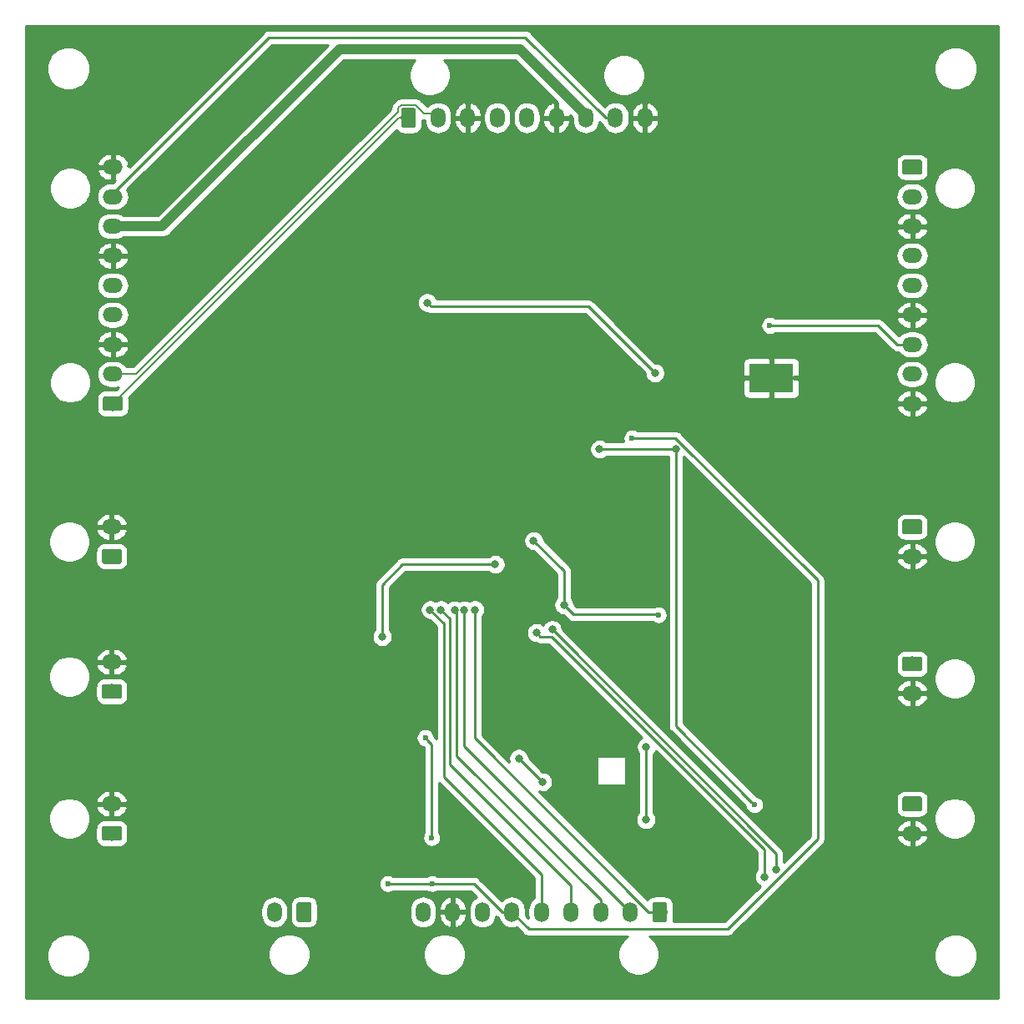
<source format=gbl>
G04 #@! TF.GenerationSoftware,KiCad,Pcbnew,(5.1.4)-1*
G04 #@! TF.CreationDate,2021-11-29T21:13:24-05:00*
G04 #@! TF.ProjectId,Lights_Board,4c696768-7473-45f4-926f-6172642e6b69,rev?*
G04 #@! TF.SameCoordinates,Original*
G04 #@! TF.FileFunction,Copper,L2,Bot*
G04 #@! TF.FilePolarity,Positive*
%FSLAX46Y46*%
G04 Gerber Fmt 4.6, Leading zero omitted, Abs format (unit mm)*
G04 Created by KiCad (PCBNEW (5.1.4)-1) date 2021-11-29 21:13:24*
%MOMM*%
%LPD*%
G04 APERTURE LIST*
%ADD10O,1.500000X2.020000*%
%ADD11C,0.100000*%
%ADD12C,1.500000*%
%ADD13C,0.600000*%
%ADD14R,4.500000X2.950000*%
%ADD15O,2.020000X1.500000*%
%ADD16C,0.800000*%
%ADD17C,0.250000*%
%ADD18C,0.200000*%
%ADD19C,1.000000*%
%ADD20C,0.254000*%
G04 APERTURE END LIST*
D10*
X125900000Y-140580000D03*
D11*
G36*
X129424504Y-139571204D02*
G01*
X129448773Y-139574804D01*
X129472571Y-139580765D01*
X129495671Y-139589030D01*
X129517849Y-139599520D01*
X129538893Y-139612133D01*
X129558598Y-139626747D01*
X129576777Y-139643223D01*
X129593253Y-139661402D01*
X129607867Y-139681107D01*
X129620480Y-139702151D01*
X129630970Y-139724329D01*
X129639235Y-139747429D01*
X129645196Y-139771227D01*
X129648796Y-139795496D01*
X129650000Y-139820000D01*
X129650000Y-141340000D01*
X129648796Y-141364504D01*
X129645196Y-141388773D01*
X129639235Y-141412571D01*
X129630970Y-141435671D01*
X129620480Y-141457849D01*
X129607867Y-141478893D01*
X129593253Y-141498598D01*
X129576777Y-141516777D01*
X129558598Y-141533253D01*
X129538893Y-141547867D01*
X129517849Y-141560480D01*
X129495671Y-141570970D01*
X129472571Y-141579235D01*
X129448773Y-141585196D01*
X129424504Y-141588796D01*
X129400000Y-141590000D01*
X128400000Y-141590000D01*
X128375496Y-141588796D01*
X128351227Y-141585196D01*
X128327429Y-141579235D01*
X128304329Y-141570970D01*
X128282151Y-141560480D01*
X128261107Y-141547867D01*
X128241402Y-141533253D01*
X128223223Y-141516777D01*
X128206747Y-141498598D01*
X128192133Y-141478893D01*
X128179520Y-141457849D01*
X128169030Y-141435671D01*
X128160765Y-141412571D01*
X128154804Y-141388773D01*
X128151204Y-141364504D01*
X128150000Y-141340000D01*
X128150000Y-139820000D01*
X128151204Y-139795496D01*
X128154804Y-139771227D01*
X128160765Y-139747429D01*
X128169030Y-139724329D01*
X128179520Y-139702151D01*
X128192133Y-139681107D01*
X128206747Y-139661402D01*
X128223223Y-139643223D01*
X128241402Y-139626747D01*
X128261107Y-139612133D01*
X128282151Y-139599520D01*
X128304329Y-139589030D01*
X128327429Y-139580765D01*
X128351227Y-139574804D01*
X128375496Y-139571204D01*
X128400000Y-139570000D01*
X129400000Y-139570000D01*
X129424504Y-139571204D01*
X129424504Y-139571204D01*
G37*
D12*
X128900000Y-140580000D03*
D13*
X178100000Y-85800000D03*
X177000000Y-85800000D03*
X177000000Y-87000000D03*
X178100000Y-87000000D03*
X174500000Y-85800000D03*
X175700000Y-85800000D03*
X175700000Y-87000000D03*
X174500000Y-87000000D03*
D14*
X176300000Y-86400000D03*
D15*
X190600000Y-132600000D03*
D11*
G36*
X191384504Y-128851204D02*
G01*
X191408773Y-128854804D01*
X191432571Y-128860765D01*
X191455671Y-128869030D01*
X191477849Y-128879520D01*
X191498893Y-128892133D01*
X191518598Y-128906747D01*
X191536777Y-128923223D01*
X191553253Y-128941402D01*
X191567867Y-128961107D01*
X191580480Y-128982151D01*
X191590970Y-129004329D01*
X191599235Y-129027429D01*
X191605196Y-129051227D01*
X191608796Y-129075496D01*
X191610000Y-129100000D01*
X191610000Y-130100000D01*
X191608796Y-130124504D01*
X191605196Y-130148773D01*
X191599235Y-130172571D01*
X191590970Y-130195671D01*
X191580480Y-130217849D01*
X191567867Y-130238893D01*
X191553253Y-130258598D01*
X191536777Y-130276777D01*
X191518598Y-130293253D01*
X191498893Y-130307867D01*
X191477849Y-130320480D01*
X191455671Y-130330970D01*
X191432571Y-130339235D01*
X191408773Y-130345196D01*
X191384504Y-130348796D01*
X191360000Y-130350000D01*
X189840000Y-130350000D01*
X189815496Y-130348796D01*
X189791227Y-130345196D01*
X189767429Y-130339235D01*
X189744329Y-130330970D01*
X189722151Y-130320480D01*
X189701107Y-130307867D01*
X189681402Y-130293253D01*
X189663223Y-130276777D01*
X189646747Y-130258598D01*
X189632133Y-130238893D01*
X189619520Y-130217849D01*
X189609030Y-130195671D01*
X189600765Y-130172571D01*
X189594804Y-130148773D01*
X189591204Y-130124504D01*
X189590000Y-130100000D01*
X189590000Y-129100000D01*
X189591204Y-129075496D01*
X189594804Y-129051227D01*
X189600765Y-129027429D01*
X189609030Y-129004329D01*
X189619520Y-128982151D01*
X189632133Y-128961107D01*
X189646747Y-128941402D01*
X189663223Y-128923223D01*
X189681402Y-128906747D01*
X189701107Y-128892133D01*
X189722151Y-128879520D01*
X189744329Y-128869030D01*
X189767429Y-128860765D01*
X189791227Y-128854804D01*
X189815496Y-128851204D01*
X189840000Y-128850000D01*
X191360000Y-128850000D01*
X191384504Y-128851204D01*
X191384504Y-128851204D01*
G37*
D12*
X190600000Y-129600000D03*
D15*
X190600000Y-118400000D03*
D11*
G36*
X191384504Y-114651204D02*
G01*
X191408773Y-114654804D01*
X191432571Y-114660765D01*
X191455671Y-114669030D01*
X191477849Y-114679520D01*
X191498893Y-114692133D01*
X191518598Y-114706747D01*
X191536777Y-114723223D01*
X191553253Y-114741402D01*
X191567867Y-114761107D01*
X191580480Y-114782151D01*
X191590970Y-114804329D01*
X191599235Y-114827429D01*
X191605196Y-114851227D01*
X191608796Y-114875496D01*
X191610000Y-114900000D01*
X191610000Y-115900000D01*
X191608796Y-115924504D01*
X191605196Y-115948773D01*
X191599235Y-115972571D01*
X191590970Y-115995671D01*
X191580480Y-116017849D01*
X191567867Y-116038893D01*
X191553253Y-116058598D01*
X191536777Y-116076777D01*
X191518598Y-116093253D01*
X191498893Y-116107867D01*
X191477849Y-116120480D01*
X191455671Y-116130970D01*
X191432571Y-116139235D01*
X191408773Y-116145196D01*
X191384504Y-116148796D01*
X191360000Y-116150000D01*
X189840000Y-116150000D01*
X189815496Y-116148796D01*
X189791227Y-116145196D01*
X189767429Y-116139235D01*
X189744329Y-116130970D01*
X189722151Y-116120480D01*
X189701107Y-116107867D01*
X189681402Y-116093253D01*
X189663223Y-116076777D01*
X189646747Y-116058598D01*
X189632133Y-116038893D01*
X189619520Y-116017849D01*
X189609030Y-115995671D01*
X189600765Y-115972571D01*
X189594804Y-115948773D01*
X189591204Y-115924504D01*
X189590000Y-115900000D01*
X189590000Y-114900000D01*
X189591204Y-114875496D01*
X189594804Y-114851227D01*
X189600765Y-114827429D01*
X189609030Y-114804329D01*
X189619520Y-114782151D01*
X189632133Y-114761107D01*
X189646747Y-114741402D01*
X189663223Y-114723223D01*
X189681402Y-114706747D01*
X189701107Y-114692133D01*
X189722151Y-114679520D01*
X189744329Y-114669030D01*
X189767429Y-114660765D01*
X189791227Y-114654804D01*
X189815496Y-114651204D01*
X189840000Y-114650000D01*
X191360000Y-114650000D01*
X191384504Y-114651204D01*
X191384504Y-114651204D01*
G37*
D12*
X190600000Y-115400000D03*
D15*
X190600000Y-104500000D03*
D11*
G36*
X191384504Y-100751204D02*
G01*
X191408773Y-100754804D01*
X191432571Y-100760765D01*
X191455671Y-100769030D01*
X191477849Y-100779520D01*
X191498893Y-100792133D01*
X191518598Y-100806747D01*
X191536777Y-100823223D01*
X191553253Y-100841402D01*
X191567867Y-100861107D01*
X191580480Y-100882151D01*
X191590970Y-100904329D01*
X191599235Y-100927429D01*
X191605196Y-100951227D01*
X191608796Y-100975496D01*
X191610000Y-101000000D01*
X191610000Y-102000000D01*
X191608796Y-102024504D01*
X191605196Y-102048773D01*
X191599235Y-102072571D01*
X191590970Y-102095671D01*
X191580480Y-102117849D01*
X191567867Y-102138893D01*
X191553253Y-102158598D01*
X191536777Y-102176777D01*
X191518598Y-102193253D01*
X191498893Y-102207867D01*
X191477849Y-102220480D01*
X191455671Y-102230970D01*
X191432571Y-102239235D01*
X191408773Y-102245196D01*
X191384504Y-102248796D01*
X191360000Y-102250000D01*
X189840000Y-102250000D01*
X189815496Y-102248796D01*
X189791227Y-102245196D01*
X189767429Y-102239235D01*
X189744329Y-102230970D01*
X189722151Y-102220480D01*
X189701107Y-102207867D01*
X189681402Y-102193253D01*
X189663223Y-102176777D01*
X189646747Y-102158598D01*
X189632133Y-102138893D01*
X189619520Y-102117849D01*
X189609030Y-102095671D01*
X189600765Y-102072571D01*
X189594804Y-102048773D01*
X189591204Y-102024504D01*
X189590000Y-102000000D01*
X189590000Y-101000000D01*
X189591204Y-100975496D01*
X189594804Y-100951227D01*
X189600765Y-100927429D01*
X189609030Y-100904329D01*
X189619520Y-100882151D01*
X189632133Y-100861107D01*
X189646747Y-100841402D01*
X189663223Y-100823223D01*
X189681402Y-100806747D01*
X189701107Y-100792133D01*
X189722151Y-100779520D01*
X189744329Y-100769030D01*
X189767429Y-100760765D01*
X189791227Y-100754804D01*
X189815496Y-100751204D01*
X189840000Y-100750000D01*
X191360000Y-100750000D01*
X191384504Y-100751204D01*
X191384504Y-100751204D01*
G37*
D12*
X190600000Y-101500000D03*
D15*
X109400000Y-129600000D03*
D11*
G36*
X110184504Y-131851204D02*
G01*
X110208773Y-131854804D01*
X110232571Y-131860765D01*
X110255671Y-131869030D01*
X110277849Y-131879520D01*
X110298893Y-131892133D01*
X110318598Y-131906747D01*
X110336777Y-131923223D01*
X110353253Y-131941402D01*
X110367867Y-131961107D01*
X110380480Y-131982151D01*
X110390970Y-132004329D01*
X110399235Y-132027429D01*
X110405196Y-132051227D01*
X110408796Y-132075496D01*
X110410000Y-132100000D01*
X110410000Y-133100000D01*
X110408796Y-133124504D01*
X110405196Y-133148773D01*
X110399235Y-133172571D01*
X110390970Y-133195671D01*
X110380480Y-133217849D01*
X110367867Y-133238893D01*
X110353253Y-133258598D01*
X110336777Y-133276777D01*
X110318598Y-133293253D01*
X110298893Y-133307867D01*
X110277849Y-133320480D01*
X110255671Y-133330970D01*
X110232571Y-133339235D01*
X110208773Y-133345196D01*
X110184504Y-133348796D01*
X110160000Y-133350000D01*
X108640000Y-133350000D01*
X108615496Y-133348796D01*
X108591227Y-133345196D01*
X108567429Y-133339235D01*
X108544329Y-133330970D01*
X108522151Y-133320480D01*
X108501107Y-133307867D01*
X108481402Y-133293253D01*
X108463223Y-133276777D01*
X108446747Y-133258598D01*
X108432133Y-133238893D01*
X108419520Y-133217849D01*
X108409030Y-133195671D01*
X108400765Y-133172571D01*
X108394804Y-133148773D01*
X108391204Y-133124504D01*
X108390000Y-133100000D01*
X108390000Y-132100000D01*
X108391204Y-132075496D01*
X108394804Y-132051227D01*
X108400765Y-132027429D01*
X108409030Y-132004329D01*
X108419520Y-131982151D01*
X108432133Y-131961107D01*
X108446747Y-131941402D01*
X108463223Y-131923223D01*
X108481402Y-131906747D01*
X108501107Y-131892133D01*
X108522151Y-131879520D01*
X108544329Y-131869030D01*
X108567429Y-131860765D01*
X108591227Y-131854804D01*
X108615496Y-131851204D01*
X108640000Y-131850000D01*
X110160000Y-131850000D01*
X110184504Y-131851204D01*
X110184504Y-131851204D01*
G37*
D12*
X109400000Y-132600000D03*
D15*
X109400000Y-115200000D03*
D11*
G36*
X110184504Y-117451204D02*
G01*
X110208773Y-117454804D01*
X110232571Y-117460765D01*
X110255671Y-117469030D01*
X110277849Y-117479520D01*
X110298893Y-117492133D01*
X110318598Y-117506747D01*
X110336777Y-117523223D01*
X110353253Y-117541402D01*
X110367867Y-117561107D01*
X110380480Y-117582151D01*
X110390970Y-117604329D01*
X110399235Y-117627429D01*
X110405196Y-117651227D01*
X110408796Y-117675496D01*
X110410000Y-117700000D01*
X110410000Y-118700000D01*
X110408796Y-118724504D01*
X110405196Y-118748773D01*
X110399235Y-118772571D01*
X110390970Y-118795671D01*
X110380480Y-118817849D01*
X110367867Y-118838893D01*
X110353253Y-118858598D01*
X110336777Y-118876777D01*
X110318598Y-118893253D01*
X110298893Y-118907867D01*
X110277849Y-118920480D01*
X110255671Y-118930970D01*
X110232571Y-118939235D01*
X110208773Y-118945196D01*
X110184504Y-118948796D01*
X110160000Y-118950000D01*
X108640000Y-118950000D01*
X108615496Y-118948796D01*
X108591227Y-118945196D01*
X108567429Y-118939235D01*
X108544329Y-118930970D01*
X108522151Y-118920480D01*
X108501107Y-118907867D01*
X108481402Y-118893253D01*
X108463223Y-118876777D01*
X108446747Y-118858598D01*
X108432133Y-118838893D01*
X108419520Y-118817849D01*
X108409030Y-118795671D01*
X108400765Y-118772571D01*
X108394804Y-118748773D01*
X108391204Y-118724504D01*
X108390000Y-118700000D01*
X108390000Y-117700000D01*
X108391204Y-117675496D01*
X108394804Y-117651227D01*
X108400765Y-117627429D01*
X108409030Y-117604329D01*
X108419520Y-117582151D01*
X108432133Y-117561107D01*
X108446747Y-117541402D01*
X108463223Y-117523223D01*
X108481402Y-117506747D01*
X108501107Y-117492133D01*
X108522151Y-117479520D01*
X108544329Y-117469030D01*
X108567429Y-117460765D01*
X108591227Y-117454804D01*
X108615496Y-117451204D01*
X108640000Y-117450000D01*
X110160000Y-117450000D01*
X110184504Y-117451204D01*
X110184504Y-117451204D01*
G37*
D12*
X109400000Y-118200000D03*
D15*
X109400000Y-101500000D03*
D11*
G36*
X110184504Y-103751204D02*
G01*
X110208773Y-103754804D01*
X110232571Y-103760765D01*
X110255671Y-103769030D01*
X110277849Y-103779520D01*
X110298893Y-103792133D01*
X110318598Y-103806747D01*
X110336777Y-103823223D01*
X110353253Y-103841402D01*
X110367867Y-103861107D01*
X110380480Y-103882151D01*
X110390970Y-103904329D01*
X110399235Y-103927429D01*
X110405196Y-103951227D01*
X110408796Y-103975496D01*
X110410000Y-104000000D01*
X110410000Y-105000000D01*
X110408796Y-105024504D01*
X110405196Y-105048773D01*
X110399235Y-105072571D01*
X110390970Y-105095671D01*
X110380480Y-105117849D01*
X110367867Y-105138893D01*
X110353253Y-105158598D01*
X110336777Y-105176777D01*
X110318598Y-105193253D01*
X110298893Y-105207867D01*
X110277849Y-105220480D01*
X110255671Y-105230970D01*
X110232571Y-105239235D01*
X110208773Y-105245196D01*
X110184504Y-105248796D01*
X110160000Y-105250000D01*
X108640000Y-105250000D01*
X108615496Y-105248796D01*
X108591227Y-105245196D01*
X108567429Y-105239235D01*
X108544329Y-105230970D01*
X108522151Y-105220480D01*
X108501107Y-105207867D01*
X108481402Y-105193253D01*
X108463223Y-105176777D01*
X108446747Y-105158598D01*
X108432133Y-105138893D01*
X108419520Y-105117849D01*
X108409030Y-105095671D01*
X108400765Y-105072571D01*
X108394804Y-105048773D01*
X108391204Y-105024504D01*
X108390000Y-105000000D01*
X108390000Y-104000000D01*
X108391204Y-103975496D01*
X108394804Y-103951227D01*
X108400765Y-103927429D01*
X108409030Y-103904329D01*
X108419520Y-103882151D01*
X108432133Y-103861107D01*
X108446747Y-103841402D01*
X108463223Y-103823223D01*
X108481402Y-103806747D01*
X108501107Y-103792133D01*
X108522151Y-103779520D01*
X108544329Y-103769030D01*
X108567429Y-103760765D01*
X108591227Y-103754804D01*
X108615496Y-103751204D01*
X108640000Y-103750000D01*
X110160000Y-103750000D01*
X110184504Y-103751204D01*
X110184504Y-103751204D01*
G37*
D12*
X109400000Y-104500000D03*
D10*
X140990000Y-140580000D03*
X143990000Y-140580000D03*
X146990000Y-140580000D03*
X149990000Y-140580000D03*
X152990000Y-140580000D03*
X155990000Y-140580000D03*
X158990000Y-140580000D03*
X161990000Y-140580000D03*
D11*
G36*
X165514504Y-139571204D02*
G01*
X165538773Y-139574804D01*
X165562571Y-139580765D01*
X165585671Y-139589030D01*
X165607849Y-139599520D01*
X165628893Y-139612133D01*
X165648598Y-139626747D01*
X165666777Y-139643223D01*
X165683253Y-139661402D01*
X165697867Y-139681107D01*
X165710480Y-139702151D01*
X165720970Y-139724329D01*
X165729235Y-139747429D01*
X165735196Y-139771227D01*
X165738796Y-139795496D01*
X165740000Y-139820000D01*
X165740000Y-141340000D01*
X165738796Y-141364504D01*
X165735196Y-141388773D01*
X165729235Y-141412571D01*
X165720970Y-141435671D01*
X165710480Y-141457849D01*
X165697867Y-141478893D01*
X165683253Y-141498598D01*
X165666777Y-141516777D01*
X165648598Y-141533253D01*
X165628893Y-141547867D01*
X165607849Y-141560480D01*
X165585671Y-141570970D01*
X165562571Y-141579235D01*
X165538773Y-141585196D01*
X165514504Y-141588796D01*
X165490000Y-141590000D01*
X164490000Y-141590000D01*
X164465496Y-141588796D01*
X164441227Y-141585196D01*
X164417429Y-141579235D01*
X164394329Y-141570970D01*
X164372151Y-141560480D01*
X164351107Y-141547867D01*
X164331402Y-141533253D01*
X164313223Y-141516777D01*
X164296747Y-141498598D01*
X164282133Y-141478893D01*
X164269520Y-141457849D01*
X164259030Y-141435671D01*
X164250765Y-141412571D01*
X164244804Y-141388773D01*
X164241204Y-141364504D01*
X164240000Y-141340000D01*
X164240000Y-139820000D01*
X164241204Y-139795496D01*
X164244804Y-139771227D01*
X164250765Y-139747429D01*
X164259030Y-139724329D01*
X164269520Y-139702151D01*
X164282133Y-139681107D01*
X164296747Y-139661402D01*
X164313223Y-139643223D01*
X164331402Y-139626747D01*
X164351107Y-139612133D01*
X164372151Y-139599520D01*
X164394329Y-139589030D01*
X164417429Y-139580765D01*
X164441227Y-139574804D01*
X164465496Y-139571204D01*
X164490000Y-139570000D01*
X165490000Y-139570000D01*
X165514504Y-139571204D01*
X165514504Y-139571204D01*
G37*
D12*
X164990000Y-140580000D03*
D15*
X190600000Y-89000000D03*
X190600000Y-86000000D03*
X190600000Y-83000000D03*
X190600000Y-80000000D03*
X190600000Y-77000000D03*
X190600000Y-74000000D03*
X190600000Y-71000000D03*
X190600000Y-68000000D03*
D11*
G36*
X191384504Y-64251204D02*
G01*
X191408773Y-64254804D01*
X191432571Y-64260765D01*
X191455671Y-64269030D01*
X191477849Y-64279520D01*
X191498893Y-64292133D01*
X191518598Y-64306747D01*
X191536777Y-64323223D01*
X191553253Y-64341402D01*
X191567867Y-64361107D01*
X191580480Y-64382151D01*
X191590970Y-64404329D01*
X191599235Y-64427429D01*
X191605196Y-64451227D01*
X191608796Y-64475496D01*
X191610000Y-64500000D01*
X191610000Y-65500000D01*
X191608796Y-65524504D01*
X191605196Y-65548773D01*
X191599235Y-65572571D01*
X191590970Y-65595671D01*
X191580480Y-65617849D01*
X191567867Y-65638893D01*
X191553253Y-65658598D01*
X191536777Y-65676777D01*
X191518598Y-65693253D01*
X191498893Y-65707867D01*
X191477849Y-65720480D01*
X191455671Y-65730970D01*
X191432571Y-65739235D01*
X191408773Y-65745196D01*
X191384504Y-65748796D01*
X191360000Y-65750000D01*
X189840000Y-65750000D01*
X189815496Y-65748796D01*
X189791227Y-65745196D01*
X189767429Y-65739235D01*
X189744329Y-65730970D01*
X189722151Y-65720480D01*
X189701107Y-65707867D01*
X189681402Y-65693253D01*
X189663223Y-65676777D01*
X189646747Y-65658598D01*
X189632133Y-65638893D01*
X189619520Y-65617849D01*
X189609030Y-65595671D01*
X189600765Y-65572571D01*
X189594804Y-65548773D01*
X189591204Y-65524504D01*
X189590000Y-65500000D01*
X189590000Y-64500000D01*
X189591204Y-64475496D01*
X189594804Y-64451227D01*
X189600765Y-64427429D01*
X189609030Y-64404329D01*
X189619520Y-64382151D01*
X189632133Y-64361107D01*
X189646747Y-64341402D01*
X189663223Y-64323223D01*
X189681402Y-64306747D01*
X189701107Y-64292133D01*
X189722151Y-64279520D01*
X189744329Y-64269030D01*
X189767429Y-64260765D01*
X189791227Y-64254804D01*
X189815496Y-64251204D01*
X189840000Y-64250000D01*
X191360000Y-64250000D01*
X191384504Y-64251204D01*
X191384504Y-64251204D01*
G37*
D12*
X190600000Y-65000000D03*
D10*
X163500000Y-60000000D03*
X160500000Y-60000000D03*
X157500000Y-60000000D03*
X154500000Y-60000000D03*
X151500000Y-60000000D03*
X148500000Y-60000000D03*
X145500000Y-60000000D03*
X142500000Y-60000000D03*
D11*
G36*
X140024504Y-58991204D02*
G01*
X140048773Y-58994804D01*
X140072571Y-59000765D01*
X140095671Y-59009030D01*
X140117849Y-59019520D01*
X140138893Y-59032133D01*
X140158598Y-59046747D01*
X140176777Y-59063223D01*
X140193253Y-59081402D01*
X140207867Y-59101107D01*
X140220480Y-59122151D01*
X140230970Y-59144329D01*
X140239235Y-59167429D01*
X140245196Y-59191227D01*
X140248796Y-59215496D01*
X140250000Y-59240000D01*
X140250000Y-60760000D01*
X140248796Y-60784504D01*
X140245196Y-60808773D01*
X140239235Y-60832571D01*
X140230970Y-60855671D01*
X140220480Y-60877849D01*
X140207867Y-60898893D01*
X140193253Y-60918598D01*
X140176777Y-60936777D01*
X140158598Y-60953253D01*
X140138893Y-60967867D01*
X140117849Y-60980480D01*
X140095671Y-60990970D01*
X140072571Y-60999235D01*
X140048773Y-61005196D01*
X140024504Y-61008796D01*
X140000000Y-61010000D01*
X139000000Y-61010000D01*
X138975496Y-61008796D01*
X138951227Y-61005196D01*
X138927429Y-60999235D01*
X138904329Y-60990970D01*
X138882151Y-60980480D01*
X138861107Y-60967867D01*
X138841402Y-60953253D01*
X138823223Y-60936777D01*
X138806747Y-60918598D01*
X138792133Y-60898893D01*
X138779520Y-60877849D01*
X138769030Y-60855671D01*
X138760765Y-60832571D01*
X138754804Y-60808773D01*
X138751204Y-60784504D01*
X138750000Y-60760000D01*
X138750000Y-59240000D01*
X138751204Y-59215496D01*
X138754804Y-59191227D01*
X138760765Y-59167429D01*
X138769030Y-59144329D01*
X138779520Y-59122151D01*
X138792133Y-59101107D01*
X138806747Y-59081402D01*
X138823223Y-59063223D01*
X138841402Y-59046747D01*
X138861107Y-59032133D01*
X138882151Y-59019520D01*
X138904329Y-59009030D01*
X138927429Y-59000765D01*
X138951227Y-58994804D01*
X138975496Y-58991204D01*
X139000000Y-58990000D01*
X140000000Y-58990000D01*
X140024504Y-58991204D01*
X140024504Y-58991204D01*
G37*
D12*
X139500000Y-60000000D03*
D15*
X109500000Y-65000000D03*
X109500000Y-68000000D03*
X109500000Y-71000000D03*
X109500000Y-74000000D03*
X109500000Y-77000000D03*
X109500000Y-80000000D03*
X109500000Y-83000000D03*
X109500000Y-86000000D03*
D11*
G36*
X110284504Y-88251204D02*
G01*
X110308773Y-88254804D01*
X110332571Y-88260765D01*
X110355671Y-88269030D01*
X110377849Y-88279520D01*
X110398893Y-88292133D01*
X110418598Y-88306747D01*
X110436777Y-88323223D01*
X110453253Y-88341402D01*
X110467867Y-88361107D01*
X110480480Y-88382151D01*
X110490970Y-88404329D01*
X110499235Y-88427429D01*
X110505196Y-88451227D01*
X110508796Y-88475496D01*
X110510000Y-88500000D01*
X110510000Y-89500000D01*
X110508796Y-89524504D01*
X110505196Y-89548773D01*
X110499235Y-89572571D01*
X110490970Y-89595671D01*
X110480480Y-89617849D01*
X110467867Y-89638893D01*
X110453253Y-89658598D01*
X110436777Y-89676777D01*
X110418598Y-89693253D01*
X110398893Y-89707867D01*
X110377849Y-89720480D01*
X110355671Y-89730970D01*
X110332571Y-89739235D01*
X110308773Y-89745196D01*
X110284504Y-89748796D01*
X110260000Y-89750000D01*
X108740000Y-89750000D01*
X108715496Y-89748796D01*
X108691227Y-89745196D01*
X108667429Y-89739235D01*
X108644329Y-89730970D01*
X108622151Y-89720480D01*
X108601107Y-89707867D01*
X108581402Y-89693253D01*
X108563223Y-89676777D01*
X108546747Y-89658598D01*
X108532133Y-89638893D01*
X108519520Y-89617849D01*
X108509030Y-89595671D01*
X108500765Y-89572571D01*
X108494804Y-89548773D01*
X108491204Y-89524504D01*
X108490000Y-89500000D01*
X108490000Y-88500000D01*
X108491204Y-88475496D01*
X108494804Y-88451227D01*
X108500765Y-88427429D01*
X108509030Y-88404329D01*
X108519520Y-88382151D01*
X108532133Y-88361107D01*
X108546747Y-88341402D01*
X108563223Y-88323223D01*
X108581402Y-88306747D01*
X108601107Y-88292133D01*
X108622151Y-88279520D01*
X108644329Y-88269030D01*
X108667429Y-88260765D01*
X108691227Y-88254804D01*
X108715496Y-88251204D01*
X108740000Y-88250000D01*
X110260000Y-88250000D01*
X110284504Y-88251204D01*
X110284504Y-88251204D01*
G37*
D12*
X109500000Y-89000000D03*
D13*
X171700000Y-87500000D03*
D16*
X139300000Y-63020000D03*
X140910000Y-62130000D03*
X142550000Y-63000000D03*
X140370000Y-114160000D03*
X140380000Y-112900000D03*
X140390000Y-111610000D03*
X140380000Y-110570000D03*
X150230000Y-108190000D03*
X148220000Y-111370000D03*
X148210000Y-112390000D03*
X148170000Y-113460000D03*
X164780000Y-126910000D03*
X158870000Y-122670000D03*
X156460000Y-123040000D03*
X162520000Y-128950000D03*
X121070000Y-121870000D03*
X120000000Y-112000000D03*
X119000000Y-112000000D03*
X118000000Y-112000000D03*
X117000000Y-112000000D03*
X116000000Y-112000000D03*
X115000000Y-112000000D03*
X114000000Y-112000000D03*
X113000000Y-112000000D03*
X123000000Y-134000000D03*
X122000000Y-135000000D03*
X121000000Y-136000000D03*
X120000000Y-137000000D03*
X119000000Y-138000000D03*
X118000000Y-139000000D03*
X112000000Y-128000000D03*
X112000000Y-127000000D03*
X112000000Y-126000000D03*
X112000000Y-125000000D03*
X178000000Y-143000000D03*
X179000000Y-143000000D03*
X180000000Y-143000000D03*
X180000000Y-144000000D03*
X140050000Y-78750000D03*
D13*
X180900000Y-92100000D03*
X181600000Y-92100000D03*
X182300000Y-92100000D03*
X183000000Y-92100000D03*
X183700000Y-92100000D03*
X184400000Y-92100000D03*
X185100000Y-92100000D03*
X140100000Y-122600000D03*
X138900000Y-122200000D03*
D16*
X141400000Y-78750000D03*
X164500000Y-85900000D03*
D13*
X162193750Y-92493750D03*
X137400000Y-137700000D03*
X141900000Y-137700000D03*
D16*
X152200000Y-102900000D03*
X155270000Y-109420000D03*
D13*
X164850000Y-110440000D03*
D16*
X148300000Y-105300000D03*
X136829998Y-112650000D03*
X176800000Y-136300000D03*
X154086622Y-111918056D03*
X175600000Y-137000000D03*
X152480000Y-112240000D03*
X166600000Y-93600000D03*
X158890000Y-93610000D03*
D13*
X174600000Y-129700000D03*
D16*
X141694455Y-109905697D03*
X142794482Y-109913957D03*
X144162522Y-109937819D03*
X145162297Y-109960050D03*
X146230000Y-109910000D03*
X153080000Y-127370000D03*
X150690000Y-124980000D03*
X163570000Y-131210000D03*
X163630000Y-123820000D03*
D13*
X176150000Y-81065000D03*
X141850000Y-133050000D03*
X141199992Y-122900000D03*
D17*
X141799999Y-79149999D02*
X157749999Y-79149999D01*
X141400000Y-78750000D02*
X141799999Y-79149999D01*
X157749999Y-79149999D02*
X164500000Y-85900000D01*
X149990000Y-140590000D02*
X149990000Y-140580000D01*
X151700000Y-142300000D02*
X149990000Y-140590000D01*
X171873002Y-142300000D02*
X151700000Y-142300000D01*
X181000000Y-133173002D02*
X171873002Y-142300000D01*
X181000000Y-106926998D02*
X181000000Y-133173002D01*
X162193750Y-92493750D02*
X166566752Y-92493750D01*
X166566752Y-92493750D02*
X181000000Y-106926998D01*
X148990000Y-140580000D02*
X146110000Y-137700000D01*
X149990000Y-140580000D02*
X148990000Y-140580000D01*
X146110000Y-137700000D02*
X141900000Y-137700000D01*
X137400000Y-137700000D02*
X137400000Y-137700000D01*
X141900000Y-137700000D02*
X137400000Y-137700000D01*
X155270000Y-105970000D02*
X155270000Y-109420000D01*
X152200000Y-102900000D02*
X155270000Y-105970000D01*
X156250000Y-110400000D02*
X155270000Y-109420000D01*
X164850000Y-110440000D02*
X164810000Y-110400000D01*
X164810000Y-110400000D02*
X156250000Y-110400000D01*
X136829998Y-107380002D02*
X136829998Y-112650000D01*
X148300000Y-105300000D02*
X138910000Y-105300000D01*
X138910000Y-105300000D02*
X136829998Y-107380002D01*
X176800000Y-134631434D02*
X154086622Y-111918056D01*
X176800000Y-136300000D02*
X176800000Y-134631434D01*
X152879999Y-112639999D02*
X152480000Y-112240000D01*
X154019999Y-112639999D02*
X152879999Y-112639999D01*
X175600000Y-134220000D02*
X154019999Y-112639999D01*
X175600000Y-137000000D02*
X175600000Y-134220000D01*
X166034315Y-93600000D02*
X166024315Y-93610000D01*
X166600000Y-93600000D02*
X166034315Y-93600000D01*
X166024315Y-93610000D02*
X158890000Y-93610000D01*
X166600000Y-93600000D02*
X166600000Y-121700000D01*
X174300001Y-129400001D02*
X174600000Y-129700000D01*
X166600000Y-121700000D02*
X174300001Y-129400001D01*
X159500000Y-60000000D02*
X160500000Y-60000000D01*
X151330000Y-51830000D02*
X159500000Y-60000000D01*
X125350000Y-51830000D02*
X151330000Y-51830000D01*
X109500000Y-68000000D02*
X109500000Y-67680000D01*
X109500000Y-67680000D02*
X125350000Y-51830000D01*
D18*
X142050000Y-59550000D02*
X142500000Y-60000000D01*
X140227824Y-58689990D02*
X141087834Y-59550000D01*
X138449990Y-59012176D02*
X138772176Y-58689990D01*
X138772176Y-58689990D02*
X140227824Y-58689990D01*
X141087834Y-59550000D02*
X142050000Y-59550000D01*
X109500000Y-86000000D02*
X111863603Y-86000000D01*
X111863603Y-86000000D02*
X138449990Y-59413613D01*
X138449990Y-59413613D02*
X138449990Y-59012176D01*
X138500000Y-60000000D02*
X139050000Y-60000000D01*
X109500000Y-89000000D02*
X138500000Y-60000000D01*
X139050000Y-60000000D02*
X139500000Y-60000000D01*
D17*
X152990000Y-136790000D02*
X152990000Y-140580000D01*
X143100000Y-126900000D02*
X152990000Y-136790000D01*
X141694455Y-109905697D02*
X143100000Y-111311242D01*
X143100000Y-111311242D02*
X143100000Y-126900000D01*
X155990000Y-137890000D02*
X155990000Y-140580000D01*
X143700000Y-125600000D02*
X155990000Y-137890000D01*
X142794482Y-109913957D02*
X143700000Y-110819475D01*
X143700000Y-110819475D02*
X143700000Y-125600000D01*
X158990000Y-139320000D02*
X158990000Y-140580000D01*
X144400000Y-124730000D02*
X158990000Y-139320000D01*
X144162522Y-109937819D02*
X144400000Y-110175297D01*
X144400000Y-110175297D02*
X144400000Y-124730000D01*
X145162297Y-123762297D02*
X145162297Y-109960050D01*
X161990000Y-140580000D02*
X161980000Y-140580000D01*
X161980000Y-140580000D02*
X145162297Y-123762297D01*
X163880000Y-140580000D02*
X164990000Y-140580000D01*
X146230000Y-109910000D02*
X146230000Y-122930000D01*
X146230000Y-122930000D02*
X163880000Y-140580000D01*
X153080000Y-127370000D02*
X150690000Y-124980000D01*
X163570000Y-131210000D02*
X163570000Y-123880000D01*
X163570000Y-123880000D02*
X163630000Y-123820000D01*
D19*
X114510000Y-71000000D02*
X109500000Y-71000000D01*
X132500000Y-53010000D02*
X114510000Y-71000000D01*
X150770000Y-53010000D02*
X132500000Y-53010000D01*
X157500000Y-60000000D02*
X157500000Y-59740000D01*
X157500000Y-59740000D02*
X150770000Y-53010000D01*
D17*
X189060000Y-83000000D02*
X190600000Y-83000000D01*
X187140000Y-81080000D02*
X189060000Y-83000000D01*
X176150000Y-81065000D02*
X176165000Y-81080000D01*
X176165000Y-81080000D02*
X187140000Y-81080000D01*
X141499991Y-123199999D02*
X141199992Y-122900000D01*
X141850000Y-123550008D02*
X141499991Y-123199999D01*
X141850000Y-133050000D02*
X141850000Y-123550008D01*
D20*
G36*
X199340000Y-149340000D02*
G01*
X100660000Y-149340000D01*
X100660000Y-144779872D01*
X102765000Y-144779872D01*
X102765000Y-145220128D01*
X102850890Y-145651925D01*
X103019369Y-146058669D01*
X103263962Y-146424729D01*
X103575271Y-146736038D01*
X103941331Y-146980631D01*
X104348075Y-147149110D01*
X104779872Y-147235000D01*
X105220128Y-147235000D01*
X105651925Y-147149110D01*
X106058669Y-146980631D01*
X106424729Y-146736038D01*
X106736038Y-146424729D01*
X106980631Y-146058669D01*
X107149110Y-145651925D01*
X107235000Y-145220128D01*
X107235000Y-144779872D01*
X107217068Y-144689721D01*
X125265000Y-144689721D01*
X125265000Y-145110279D01*
X125347047Y-145522756D01*
X125507988Y-145911302D01*
X125741637Y-146260983D01*
X126039017Y-146558363D01*
X126388698Y-146792012D01*
X126777244Y-146952953D01*
X127189721Y-147035000D01*
X127610279Y-147035000D01*
X128022756Y-146952953D01*
X128411302Y-146792012D01*
X128760983Y-146558363D01*
X129058363Y-146260983D01*
X129292012Y-145911302D01*
X129452953Y-145522756D01*
X129535000Y-145110279D01*
X129535000Y-144689721D01*
X141005000Y-144689721D01*
X141005000Y-145110279D01*
X141087047Y-145522756D01*
X141247988Y-145911302D01*
X141481637Y-146260983D01*
X141779017Y-146558363D01*
X142128698Y-146792012D01*
X142517244Y-146952953D01*
X142929721Y-147035000D01*
X143350279Y-147035000D01*
X143762756Y-146952953D01*
X144151302Y-146792012D01*
X144500983Y-146558363D01*
X144798363Y-146260983D01*
X145032012Y-145911302D01*
X145192953Y-145522756D01*
X145275000Y-145110279D01*
X145275000Y-144689721D01*
X145192953Y-144277244D01*
X145032012Y-143888698D01*
X144798363Y-143539017D01*
X144500983Y-143241637D01*
X144151302Y-143007988D01*
X143762756Y-142847047D01*
X143350279Y-142765000D01*
X142929721Y-142765000D01*
X142517244Y-142847047D01*
X142128698Y-143007988D01*
X141779017Y-143241637D01*
X141481637Y-143539017D01*
X141247988Y-143888698D01*
X141087047Y-144277244D01*
X141005000Y-144689721D01*
X129535000Y-144689721D01*
X129452953Y-144277244D01*
X129292012Y-143888698D01*
X129058363Y-143539017D01*
X128760983Y-143241637D01*
X128411302Y-143007988D01*
X128022756Y-142847047D01*
X127610279Y-142765000D01*
X127189721Y-142765000D01*
X126777244Y-142847047D01*
X126388698Y-143007988D01*
X126039017Y-143241637D01*
X125741637Y-143539017D01*
X125507988Y-143888698D01*
X125347047Y-144277244D01*
X125265000Y-144689721D01*
X107217068Y-144689721D01*
X107149110Y-144348075D01*
X106980631Y-143941331D01*
X106736038Y-143575271D01*
X106424729Y-143263962D01*
X106058669Y-143019369D01*
X105651925Y-142850890D01*
X105220128Y-142765000D01*
X104779872Y-142765000D01*
X104348075Y-142850890D01*
X103941331Y-143019369D01*
X103575271Y-143263962D01*
X103263962Y-143575271D01*
X103019369Y-143941331D01*
X102850890Y-144348075D01*
X102765000Y-144779872D01*
X100660000Y-144779872D01*
X100660000Y-140251963D01*
X124515000Y-140251963D01*
X124515000Y-140908036D01*
X124535040Y-141111506D01*
X124614236Y-141372580D01*
X124742843Y-141613187D01*
X124915919Y-141824080D01*
X125126812Y-141997157D01*
X125367419Y-142125764D01*
X125628493Y-142204960D01*
X125900000Y-142231701D01*
X126171506Y-142204960D01*
X126432580Y-142125764D01*
X126673187Y-141997157D01*
X126884080Y-141824081D01*
X127057157Y-141613188D01*
X127185764Y-141372581D01*
X127264960Y-141111507D01*
X127285000Y-140908037D01*
X127285000Y-140251964D01*
X127264960Y-140048494D01*
X127195648Y-139820000D01*
X127511928Y-139820000D01*
X127511928Y-141340000D01*
X127528992Y-141513254D01*
X127579528Y-141679850D01*
X127661595Y-141833386D01*
X127772038Y-141967962D01*
X127906614Y-142078405D01*
X128060150Y-142160472D01*
X128226746Y-142211008D01*
X128400000Y-142228072D01*
X129400000Y-142228072D01*
X129573254Y-142211008D01*
X129739850Y-142160472D01*
X129893386Y-142078405D01*
X130027962Y-141967962D01*
X130138405Y-141833386D01*
X130220472Y-141679850D01*
X130271008Y-141513254D01*
X130288072Y-141340000D01*
X130288072Y-140251963D01*
X139605000Y-140251963D01*
X139605000Y-140908036D01*
X139625040Y-141111506D01*
X139704236Y-141372580D01*
X139832843Y-141613187D01*
X140005919Y-141824080D01*
X140216812Y-141997157D01*
X140457419Y-142125764D01*
X140718493Y-142204960D01*
X140990000Y-142231701D01*
X141261506Y-142204960D01*
X141522580Y-142125764D01*
X141763187Y-141997157D01*
X141974080Y-141824081D01*
X142147157Y-141613188D01*
X142275764Y-141372581D01*
X142354960Y-141111507D01*
X142375000Y-140908037D01*
X142375000Y-140707000D01*
X142605000Y-140707000D01*
X142605000Y-140967000D01*
X142656389Y-141234760D01*
X142759028Y-141487349D01*
X142908972Y-141715061D01*
X143100460Y-141909145D01*
X143326132Y-142062142D01*
X143577316Y-142168173D01*
X143648815Y-142182318D01*
X143863000Y-142059656D01*
X143863000Y-140707000D01*
X144117000Y-140707000D01*
X144117000Y-142059656D01*
X144331185Y-142182318D01*
X144402684Y-142168173D01*
X144653868Y-142062142D01*
X144879540Y-141909145D01*
X145071028Y-141715061D01*
X145220972Y-141487349D01*
X145323611Y-141234760D01*
X145375000Y-140967000D01*
X145375000Y-140707000D01*
X144117000Y-140707000D01*
X143863000Y-140707000D01*
X142605000Y-140707000D01*
X142375000Y-140707000D01*
X142375000Y-140251964D01*
X142369193Y-140193000D01*
X142605000Y-140193000D01*
X142605000Y-140453000D01*
X143863000Y-140453000D01*
X143863000Y-139100344D01*
X144117000Y-139100344D01*
X144117000Y-140453000D01*
X145375000Y-140453000D01*
X145375000Y-140193000D01*
X145323611Y-139925240D01*
X145220972Y-139672651D01*
X145071028Y-139444939D01*
X144879540Y-139250855D01*
X144653868Y-139097858D01*
X144402684Y-138991827D01*
X144331185Y-138977682D01*
X144117000Y-139100344D01*
X143863000Y-139100344D01*
X143648815Y-138977682D01*
X143577316Y-138991827D01*
X143326132Y-139097858D01*
X143100460Y-139250855D01*
X142908972Y-139444939D01*
X142759028Y-139672651D01*
X142656389Y-139925240D01*
X142605000Y-140193000D01*
X142369193Y-140193000D01*
X142354960Y-140048494D01*
X142275764Y-139787419D01*
X142147157Y-139546812D01*
X141974081Y-139335919D01*
X141763188Y-139162843D01*
X141522581Y-139034236D01*
X141261507Y-138955040D01*
X140990000Y-138928299D01*
X140718494Y-138955040D01*
X140457420Y-139034236D01*
X140216813Y-139162843D01*
X140005920Y-139335919D01*
X139832843Y-139546812D01*
X139704236Y-139787419D01*
X139625040Y-140048493D01*
X139605000Y-140251963D01*
X130288072Y-140251963D01*
X130288072Y-139820000D01*
X130271008Y-139646746D01*
X130220472Y-139480150D01*
X130138405Y-139326614D01*
X130027962Y-139192038D01*
X129893386Y-139081595D01*
X129739850Y-138999528D01*
X129573254Y-138948992D01*
X129400000Y-138931928D01*
X128400000Y-138931928D01*
X128226746Y-138948992D01*
X128060150Y-138999528D01*
X127906614Y-139081595D01*
X127772038Y-139192038D01*
X127661595Y-139326614D01*
X127579528Y-139480150D01*
X127528992Y-139646746D01*
X127511928Y-139820000D01*
X127195648Y-139820000D01*
X127185764Y-139787419D01*
X127057157Y-139546812D01*
X126884081Y-139335919D01*
X126673188Y-139162843D01*
X126432581Y-139034236D01*
X126171507Y-138955040D01*
X125900000Y-138928299D01*
X125628494Y-138955040D01*
X125367420Y-139034236D01*
X125126813Y-139162843D01*
X124915920Y-139335919D01*
X124742843Y-139546812D01*
X124614236Y-139787419D01*
X124535040Y-140048493D01*
X124515000Y-140251963D01*
X100660000Y-140251963D01*
X100660000Y-137607911D01*
X136465000Y-137607911D01*
X136465000Y-137792089D01*
X136500932Y-137972729D01*
X136571414Y-138142889D01*
X136673738Y-138296028D01*
X136803972Y-138426262D01*
X136957111Y-138528586D01*
X137127271Y-138599068D01*
X137307911Y-138635000D01*
X137492089Y-138635000D01*
X137672729Y-138599068D01*
X137842889Y-138528586D01*
X137945535Y-138460000D01*
X141354465Y-138460000D01*
X141457111Y-138528586D01*
X141627271Y-138599068D01*
X141807911Y-138635000D01*
X141992089Y-138635000D01*
X142172729Y-138599068D01*
X142342889Y-138528586D01*
X142445535Y-138460000D01*
X145795199Y-138460000D01*
X146400082Y-139064884D01*
X146216813Y-139162843D01*
X146005920Y-139335919D01*
X145832843Y-139546812D01*
X145704236Y-139787419D01*
X145625040Y-140048493D01*
X145605000Y-140251963D01*
X145605000Y-140908036D01*
X145625040Y-141111506D01*
X145704236Y-141372580D01*
X145832843Y-141613187D01*
X146005919Y-141824080D01*
X146216812Y-141997157D01*
X146457419Y-142125764D01*
X146718493Y-142204960D01*
X146990000Y-142231701D01*
X147261506Y-142204960D01*
X147522580Y-142125764D01*
X147763187Y-141997157D01*
X147974080Y-141824081D01*
X148147157Y-141613188D01*
X148275764Y-141372581D01*
X148354960Y-141111507D01*
X148363186Y-141027988D01*
X148426201Y-141091003D01*
X148449999Y-141120001D01*
X148478997Y-141143799D01*
X148565723Y-141214974D01*
X148584432Y-141224974D01*
X148673980Y-141272839D01*
X148704236Y-141372580D01*
X148832843Y-141613187D01*
X149005919Y-141824080D01*
X149216812Y-141997157D01*
X149457419Y-142125764D01*
X149718493Y-142204960D01*
X149990000Y-142231701D01*
X150261506Y-142204960D01*
X150467631Y-142142433D01*
X151136201Y-142811003D01*
X151159999Y-142840001D01*
X151275724Y-142934974D01*
X151407753Y-143005546D01*
X151551014Y-143049003D01*
X151662667Y-143060000D01*
X151662676Y-143060000D01*
X151699999Y-143063676D01*
X151737322Y-143060000D01*
X161750856Y-143060000D01*
X161479017Y-143241637D01*
X161181637Y-143539017D01*
X160947988Y-143888698D01*
X160787047Y-144277244D01*
X160705000Y-144689721D01*
X160705000Y-145110279D01*
X160787047Y-145522756D01*
X160947988Y-145911302D01*
X161181637Y-146260983D01*
X161479017Y-146558363D01*
X161828698Y-146792012D01*
X162217244Y-146952953D01*
X162629721Y-147035000D01*
X163050279Y-147035000D01*
X163462756Y-146952953D01*
X163851302Y-146792012D01*
X164200983Y-146558363D01*
X164498363Y-146260983D01*
X164732012Y-145911302D01*
X164892953Y-145522756D01*
X164975000Y-145110279D01*
X164975000Y-144779872D01*
X192765000Y-144779872D01*
X192765000Y-145220128D01*
X192850890Y-145651925D01*
X193019369Y-146058669D01*
X193263962Y-146424729D01*
X193575271Y-146736038D01*
X193941331Y-146980631D01*
X194348075Y-147149110D01*
X194779872Y-147235000D01*
X195220128Y-147235000D01*
X195651925Y-147149110D01*
X196058669Y-146980631D01*
X196424729Y-146736038D01*
X196736038Y-146424729D01*
X196980631Y-146058669D01*
X197149110Y-145651925D01*
X197235000Y-145220128D01*
X197235000Y-144779872D01*
X197149110Y-144348075D01*
X196980631Y-143941331D01*
X196736038Y-143575271D01*
X196424729Y-143263962D01*
X196058669Y-143019369D01*
X195651925Y-142850890D01*
X195220128Y-142765000D01*
X194779872Y-142765000D01*
X194348075Y-142850890D01*
X193941331Y-143019369D01*
X193575271Y-143263962D01*
X193263962Y-143575271D01*
X193019369Y-143941331D01*
X192850890Y-144348075D01*
X192765000Y-144779872D01*
X164975000Y-144779872D01*
X164975000Y-144689721D01*
X164892953Y-144277244D01*
X164732012Y-143888698D01*
X164498363Y-143539017D01*
X164200983Y-143241637D01*
X163929144Y-143060000D01*
X171835680Y-143060000D01*
X171873002Y-143063676D01*
X171910324Y-143060000D01*
X171910335Y-143060000D01*
X172021988Y-143049003D01*
X172165249Y-143005546D01*
X172297278Y-142934974D01*
X172413003Y-142840001D01*
X172436806Y-142810997D01*
X181511003Y-133736801D01*
X181540001Y-133713003D01*
X181634974Y-133597278D01*
X181705546Y-133465249D01*
X181749003Y-133321988D01*
X181760000Y-133210335D01*
X181760000Y-133210326D01*
X181763676Y-133173003D01*
X181760000Y-133135680D01*
X181760000Y-132941185D01*
X188997682Y-132941185D01*
X189011827Y-133012684D01*
X189117858Y-133263868D01*
X189270855Y-133489540D01*
X189464939Y-133681028D01*
X189692651Y-133830972D01*
X189945240Y-133933611D01*
X190213000Y-133985000D01*
X190473000Y-133985000D01*
X190473000Y-132727000D01*
X190727000Y-132727000D01*
X190727000Y-133985000D01*
X190987000Y-133985000D01*
X191254760Y-133933611D01*
X191507349Y-133830972D01*
X191735061Y-133681028D01*
X191929145Y-133489540D01*
X192082142Y-133263868D01*
X192188173Y-133012684D01*
X192202318Y-132941185D01*
X192079656Y-132727000D01*
X190727000Y-132727000D01*
X190473000Y-132727000D01*
X189120344Y-132727000D01*
X188997682Y-132941185D01*
X181760000Y-132941185D01*
X181760000Y-132258815D01*
X188997682Y-132258815D01*
X189120344Y-132473000D01*
X190473000Y-132473000D01*
X190473000Y-131215000D01*
X190727000Y-131215000D01*
X190727000Y-132473000D01*
X192079656Y-132473000D01*
X192202318Y-132258815D01*
X192188173Y-132187316D01*
X192082142Y-131936132D01*
X191929145Y-131710460D01*
X191735061Y-131518972D01*
X191507349Y-131369028D01*
X191254760Y-131266389D01*
X190987000Y-131215000D01*
X190727000Y-131215000D01*
X190473000Y-131215000D01*
X190213000Y-131215000D01*
X189945240Y-131266389D01*
X189692651Y-131369028D01*
X189464939Y-131518972D01*
X189270855Y-131710460D01*
X189117858Y-131936132D01*
X189011827Y-132187316D01*
X188997682Y-132258815D01*
X181760000Y-132258815D01*
X181760000Y-129100000D01*
X188951928Y-129100000D01*
X188951928Y-130100000D01*
X188968992Y-130273254D01*
X189019528Y-130439850D01*
X189101595Y-130593386D01*
X189212038Y-130727962D01*
X189346614Y-130838405D01*
X189500150Y-130920472D01*
X189666746Y-130971008D01*
X189840000Y-130988072D01*
X191360000Y-130988072D01*
X191533254Y-130971008D01*
X191699850Y-130920472D01*
X191757380Y-130889721D01*
X192785000Y-130889721D01*
X192785000Y-131310279D01*
X192867047Y-131722756D01*
X193027988Y-132111302D01*
X193261637Y-132460983D01*
X193559017Y-132758363D01*
X193908698Y-132992012D01*
X194297244Y-133152953D01*
X194709721Y-133235000D01*
X195130279Y-133235000D01*
X195542756Y-133152953D01*
X195931302Y-132992012D01*
X196280983Y-132758363D01*
X196578363Y-132460983D01*
X196812012Y-132111302D01*
X196972953Y-131722756D01*
X197055000Y-131310279D01*
X197055000Y-130889721D01*
X196972953Y-130477244D01*
X196812012Y-130088698D01*
X196578363Y-129739017D01*
X196280983Y-129441637D01*
X195931302Y-129207988D01*
X195542756Y-129047047D01*
X195130279Y-128965000D01*
X194709721Y-128965000D01*
X194297244Y-129047047D01*
X193908698Y-129207988D01*
X193559017Y-129441637D01*
X193261637Y-129739017D01*
X193027988Y-130088698D01*
X192867047Y-130477244D01*
X192785000Y-130889721D01*
X191757380Y-130889721D01*
X191853386Y-130838405D01*
X191987962Y-130727962D01*
X192098405Y-130593386D01*
X192180472Y-130439850D01*
X192231008Y-130273254D01*
X192248072Y-130100000D01*
X192248072Y-129100000D01*
X192231008Y-128926746D01*
X192180472Y-128760150D01*
X192098405Y-128606614D01*
X191987962Y-128472038D01*
X191853386Y-128361595D01*
X191699850Y-128279528D01*
X191533254Y-128228992D01*
X191360000Y-128211928D01*
X189840000Y-128211928D01*
X189666746Y-128228992D01*
X189500150Y-128279528D01*
X189346614Y-128361595D01*
X189212038Y-128472038D01*
X189101595Y-128606614D01*
X189019528Y-128760150D01*
X188968992Y-128926746D01*
X188951928Y-129100000D01*
X181760000Y-129100000D01*
X181760000Y-118741185D01*
X188997682Y-118741185D01*
X189011827Y-118812684D01*
X189117858Y-119063868D01*
X189270855Y-119289540D01*
X189464939Y-119481028D01*
X189692651Y-119630972D01*
X189945240Y-119733611D01*
X190213000Y-119785000D01*
X190473000Y-119785000D01*
X190473000Y-118527000D01*
X190727000Y-118527000D01*
X190727000Y-119785000D01*
X190987000Y-119785000D01*
X191254760Y-119733611D01*
X191507349Y-119630972D01*
X191735061Y-119481028D01*
X191929145Y-119289540D01*
X192082142Y-119063868D01*
X192188173Y-118812684D01*
X192202318Y-118741185D01*
X192079656Y-118527000D01*
X190727000Y-118527000D01*
X190473000Y-118527000D01*
X189120344Y-118527000D01*
X188997682Y-118741185D01*
X181760000Y-118741185D01*
X181760000Y-118058815D01*
X188997682Y-118058815D01*
X189120344Y-118273000D01*
X190473000Y-118273000D01*
X190473000Y-117015000D01*
X190727000Y-117015000D01*
X190727000Y-118273000D01*
X192079656Y-118273000D01*
X192202318Y-118058815D01*
X192188173Y-117987316D01*
X192082142Y-117736132D01*
X191929145Y-117510460D01*
X191735061Y-117318972D01*
X191507349Y-117169028D01*
X191254760Y-117066389D01*
X190987000Y-117015000D01*
X190727000Y-117015000D01*
X190473000Y-117015000D01*
X190213000Y-117015000D01*
X189945240Y-117066389D01*
X189692651Y-117169028D01*
X189464939Y-117318972D01*
X189270855Y-117510460D01*
X189117858Y-117736132D01*
X189011827Y-117987316D01*
X188997682Y-118058815D01*
X181760000Y-118058815D01*
X181760000Y-114900000D01*
X188951928Y-114900000D01*
X188951928Y-115900000D01*
X188968992Y-116073254D01*
X189019528Y-116239850D01*
X189101595Y-116393386D01*
X189212038Y-116527962D01*
X189346614Y-116638405D01*
X189500150Y-116720472D01*
X189666746Y-116771008D01*
X189840000Y-116788072D01*
X191360000Y-116788072D01*
X191533254Y-116771008D01*
X191699850Y-116720472D01*
X191757380Y-116689721D01*
X192785000Y-116689721D01*
X192785000Y-117110279D01*
X192867047Y-117522756D01*
X193027988Y-117911302D01*
X193261637Y-118260983D01*
X193559017Y-118558363D01*
X193908698Y-118792012D01*
X194297244Y-118952953D01*
X194709721Y-119035000D01*
X195130279Y-119035000D01*
X195542756Y-118952953D01*
X195931302Y-118792012D01*
X196280983Y-118558363D01*
X196578363Y-118260983D01*
X196812012Y-117911302D01*
X196972953Y-117522756D01*
X197055000Y-117110279D01*
X197055000Y-116689721D01*
X196972953Y-116277244D01*
X196812012Y-115888698D01*
X196578363Y-115539017D01*
X196280983Y-115241637D01*
X195931302Y-115007988D01*
X195542756Y-114847047D01*
X195130279Y-114765000D01*
X194709721Y-114765000D01*
X194297244Y-114847047D01*
X193908698Y-115007988D01*
X193559017Y-115241637D01*
X193261637Y-115539017D01*
X193027988Y-115888698D01*
X192867047Y-116277244D01*
X192785000Y-116689721D01*
X191757380Y-116689721D01*
X191853386Y-116638405D01*
X191987962Y-116527962D01*
X192098405Y-116393386D01*
X192180472Y-116239850D01*
X192231008Y-116073254D01*
X192248072Y-115900000D01*
X192248072Y-114900000D01*
X192231008Y-114726746D01*
X192180472Y-114560150D01*
X192098405Y-114406614D01*
X191987962Y-114272038D01*
X191853386Y-114161595D01*
X191699850Y-114079528D01*
X191533254Y-114028992D01*
X191360000Y-114011928D01*
X189840000Y-114011928D01*
X189666746Y-114028992D01*
X189500150Y-114079528D01*
X189346614Y-114161595D01*
X189212038Y-114272038D01*
X189101595Y-114406614D01*
X189019528Y-114560150D01*
X188968992Y-114726746D01*
X188951928Y-114900000D01*
X181760000Y-114900000D01*
X181760000Y-106964320D01*
X181763676Y-106926997D01*
X181760000Y-106889674D01*
X181760000Y-106889665D01*
X181749003Y-106778012D01*
X181705546Y-106634751D01*
X181634974Y-106502721D01*
X181563799Y-106415995D01*
X181540001Y-106386997D01*
X181511004Y-106363200D01*
X179988989Y-104841185D01*
X188997682Y-104841185D01*
X189011827Y-104912684D01*
X189117858Y-105163868D01*
X189270855Y-105389540D01*
X189464939Y-105581028D01*
X189692651Y-105730972D01*
X189945240Y-105833611D01*
X190213000Y-105885000D01*
X190473000Y-105885000D01*
X190473000Y-104627000D01*
X190727000Y-104627000D01*
X190727000Y-105885000D01*
X190987000Y-105885000D01*
X191254760Y-105833611D01*
X191507349Y-105730972D01*
X191735061Y-105581028D01*
X191929145Y-105389540D01*
X192082142Y-105163868D01*
X192188173Y-104912684D01*
X192202318Y-104841185D01*
X192079656Y-104627000D01*
X190727000Y-104627000D01*
X190473000Y-104627000D01*
X189120344Y-104627000D01*
X188997682Y-104841185D01*
X179988989Y-104841185D01*
X179306619Y-104158815D01*
X188997682Y-104158815D01*
X189120344Y-104373000D01*
X190473000Y-104373000D01*
X190473000Y-103115000D01*
X190727000Y-103115000D01*
X190727000Y-104373000D01*
X192079656Y-104373000D01*
X192202318Y-104158815D01*
X192188173Y-104087316D01*
X192082142Y-103836132D01*
X191929145Y-103610460D01*
X191735061Y-103418972D01*
X191507349Y-103269028D01*
X191254760Y-103166389D01*
X190987000Y-103115000D01*
X190727000Y-103115000D01*
X190473000Y-103115000D01*
X190213000Y-103115000D01*
X189945240Y-103166389D01*
X189692651Y-103269028D01*
X189464939Y-103418972D01*
X189270855Y-103610460D01*
X189117858Y-103836132D01*
X189011827Y-104087316D01*
X188997682Y-104158815D01*
X179306619Y-104158815D01*
X176147804Y-101000000D01*
X188951928Y-101000000D01*
X188951928Y-102000000D01*
X188968992Y-102173254D01*
X189019528Y-102339850D01*
X189101595Y-102493386D01*
X189212038Y-102627962D01*
X189346614Y-102738405D01*
X189500150Y-102820472D01*
X189666746Y-102871008D01*
X189840000Y-102888072D01*
X191360000Y-102888072D01*
X191533254Y-102871008D01*
X191699850Y-102820472D01*
X191757380Y-102789721D01*
X192785000Y-102789721D01*
X192785000Y-103210279D01*
X192867047Y-103622756D01*
X193027988Y-104011302D01*
X193261637Y-104360983D01*
X193559017Y-104658363D01*
X193908698Y-104892012D01*
X194297244Y-105052953D01*
X194709721Y-105135000D01*
X195130279Y-105135000D01*
X195542756Y-105052953D01*
X195931302Y-104892012D01*
X196280983Y-104658363D01*
X196578363Y-104360983D01*
X196812012Y-104011302D01*
X196972953Y-103622756D01*
X197055000Y-103210279D01*
X197055000Y-102789721D01*
X196972953Y-102377244D01*
X196812012Y-101988698D01*
X196578363Y-101639017D01*
X196280983Y-101341637D01*
X195931302Y-101107988D01*
X195542756Y-100947047D01*
X195130279Y-100865000D01*
X194709721Y-100865000D01*
X194297244Y-100947047D01*
X193908698Y-101107988D01*
X193559017Y-101341637D01*
X193261637Y-101639017D01*
X193027988Y-101988698D01*
X192867047Y-102377244D01*
X192785000Y-102789721D01*
X191757380Y-102789721D01*
X191853386Y-102738405D01*
X191987962Y-102627962D01*
X192098405Y-102493386D01*
X192180472Y-102339850D01*
X192231008Y-102173254D01*
X192248072Y-102000000D01*
X192248072Y-101000000D01*
X192231008Y-100826746D01*
X192180472Y-100660150D01*
X192098405Y-100506614D01*
X191987962Y-100372038D01*
X191853386Y-100261595D01*
X191699850Y-100179528D01*
X191533254Y-100128992D01*
X191360000Y-100111928D01*
X189840000Y-100111928D01*
X189666746Y-100128992D01*
X189500150Y-100179528D01*
X189346614Y-100261595D01*
X189212038Y-100372038D01*
X189101595Y-100506614D01*
X189019528Y-100660150D01*
X188968992Y-100826746D01*
X188951928Y-101000000D01*
X176147804Y-101000000D01*
X167130556Y-91982753D01*
X167106753Y-91953749D01*
X166991028Y-91858776D01*
X166858999Y-91788204D01*
X166715738Y-91744747D01*
X166604085Y-91733750D01*
X166604074Y-91733750D01*
X166566752Y-91730074D01*
X166529430Y-91733750D01*
X162739285Y-91733750D01*
X162636639Y-91665164D01*
X162466479Y-91594682D01*
X162285839Y-91558750D01*
X162101661Y-91558750D01*
X161921021Y-91594682D01*
X161750861Y-91665164D01*
X161597722Y-91767488D01*
X161467488Y-91897722D01*
X161365164Y-92050861D01*
X161294682Y-92221021D01*
X161258750Y-92401661D01*
X161258750Y-92585839D01*
X161294682Y-92766479D01*
X161329277Y-92850000D01*
X159593711Y-92850000D01*
X159549774Y-92806063D01*
X159380256Y-92692795D01*
X159191898Y-92614774D01*
X158991939Y-92575000D01*
X158788061Y-92575000D01*
X158588102Y-92614774D01*
X158399744Y-92692795D01*
X158230226Y-92806063D01*
X158086063Y-92950226D01*
X157972795Y-93119744D01*
X157894774Y-93308102D01*
X157855000Y-93508061D01*
X157855000Y-93711939D01*
X157894774Y-93911898D01*
X157972795Y-94100256D01*
X158086063Y-94269774D01*
X158230226Y-94413937D01*
X158399744Y-94527205D01*
X158588102Y-94605226D01*
X158788061Y-94645000D01*
X158991939Y-94645000D01*
X159191898Y-94605226D01*
X159380256Y-94527205D01*
X159549774Y-94413937D01*
X159593711Y-94370000D01*
X165840000Y-94370000D01*
X165840001Y-121662667D01*
X165836324Y-121700000D01*
X165850998Y-121848985D01*
X165894454Y-121992246D01*
X165965026Y-122124276D01*
X166036201Y-122211002D01*
X166060000Y-122240001D01*
X166088998Y-122263799D01*
X173676847Y-129851649D01*
X173700932Y-129972729D01*
X173771414Y-130142889D01*
X173873738Y-130296028D01*
X174003972Y-130426262D01*
X174157111Y-130528586D01*
X174327271Y-130599068D01*
X174507911Y-130635000D01*
X174692089Y-130635000D01*
X174872729Y-130599068D01*
X175042889Y-130528586D01*
X175196028Y-130426262D01*
X175326262Y-130296028D01*
X175428586Y-130142889D01*
X175499068Y-129972729D01*
X175535000Y-129792089D01*
X175535000Y-129607911D01*
X175499068Y-129427271D01*
X175428586Y-129257111D01*
X175326262Y-129103972D01*
X175196028Y-128973738D01*
X175042889Y-128871414D01*
X174872729Y-128800932D01*
X174751649Y-128776847D01*
X167360000Y-121385199D01*
X167360000Y-94361799D01*
X180240000Y-107241800D01*
X180240001Y-132858199D01*
X177560000Y-135538200D01*
X177560000Y-134668756D01*
X177563676Y-134631433D01*
X177560000Y-134594110D01*
X177560000Y-134594101D01*
X177549003Y-134482448D01*
X177505546Y-134339187D01*
X177434974Y-134207158D01*
X177340001Y-134091433D01*
X177311003Y-134067635D01*
X155121622Y-111878255D01*
X155121622Y-111816117D01*
X155081848Y-111616158D01*
X155003827Y-111427800D01*
X154890559Y-111258282D01*
X154746396Y-111114119D01*
X154576878Y-111000851D01*
X154388520Y-110922830D01*
X154188561Y-110883056D01*
X153984683Y-110883056D01*
X153784724Y-110922830D01*
X153596366Y-111000851D01*
X153426848Y-111114119D01*
X153282685Y-111258282D01*
X153169417Y-111427800D01*
X153158315Y-111454604D01*
X153139774Y-111436063D01*
X152970256Y-111322795D01*
X152781898Y-111244774D01*
X152581939Y-111205000D01*
X152378061Y-111205000D01*
X152178102Y-111244774D01*
X151989744Y-111322795D01*
X151820226Y-111436063D01*
X151676063Y-111580226D01*
X151562795Y-111749744D01*
X151484774Y-111938102D01*
X151445000Y-112138061D01*
X151445000Y-112341939D01*
X151484774Y-112541898D01*
X151562795Y-112730256D01*
X151676063Y-112899774D01*
X151820226Y-113043937D01*
X151989744Y-113157205D01*
X152178102Y-113235226D01*
X152378061Y-113275000D01*
X152455774Y-113275000D01*
X152587752Y-113345545D01*
X152731013Y-113389002D01*
X152842666Y-113399999D01*
X152842676Y-113399999D01*
X152879998Y-113403675D01*
X152917321Y-113399999D01*
X153705198Y-113399999D01*
X163188004Y-122882805D01*
X163139744Y-122902795D01*
X162970226Y-123016063D01*
X162826063Y-123160226D01*
X162712795Y-123329744D01*
X162634774Y-123518102D01*
X162595000Y-123718061D01*
X162595000Y-123921939D01*
X162634774Y-124121898D01*
X162712795Y-124310256D01*
X162810001Y-124455735D01*
X162810000Y-130506289D01*
X162766063Y-130550226D01*
X162652795Y-130719744D01*
X162574774Y-130908102D01*
X162535000Y-131108061D01*
X162535000Y-131311939D01*
X162574774Y-131511898D01*
X162652795Y-131700256D01*
X162766063Y-131869774D01*
X162910226Y-132013937D01*
X163079744Y-132127205D01*
X163268102Y-132205226D01*
X163468061Y-132245000D01*
X163671939Y-132245000D01*
X163871898Y-132205226D01*
X164060256Y-132127205D01*
X164229774Y-132013937D01*
X164373937Y-131869774D01*
X164487205Y-131700256D01*
X164565226Y-131511898D01*
X164605000Y-131311939D01*
X164605000Y-131108061D01*
X164565226Y-130908102D01*
X164487205Y-130719744D01*
X164373937Y-130550226D01*
X164330000Y-130506289D01*
X164330000Y-124583711D01*
X164433937Y-124479774D01*
X164547205Y-124310256D01*
X164567195Y-124261996D01*
X174840001Y-134534803D01*
X174840000Y-136296289D01*
X174796063Y-136340226D01*
X174682795Y-136509744D01*
X174604774Y-136698102D01*
X174565000Y-136898061D01*
X174565000Y-137101939D01*
X174604774Y-137301898D01*
X174682795Y-137490256D01*
X174796063Y-137659774D01*
X174940226Y-137803937D01*
X175109744Y-137917205D01*
X175160126Y-137938074D01*
X171558201Y-141540000D01*
X166352895Y-141540000D01*
X166361008Y-141513254D01*
X166378072Y-141340000D01*
X166378072Y-139820000D01*
X166361008Y-139646746D01*
X166310472Y-139480150D01*
X166228405Y-139326614D01*
X166117962Y-139192038D01*
X165983386Y-139081595D01*
X165829850Y-138999528D01*
X165663254Y-138948992D01*
X165490000Y-138931928D01*
X164490000Y-138931928D01*
X164316746Y-138948992D01*
X164150150Y-138999528D01*
X163996614Y-139081595D01*
X163862038Y-139192038D01*
X163751595Y-139326614D01*
X163734117Y-139359314D01*
X152713105Y-128338303D01*
X152778102Y-128365226D01*
X152978061Y-128405000D01*
X153181939Y-128405000D01*
X153381898Y-128365226D01*
X153570256Y-128287205D01*
X153739774Y-128173937D01*
X153883937Y-128029774D01*
X153997205Y-127860256D01*
X154075226Y-127671898D01*
X154115000Y-127471939D01*
X154115000Y-127268061D01*
X154075226Y-127068102D01*
X153997205Y-126879744D01*
X153883937Y-126710226D01*
X153739774Y-126566063D01*
X153570256Y-126452795D01*
X153381898Y-126374774D01*
X153181939Y-126335000D01*
X153119803Y-126335000D01*
X151725000Y-124940199D01*
X151725000Y-124878061D01*
X151719419Y-124850000D01*
X158633000Y-124850000D01*
X158633000Y-127600000D01*
X158635440Y-127624776D01*
X158642667Y-127648601D01*
X158654403Y-127670557D01*
X158670197Y-127689803D01*
X158689443Y-127705597D01*
X158711399Y-127717333D01*
X158735224Y-127724560D01*
X158760000Y-127727000D01*
X161400000Y-127727000D01*
X161424776Y-127724560D01*
X161448601Y-127717333D01*
X161470557Y-127705597D01*
X161489803Y-127689803D01*
X161505597Y-127670557D01*
X161517333Y-127648601D01*
X161524560Y-127624776D01*
X161527000Y-127600000D01*
X161527000Y-124850000D01*
X161524560Y-124825224D01*
X161517333Y-124801399D01*
X161505597Y-124779443D01*
X161489803Y-124760197D01*
X161470557Y-124744403D01*
X161448601Y-124732667D01*
X161424776Y-124725440D01*
X161400000Y-124723000D01*
X158760000Y-124723000D01*
X158735224Y-124725440D01*
X158711399Y-124732667D01*
X158689443Y-124744403D01*
X158670197Y-124760197D01*
X158654403Y-124779443D01*
X158642667Y-124801399D01*
X158635440Y-124825224D01*
X158633000Y-124850000D01*
X151719419Y-124850000D01*
X151685226Y-124678102D01*
X151607205Y-124489744D01*
X151493937Y-124320226D01*
X151349774Y-124176063D01*
X151180256Y-124062795D01*
X150991898Y-123984774D01*
X150791939Y-123945000D01*
X150588061Y-123945000D01*
X150388102Y-123984774D01*
X150199744Y-124062795D01*
X150030226Y-124176063D01*
X149886063Y-124320226D01*
X149772795Y-124489744D01*
X149694774Y-124678102D01*
X149655000Y-124878061D01*
X149655000Y-125081939D01*
X149694774Y-125281898D01*
X149721697Y-125346896D01*
X146990000Y-122615199D01*
X146990000Y-110613711D01*
X147033937Y-110569774D01*
X147147205Y-110400256D01*
X147225226Y-110211898D01*
X147265000Y-110011939D01*
X147265000Y-109808061D01*
X147225226Y-109608102D01*
X147147205Y-109419744D01*
X147033937Y-109250226D01*
X146889774Y-109106063D01*
X146720256Y-108992795D01*
X146531898Y-108914774D01*
X146331939Y-108875000D01*
X146128061Y-108875000D01*
X145928102Y-108914774D01*
X145739744Y-108992795D01*
X145658696Y-109046950D01*
X145652553Y-109042845D01*
X145464195Y-108964824D01*
X145264236Y-108925050D01*
X145060358Y-108925050D01*
X144860399Y-108964824D01*
X144680688Y-109039263D01*
X144652778Y-109020614D01*
X144464420Y-108942593D01*
X144264461Y-108902819D01*
X144060583Y-108902819D01*
X143860624Y-108942593D01*
X143672266Y-109020614D01*
X143502748Y-109133882D01*
X143490433Y-109146197D01*
X143454256Y-109110020D01*
X143284738Y-108996752D01*
X143096380Y-108918731D01*
X142896421Y-108878957D01*
X142692543Y-108878957D01*
X142492584Y-108918731D01*
X142304226Y-108996752D01*
X142250649Y-109032551D01*
X142184711Y-108988492D01*
X141996353Y-108910471D01*
X141796394Y-108870697D01*
X141592516Y-108870697D01*
X141392557Y-108910471D01*
X141204199Y-108988492D01*
X141034681Y-109101760D01*
X140890518Y-109245923D01*
X140777250Y-109415441D01*
X140699229Y-109603799D01*
X140659455Y-109803758D01*
X140659455Y-110007636D01*
X140699229Y-110207595D01*
X140777250Y-110395953D01*
X140890518Y-110565471D01*
X141034681Y-110709634D01*
X141204199Y-110822902D01*
X141392557Y-110900923D01*
X141592516Y-110940697D01*
X141654654Y-110940697D01*
X142340000Y-111626044D01*
X142340001Y-122965207D01*
X142123145Y-122748351D01*
X142099060Y-122627271D01*
X142028578Y-122457111D01*
X141926254Y-122303972D01*
X141796020Y-122173738D01*
X141642881Y-122071414D01*
X141472721Y-122000932D01*
X141292081Y-121965000D01*
X141107903Y-121965000D01*
X140927263Y-122000932D01*
X140757103Y-122071414D01*
X140603964Y-122173738D01*
X140473730Y-122303972D01*
X140371406Y-122457111D01*
X140300924Y-122627271D01*
X140264992Y-122807911D01*
X140264992Y-122992089D01*
X140300924Y-123172729D01*
X140371406Y-123342889D01*
X140473730Y-123496028D01*
X140603964Y-123626262D01*
X140757103Y-123728586D01*
X140927263Y-123799068D01*
X141048343Y-123823153D01*
X141090001Y-123864810D01*
X141090000Y-132504464D01*
X141021414Y-132607111D01*
X140950932Y-132777271D01*
X140915000Y-132957911D01*
X140915000Y-133142089D01*
X140950932Y-133322729D01*
X141021414Y-133492889D01*
X141123738Y-133646028D01*
X141253972Y-133776262D01*
X141407111Y-133878586D01*
X141577271Y-133949068D01*
X141757911Y-133985000D01*
X141942089Y-133985000D01*
X142122729Y-133949068D01*
X142292889Y-133878586D01*
X142446028Y-133776262D01*
X142576262Y-133646028D01*
X142678586Y-133492889D01*
X142749068Y-133322729D01*
X142785000Y-133142089D01*
X142785000Y-132957911D01*
X142749068Y-132777271D01*
X142678586Y-132607111D01*
X142610000Y-132504465D01*
X142610000Y-127484801D01*
X152230000Y-137104802D01*
X152230001Y-139155794D01*
X152216813Y-139162843D01*
X152005920Y-139335919D01*
X151832843Y-139546812D01*
X151704236Y-139787419D01*
X151625040Y-140048493D01*
X151605000Y-140251963D01*
X151605000Y-140908036D01*
X151625040Y-141111506D01*
X151641905Y-141167104D01*
X151375000Y-140900199D01*
X151375000Y-140251964D01*
X151354960Y-140048494D01*
X151275764Y-139787419D01*
X151147157Y-139546812D01*
X150974081Y-139335919D01*
X150763188Y-139162843D01*
X150522581Y-139034236D01*
X150261507Y-138955040D01*
X149990000Y-138928299D01*
X149718494Y-138955040D01*
X149457420Y-139034236D01*
X149216813Y-139162843D01*
X149005920Y-139335919D01*
X148922440Y-139437638D01*
X146673804Y-137189003D01*
X146650001Y-137159999D01*
X146534276Y-137065026D01*
X146402247Y-136994454D01*
X146258986Y-136950997D01*
X146147333Y-136940000D01*
X146147322Y-136940000D01*
X146110000Y-136936324D01*
X146072678Y-136940000D01*
X142445535Y-136940000D01*
X142342889Y-136871414D01*
X142172729Y-136800932D01*
X141992089Y-136765000D01*
X141807911Y-136765000D01*
X141627271Y-136800932D01*
X141457111Y-136871414D01*
X141354465Y-136940000D01*
X137945535Y-136940000D01*
X137842889Y-136871414D01*
X137672729Y-136800932D01*
X137492089Y-136765000D01*
X137307911Y-136765000D01*
X137127271Y-136800932D01*
X136957111Y-136871414D01*
X136803972Y-136973738D01*
X136673738Y-137103972D01*
X136571414Y-137257111D01*
X136500932Y-137427271D01*
X136465000Y-137607911D01*
X100660000Y-137607911D01*
X100660000Y-130889721D01*
X102945000Y-130889721D01*
X102945000Y-131310279D01*
X103027047Y-131722756D01*
X103187988Y-132111302D01*
X103421637Y-132460983D01*
X103719017Y-132758363D01*
X104068698Y-132992012D01*
X104457244Y-133152953D01*
X104869721Y-133235000D01*
X105290279Y-133235000D01*
X105702756Y-133152953D01*
X106091302Y-132992012D01*
X106440983Y-132758363D01*
X106738363Y-132460983D01*
X106972012Y-132111302D01*
X106976693Y-132100000D01*
X107751928Y-132100000D01*
X107751928Y-133100000D01*
X107768992Y-133273254D01*
X107819528Y-133439850D01*
X107901595Y-133593386D01*
X108012038Y-133727962D01*
X108146614Y-133838405D01*
X108300150Y-133920472D01*
X108466746Y-133971008D01*
X108640000Y-133988072D01*
X110160000Y-133988072D01*
X110333254Y-133971008D01*
X110499850Y-133920472D01*
X110653386Y-133838405D01*
X110787962Y-133727962D01*
X110898405Y-133593386D01*
X110980472Y-133439850D01*
X111031008Y-133273254D01*
X111048072Y-133100000D01*
X111048072Y-132100000D01*
X111031008Y-131926746D01*
X110980472Y-131760150D01*
X110898405Y-131606614D01*
X110787962Y-131472038D01*
X110653386Y-131361595D01*
X110499850Y-131279528D01*
X110333254Y-131228992D01*
X110160000Y-131211928D01*
X108640000Y-131211928D01*
X108466746Y-131228992D01*
X108300150Y-131279528D01*
X108146614Y-131361595D01*
X108012038Y-131472038D01*
X107901595Y-131606614D01*
X107819528Y-131760150D01*
X107768992Y-131926746D01*
X107751928Y-132100000D01*
X106976693Y-132100000D01*
X107132953Y-131722756D01*
X107215000Y-131310279D01*
X107215000Y-130889721D01*
X107132953Y-130477244D01*
X106972012Y-130088698D01*
X106873448Y-129941185D01*
X107797682Y-129941185D01*
X107811827Y-130012684D01*
X107917858Y-130263868D01*
X108070855Y-130489540D01*
X108264939Y-130681028D01*
X108492651Y-130830972D01*
X108745240Y-130933611D01*
X109013000Y-130985000D01*
X109273000Y-130985000D01*
X109273000Y-129727000D01*
X109527000Y-129727000D01*
X109527000Y-130985000D01*
X109787000Y-130985000D01*
X110054760Y-130933611D01*
X110307349Y-130830972D01*
X110535061Y-130681028D01*
X110729145Y-130489540D01*
X110882142Y-130263868D01*
X110988173Y-130012684D01*
X111002318Y-129941185D01*
X110879656Y-129727000D01*
X109527000Y-129727000D01*
X109273000Y-129727000D01*
X107920344Y-129727000D01*
X107797682Y-129941185D01*
X106873448Y-129941185D01*
X106738363Y-129739017D01*
X106440983Y-129441637D01*
X106167371Y-129258815D01*
X107797682Y-129258815D01*
X107920344Y-129473000D01*
X109273000Y-129473000D01*
X109273000Y-128215000D01*
X109527000Y-128215000D01*
X109527000Y-129473000D01*
X110879656Y-129473000D01*
X111002318Y-129258815D01*
X110988173Y-129187316D01*
X110882142Y-128936132D01*
X110729145Y-128710460D01*
X110535061Y-128518972D01*
X110307349Y-128369028D01*
X110054760Y-128266389D01*
X109787000Y-128215000D01*
X109527000Y-128215000D01*
X109273000Y-128215000D01*
X109013000Y-128215000D01*
X108745240Y-128266389D01*
X108492651Y-128369028D01*
X108264939Y-128518972D01*
X108070855Y-128710460D01*
X107917858Y-128936132D01*
X107811827Y-129187316D01*
X107797682Y-129258815D01*
X106167371Y-129258815D01*
X106091302Y-129207988D01*
X105702756Y-129047047D01*
X105290279Y-128965000D01*
X104869721Y-128965000D01*
X104457244Y-129047047D01*
X104068698Y-129207988D01*
X103719017Y-129441637D01*
X103421637Y-129739017D01*
X103187988Y-130088698D01*
X103027047Y-130477244D01*
X102945000Y-130889721D01*
X100660000Y-130889721D01*
X100660000Y-116489721D01*
X102945000Y-116489721D01*
X102945000Y-116910279D01*
X103027047Y-117322756D01*
X103187988Y-117711302D01*
X103421637Y-118060983D01*
X103719017Y-118358363D01*
X104068698Y-118592012D01*
X104457244Y-118752953D01*
X104869721Y-118835000D01*
X105290279Y-118835000D01*
X105702756Y-118752953D01*
X106091302Y-118592012D01*
X106440983Y-118358363D01*
X106738363Y-118060983D01*
X106972012Y-117711302D01*
X106976693Y-117700000D01*
X107751928Y-117700000D01*
X107751928Y-118700000D01*
X107768992Y-118873254D01*
X107819528Y-119039850D01*
X107901595Y-119193386D01*
X108012038Y-119327962D01*
X108146614Y-119438405D01*
X108300150Y-119520472D01*
X108466746Y-119571008D01*
X108640000Y-119588072D01*
X110160000Y-119588072D01*
X110333254Y-119571008D01*
X110499850Y-119520472D01*
X110653386Y-119438405D01*
X110787962Y-119327962D01*
X110898405Y-119193386D01*
X110980472Y-119039850D01*
X111031008Y-118873254D01*
X111048072Y-118700000D01*
X111048072Y-117700000D01*
X111031008Y-117526746D01*
X110980472Y-117360150D01*
X110898405Y-117206614D01*
X110787962Y-117072038D01*
X110653386Y-116961595D01*
X110499850Y-116879528D01*
X110333254Y-116828992D01*
X110160000Y-116811928D01*
X108640000Y-116811928D01*
X108466746Y-116828992D01*
X108300150Y-116879528D01*
X108146614Y-116961595D01*
X108012038Y-117072038D01*
X107901595Y-117206614D01*
X107819528Y-117360150D01*
X107768992Y-117526746D01*
X107751928Y-117700000D01*
X106976693Y-117700000D01*
X107132953Y-117322756D01*
X107215000Y-116910279D01*
X107215000Y-116489721D01*
X107132953Y-116077244D01*
X106972012Y-115688698D01*
X106873448Y-115541185D01*
X107797682Y-115541185D01*
X107811827Y-115612684D01*
X107917858Y-115863868D01*
X108070855Y-116089540D01*
X108264939Y-116281028D01*
X108492651Y-116430972D01*
X108745240Y-116533611D01*
X109013000Y-116585000D01*
X109273000Y-116585000D01*
X109273000Y-115327000D01*
X109527000Y-115327000D01*
X109527000Y-116585000D01*
X109787000Y-116585000D01*
X110054760Y-116533611D01*
X110307349Y-116430972D01*
X110535061Y-116281028D01*
X110729145Y-116089540D01*
X110882142Y-115863868D01*
X110988173Y-115612684D01*
X111002318Y-115541185D01*
X110879656Y-115327000D01*
X109527000Y-115327000D01*
X109273000Y-115327000D01*
X107920344Y-115327000D01*
X107797682Y-115541185D01*
X106873448Y-115541185D01*
X106738363Y-115339017D01*
X106440983Y-115041637D01*
X106167371Y-114858815D01*
X107797682Y-114858815D01*
X107920344Y-115073000D01*
X109273000Y-115073000D01*
X109273000Y-113815000D01*
X109527000Y-113815000D01*
X109527000Y-115073000D01*
X110879656Y-115073000D01*
X111002318Y-114858815D01*
X110988173Y-114787316D01*
X110882142Y-114536132D01*
X110729145Y-114310460D01*
X110535061Y-114118972D01*
X110307349Y-113969028D01*
X110054760Y-113866389D01*
X109787000Y-113815000D01*
X109527000Y-113815000D01*
X109273000Y-113815000D01*
X109013000Y-113815000D01*
X108745240Y-113866389D01*
X108492651Y-113969028D01*
X108264939Y-114118972D01*
X108070855Y-114310460D01*
X107917858Y-114536132D01*
X107811827Y-114787316D01*
X107797682Y-114858815D01*
X106167371Y-114858815D01*
X106091302Y-114807988D01*
X105702756Y-114647047D01*
X105290279Y-114565000D01*
X104869721Y-114565000D01*
X104457244Y-114647047D01*
X104068698Y-114807988D01*
X103719017Y-115041637D01*
X103421637Y-115339017D01*
X103187988Y-115688698D01*
X103027047Y-116077244D01*
X102945000Y-116489721D01*
X100660000Y-116489721D01*
X100660000Y-112548061D01*
X135794998Y-112548061D01*
X135794998Y-112751939D01*
X135834772Y-112951898D01*
X135912793Y-113140256D01*
X136026061Y-113309774D01*
X136170224Y-113453937D01*
X136339742Y-113567205D01*
X136528100Y-113645226D01*
X136728059Y-113685000D01*
X136931937Y-113685000D01*
X137131896Y-113645226D01*
X137320254Y-113567205D01*
X137489772Y-113453937D01*
X137633935Y-113309774D01*
X137747203Y-113140256D01*
X137825224Y-112951898D01*
X137864998Y-112751939D01*
X137864998Y-112548061D01*
X137825224Y-112348102D01*
X137747203Y-112159744D01*
X137633935Y-111990226D01*
X137589998Y-111946289D01*
X137589998Y-107694803D01*
X139224802Y-106060000D01*
X147596289Y-106060000D01*
X147640226Y-106103937D01*
X147809744Y-106217205D01*
X147998102Y-106295226D01*
X148198061Y-106335000D01*
X148401939Y-106335000D01*
X148601898Y-106295226D01*
X148790256Y-106217205D01*
X148959774Y-106103937D01*
X149103937Y-105959774D01*
X149217205Y-105790256D01*
X149295226Y-105601898D01*
X149335000Y-105401939D01*
X149335000Y-105198061D01*
X149295226Y-104998102D01*
X149217205Y-104809744D01*
X149103937Y-104640226D01*
X148959774Y-104496063D01*
X148790256Y-104382795D01*
X148601898Y-104304774D01*
X148401939Y-104265000D01*
X148198061Y-104265000D01*
X147998102Y-104304774D01*
X147809744Y-104382795D01*
X147640226Y-104496063D01*
X147596289Y-104540000D01*
X138947322Y-104540000D01*
X138909999Y-104536324D01*
X138872676Y-104540000D01*
X138872667Y-104540000D01*
X138761014Y-104550997D01*
X138617753Y-104594454D01*
X138485723Y-104665026D01*
X138402083Y-104733668D01*
X138369999Y-104759999D01*
X138346201Y-104788997D01*
X136319001Y-106816198D01*
X136289997Y-106840001D01*
X136234869Y-106907176D01*
X136195024Y-106955726D01*
X136130745Y-107075983D01*
X136124452Y-107087756D01*
X136080995Y-107231017D01*
X136069998Y-107342670D01*
X136069998Y-107342680D01*
X136066322Y-107380002D01*
X136069998Y-107417325D01*
X136069999Y-111946288D01*
X136026061Y-111990226D01*
X135912793Y-112159744D01*
X135834772Y-112348102D01*
X135794998Y-112548061D01*
X100660000Y-112548061D01*
X100660000Y-102789721D01*
X102945000Y-102789721D01*
X102945000Y-103210279D01*
X103027047Y-103622756D01*
X103187988Y-104011302D01*
X103421637Y-104360983D01*
X103719017Y-104658363D01*
X104068698Y-104892012D01*
X104457244Y-105052953D01*
X104869721Y-105135000D01*
X105290279Y-105135000D01*
X105702756Y-105052953D01*
X106091302Y-104892012D01*
X106440983Y-104658363D01*
X106738363Y-104360983D01*
X106972012Y-104011302D01*
X106976693Y-104000000D01*
X107751928Y-104000000D01*
X107751928Y-105000000D01*
X107768992Y-105173254D01*
X107819528Y-105339850D01*
X107901595Y-105493386D01*
X108012038Y-105627962D01*
X108146614Y-105738405D01*
X108300150Y-105820472D01*
X108466746Y-105871008D01*
X108640000Y-105888072D01*
X110160000Y-105888072D01*
X110333254Y-105871008D01*
X110499850Y-105820472D01*
X110653386Y-105738405D01*
X110787962Y-105627962D01*
X110898405Y-105493386D01*
X110980472Y-105339850D01*
X111031008Y-105173254D01*
X111048072Y-105000000D01*
X111048072Y-104000000D01*
X111031008Y-103826746D01*
X110980472Y-103660150D01*
X110898405Y-103506614D01*
X110787962Y-103372038D01*
X110653386Y-103261595D01*
X110499850Y-103179528D01*
X110333254Y-103128992D01*
X110160000Y-103111928D01*
X108640000Y-103111928D01*
X108466746Y-103128992D01*
X108300150Y-103179528D01*
X108146614Y-103261595D01*
X108012038Y-103372038D01*
X107901595Y-103506614D01*
X107819528Y-103660150D01*
X107768992Y-103826746D01*
X107751928Y-104000000D01*
X106976693Y-104000000D01*
X107132953Y-103622756D01*
X107215000Y-103210279D01*
X107215000Y-102789721D01*
X107132953Y-102377244D01*
X106972012Y-101988698D01*
X106873448Y-101841185D01*
X107797682Y-101841185D01*
X107811827Y-101912684D01*
X107917858Y-102163868D01*
X108070855Y-102389540D01*
X108264939Y-102581028D01*
X108492651Y-102730972D01*
X108745240Y-102833611D01*
X109013000Y-102885000D01*
X109273000Y-102885000D01*
X109273000Y-101627000D01*
X109527000Y-101627000D01*
X109527000Y-102885000D01*
X109787000Y-102885000D01*
X110054760Y-102833611D01*
X110142246Y-102798061D01*
X151165000Y-102798061D01*
X151165000Y-103001939D01*
X151204774Y-103201898D01*
X151282795Y-103390256D01*
X151396063Y-103559774D01*
X151540226Y-103703937D01*
X151709744Y-103817205D01*
X151898102Y-103895226D01*
X152098061Y-103935000D01*
X152160199Y-103935000D01*
X154510000Y-106284802D01*
X154510001Y-108716288D01*
X154466063Y-108760226D01*
X154352795Y-108929744D01*
X154274774Y-109118102D01*
X154235000Y-109318061D01*
X154235000Y-109521939D01*
X154274774Y-109721898D01*
X154352795Y-109910256D01*
X154466063Y-110079774D01*
X154610226Y-110223937D01*
X154779744Y-110337205D01*
X154968102Y-110415226D01*
X155168061Y-110455000D01*
X155230198Y-110455000D01*
X155686200Y-110911002D01*
X155709999Y-110940001D01*
X155825724Y-111034974D01*
X155957753Y-111105546D01*
X156101014Y-111149003D01*
X156212667Y-111160000D01*
X156212676Y-111160000D01*
X156249999Y-111163676D01*
X156287322Y-111160000D01*
X164247710Y-111160000D01*
X164253972Y-111166262D01*
X164407111Y-111268586D01*
X164577271Y-111339068D01*
X164757911Y-111375000D01*
X164942089Y-111375000D01*
X165122729Y-111339068D01*
X165292889Y-111268586D01*
X165446028Y-111166262D01*
X165576262Y-111036028D01*
X165678586Y-110882889D01*
X165749068Y-110712729D01*
X165785000Y-110532089D01*
X165785000Y-110347911D01*
X165749068Y-110167271D01*
X165678586Y-109997111D01*
X165576262Y-109843972D01*
X165446028Y-109713738D01*
X165292889Y-109611414D01*
X165122729Y-109540932D01*
X164942089Y-109505000D01*
X164757911Y-109505000D01*
X164577271Y-109540932D01*
X164407111Y-109611414D01*
X164364329Y-109640000D01*
X156564802Y-109640000D01*
X156305000Y-109380198D01*
X156305000Y-109318061D01*
X156265226Y-109118102D01*
X156187205Y-108929744D01*
X156073937Y-108760226D01*
X156030000Y-108716289D01*
X156030000Y-106007325D01*
X156033676Y-105970000D01*
X156030000Y-105932675D01*
X156030000Y-105932667D01*
X156019003Y-105821014D01*
X155975546Y-105677753D01*
X155904974Y-105545724D01*
X155810001Y-105429999D01*
X155781004Y-105406202D01*
X153235000Y-102860199D01*
X153235000Y-102798061D01*
X153195226Y-102598102D01*
X153117205Y-102409744D01*
X153003937Y-102240226D01*
X152859774Y-102096063D01*
X152690256Y-101982795D01*
X152501898Y-101904774D01*
X152301939Y-101865000D01*
X152098061Y-101865000D01*
X151898102Y-101904774D01*
X151709744Y-101982795D01*
X151540226Y-102096063D01*
X151396063Y-102240226D01*
X151282795Y-102409744D01*
X151204774Y-102598102D01*
X151165000Y-102798061D01*
X110142246Y-102798061D01*
X110307349Y-102730972D01*
X110535061Y-102581028D01*
X110729145Y-102389540D01*
X110882142Y-102163868D01*
X110988173Y-101912684D01*
X111002318Y-101841185D01*
X110879656Y-101627000D01*
X109527000Y-101627000D01*
X109273000Y-101627000D01*
X107920344Y-101627000D01*
X107797682Y-101841185D01*
X106873448Y-101841185D01*
X106738363Y-101639017D01*
X106440983Y-101341637D01*
X106167371Y-101158815D01*
X107797682Y-101158815D01*
X107920344Y-101373000D01*
X109273000Y-101373000D01*
X109273000Y-100115000D01*
X109527000Y-100115000D01*
X109527000Y-101373000D01*
X110879656Y-101373000D01*
X111002318Y-101158815D01*
X110988173Y-101087316D01*
X110882142Y-100836132D01*
X110729145Y-100610460D01*
X110535061Y-100418972D01*
X110307349Y-100269028D01*
X110054760Y-100166389D01*
X109787000Y-100115000D01*
X109527000Y-100115000D01*
X109273000Y-100115000D01*
X109013000Y-100115000D01*
X108745240Y-100166389D01*
X108492651Y-100269028D01*
X108264939Y-100418972D01*
X108070855Y-100610460D01*
X107917858Y-100836132D01*
X107811827Y-101087316D01*
X107797682Y-101158815D01*
X106167371Y-101158815D01*
X106091302Y-101107988D01*
X105702756Y-100947047D01*
X105290279Y-100865000D01*
X104869721Y-100865000D01*
X104457244Y-100947047D01*
X104068698Y-101107988D01*
X103719017Y-101341637D01*
X103421637Y-101639017D01*
X103187988Y-101988698D01*
X103027047Y-102377244D01*
X102945000Y-102789721D01*
X100660000Y-102789721D01*
X100660000Y-86639721D01*
X103045000Y-86639721D01*
X103045000Y-87060279D01*
X103127047Y-87472756D01*
X103287988Y-87861302D01*
X103521637Y-88210983D01*
X103819017Y-88508363D01*
X104168698Y-88742012D01*
X104557244Y-88902953D01*
X104969721Y-88985000D01*
X105390279Y-88985000D01*
X105802756Y-88902953D01*
X106191302Y-88742012D01*
X106540983Y-88508363D01*
X106838363Y-88210983D01*
X107072012Y-87861302D01*
X107232953Y-87472756D01*
X107315000Y-87060279D01*
X107315000Y-86639721D01*
X107232953Y-86227244D01*
X107138826Y-86000000D01*
X107848299Y-86000000D01*
X107875040Y-86271507D01*
X107954236Y-86532581D01*
X108082843Y-86773188D01*
X108255919Y-86984081D01*
X108466812Y-87157157D01*
X108707419Y-87285764D01*
X108968493Y-87364960D01*
X109171963Y-87385000D01*
X109828037Y-87385000D01*
X110031507Y-87364960D01*
X110123500Y-87337054D01*
X109848626Y-87611928D01*
X108740000Y-87611928D01*
X108566746Y-87628992D01*
X108400150Y-87679528D01*
X108246614Y-87761595D01*
X108112038Y-87872038D01*
X108001595Y-88006614D01*
X107919528Y-88160150D01*
X107868992Y-88326746D01*
X107851928Y-88500000D01*
X107851928Y-89500000D01*
X107868992Y-89673254D01*
X107919528Y-89839850D01*
X108001595Y-89993386D01*
X108112038Y-90127962D01*
X108246614Y-90238405D01*
X108400150Y-90320472D01*
X108566746Y-90371008D01*
X108740000Y-90388072D01*
X110260000Y-90388072D01*
X110433254Y-90371008D01*
X110599850Y-90320472D01*
X110753386Y-90238405D01*
X110887962Y-90127962D01*
X110998405Y-89993386D01*
X111080472Y-89839850D01*
X111131008Y-89673254D01*
X111148072Y-89500000D01*
X111148072Y-89341185D01*
X188997682Y-89341185D01*
X189011827Y-89412684D01*
X189117858Y-89663868D01*
X189270855Y-89889540D01*
X189464939Y-90081028D01*
X189692651Y-90230972D01*
X189945240Y-90333611D01*
X190213000Y-90385000D01*
X190473000Y-90385000D01*
X190473000Y-89127000D01*
X190727000Y-89127000D01*
X190727000Y-90385000D01*
X190987000Y-90385000D01*
X191254760Y-90333611D01*
X191507349Y-90230972D01*
X191735061Y-90081028D01*
X191929145Y-89889540D01*
X192082142Y-89663868D01*
X192188173Y-89412684D01*
X192202318Y-89341185D01*
X192079656Y-89127000D01*
X190727000Y-89127000D01*
X190473000Y-89127000D01*
X189120344Y-89127000D01*
X188997682Y-89341185D01*
X111148072Y-89341185D01*
X111148072Y-88658815D01*
X188997682Y-88658815D01*
X189120344Y-88873000D01*
X190473000Y-88873000D01*
X190473000Y-87615000D01*
X190727000Y-87615000D01*
X190727000Y-88873000D01*
X192079656Y-88873000D01*
X192202318Y-88658815D01*
X192188173Y-88587316D01*
X192082142Y-88336132D01*
X191929145Y-88110460D01*
X191735061Y-87918972D01*
X191507349Y-87769028D01*
X191254760Y-87666389D01*
X190987000Y-87615000D01*
X190727000Y-87615000D01*
X190473000Y-87615000D01*
X190213000Y-87615000D01*
X189945240Y-87666389D01*
X189692651Y-87769028D01*
X189464939Y-87918972D01*
X189270855Y-88110460D01*
X189117858Y-88336132D01*
X189011827Y-88587316D01*
X188997682Y-88658815D01*
X111148072Y-88658815D01*
X111148072Y-88500000D01*
X111138333Y-88401113D01*
X120891385Y-78648061D01*
X140365000Y-78648061D01*
X140365000Y-78851939D01*
X140404774Y-79051898D01*
X140482795Y-79240256D01*
X140596063Y-79409774D01*
X140740226Y-79553937D01*
X140909744Y-79667205D01*
X141098102Y-79745226D01*
X141298061Y-79785000D01*
X141375774Y-79785000D01*
X141507752Y-79855545D01*
X141651013Y-79899002D01*
X141762666Y-79909999D01*
X141762676Y-79909999D01*
X141799998Y-79913675D01*
X141837321Y-79909999D01*
X157435198Y-79909999D01*
X163465000Y-85939802D01*
X163465000Y-86001939D01*
X163504774Y-86201898D01*
X163582795Y-86390256D01*
X163696063Y-86559774D01*
X163840226Y-86703937D01*
X164009744Y-86817205D01*
X164198102Y-86895226D01*
X164398061Y-86935000D01*
X164601939Y-86935000D01*
X164801898Y-86895226D01*
X164990256Y-86817205D01*
X165159774Y-86703937D01*
X165303937Y-86559774D01*
X165417205Y-86390256D01*
X165495226Y-86201898D01*
X165535000Y-86001939D01*
X165535000Y-85798061D01*
X165495226Y-85598102D01*
X165417205Y-85409744D01*
X165303937Y-85240226D01*
X165159774Y-85096063D01*
X164990256Y-84982795D01*
X164850728Y-84925000D01*
X173411928Y-84925000D01*
X173415000Y-86114250D01*
X173573750Y-86273000D01*
X174050094Y-86273000D01*
X174045064Y-86365459D01*
X174079605Y-86400000D01*
X174045064Y-86434541D01*
X174050094Y-86527000D01*
X173573750Y-86527000D01*
X173415000Y-86685750D01*
X173411928Y-87875000D01*
X173424188Y-87999482D01*
X173460498Y-88119180D01*
X173519463Y-88229494D01*
X173598815Y-88326185D01*
X173695506Y-88405537D01*
X173805820Y-88464502D01*
X173925518Y-88500812D01*
X174050000Y-88513072D01*
X176014250Y-88510000D01*
X176173000Y-88351250D01*
X176173000Y-87444467D01*
X176332762Y-87453157D01*
X176334541Y-87454936D01*
X176350000Y-87454095D01*
X176365459Y-87454936D01*
X176367238Y-87453157D01*
X176427000Y-87449906D01*
X176427000Y-88351250D01*
X176585750Y-88510000D01*
X178550000Y-88513072D01*
X178674482Y-88500812D01*
X178794180Y-88464502D01*
X178904494Y-88405537D01*
X179001185Y-88326185D01*
X179080537Y-88229494D01*
X179139502Y-88119180D01*
X179175812Y-87999482D01*
X179188072Y-87875000D01*
X179185000Y-86685750D01*
X179026250Y-86527000D01*
X178549906Y-86527000D01*
X178554936Y-86434541D01*
X178520395Y-86400000D01*
X178554936Y-86365459D01*
X178549906Y-86273000D01*
X179026250Y-86273000D01*
X179185000Y-86114250D01*
X179185295Y-86000000D01*
X188948299Y-86000000D01*
X188975040Y-86271507D01*
X189054236Y-86532581D01*
X189182843Y-86773188D01*
X189355919Y-86984081D01*
X189566812Y-87157157D01*
X189807419Y-87285764D01*
X190068493Y-87364960D01*
X190271963Y-87385000D01*
X190928037Y-87385000D01*
X191131507Y-87364960D01*
X191392581Y-87285764D01*
X191633188Y-87157157D01*
X191844081Y-86984081D01*
X192017157Y-86773188D01*
X192088496Y-86639721D01*
X192785000Y-86639721D01*
X192785000Y-87060279D01*
X192867047Y-87472756D01*
X193027988Y-87861302D01*
X193261637Y-88210983D01*
X193559017Y-88508363D01*
X193908698Y-88742012D01*
X194297244Y-88902953D01*
X194709721Y-88985000D01*
X195130279Y-88985000D01*
X195542756Y-88902953D01*
X195931302Y-88742012D01*
X196280983Y-88508363D01*
X196578363Y-88210983D01*
X196812012Y-87861302D01*
X196972953Y-87472756D01*
X197055000Y-87060279D01*
X197055000Y-86639721D01*
X196972953Y-86227244D01*
X196812012Y-85838698D01*
X196578363Y-85489017D01*
X196280983Y-85191637D01*
X195931302Y-84957988D01*
X195542756Y-84797047D01*
X195130279Y-84715000D01*
X194709721Y-84715000D01*
X194297244Y-84797047D01*
X193908698Y-84957988D01*
X193559017Y-85191637D01*
X193261637Y-85489017D01*
X193027988Y-85838698D01*
X192867047Y-86227244D01*
X192785000Y-86639721D01*
X192088496Y-86639721D01*
X192145764Y-86532581D01*
X192224960Y-86271507D01*
X192251701Y-86000000D01*
X192224960Y-85728493D01*
X192145764Y-85467419D01*
X192017157Y-85226812D01*
X191844081Y-85015919D01*
X191633188Y-84842843D01*
X191392581Y-84714236D01*
X191131507Y-84635040D01*
X190928037Y-84615000D01*
X190271963Y-84615000D01*
X190068493Y-84635040D01*
X189807419Y-84714236D01*
X189566812Y-84842843D01*
X189355919Y-85015919D01*
X189182843Y-85226812D01*
X189054236Y-85467419D01*
X188975040Y-85728493D01*
X188948299Y-86000000D01*
X179185295Y-86000000D01*
X179188072Y-84925000D01*
X179175812Y-84800518D01*
X179139502Y-84680820D01*
X179080537Y-84570506D01*
X179001185Y-84473815D01*
X178904494Y-84394463D01*
X178794180Y-84335498D01*
X178674482Y-84299188D01*
X178550000Y-84286928D01*
X176585750Y-84290000D01*
X176427000Y-84448750D01*
X176427000Y-85350094D01*
X176367238Y-85346843D01*
X176365459Y-85345064D01*
X176350000Y-85345905D01*
X176334541Y-85345064D01*
X176332762Y-85346843D01*
X176173000Y-85355533D01*
X176173000Y-84448750D01*
X176014250Y-84290000D01*
X174050000Y-84286928D01*
X173925518Y-84299188D01*
X173805820Y-84335498D01*
X173695506Y-84394463D01*
X173598815Y-84473815D01*
X173519463Y-84570506D01*
X173460498Y-84680820D01*
X173424188Y-84800518D01*
X173411928Y-84925000D01*
X164850728Y-84925000D01*
X164801898Y-84904774D01*
X164601939Y-84865000D01*
X164539802Y-84865000D01*
X160647713Y-80972911D01*
X175215000Y-80972911D01*
X175215000Y-81157089D01*
X175250932Y-81337729D01*
X175321414Y-81507889D01*
X175423738Y-81661028D01*
X175553972Y-81791262D01*
X175707111Y-81893586D01*
X175877271Y-81964068D01*
X176057911Y-82000000D01*
X176242089Y-82000000D01*
X176422729Y-81964068D01*
X176592889Y-81893586D01*
X176673086Y-81840000D01*
X186825199Y-81840000D01*
X188496201Y-83511003D01*
X188519999Y-83540001D01*
X188548997Y-83563799D01*
X188635723Y-83634974D01*
X188767753Y-83705546D01*
X188911014Y-83749003D01*
X189022667Y-83760000D01*
X189022676Y-83760000D01*
X189059999Y-83763676D01*
X189097322Y-83760000D01*
X189175794Y-83760000D01*
X189182843Y-83773188D01*
X189355919Y-83984081D01*
X189566812Y-84157157D01*
X189807419Y-84285764D01*
X190068493Y-84364960D01*
X190271963Y-84385000D01*
X190928037Y-84385000D01*
X191131507Y-84364960D01*
X191392581Y-84285764D01*
X191633188Y-84157157D01*
X191844081Y-83984081D01*
X192017157Y-83773188D01*
X192145764Y-83532581D01*
X192224960Y-83271507D01*
X192251701Y-83000000D01*
X192224960Y-82728493D01*
X192145764Y-82467419D01*
X192017157Y-82226812D01*
X191844081Y-82015919D01*
X191633188Y-81842843D01*
X191392581Y-81714236D01*
X191131507Y-81635040D01*
X190928037Y-81615000D01*
X190271963Y-81615000D01*
X190068493Y-81635040D01*
X189807419Y-81714236D01*
X189566812Y-81842843D01*
X189355919Y-82015919D01*
X189263425Y-82128623D01*
X187703804Y-80569003D01*
X187680001Y-80539999D01*
X187564276Y-80445026D01*
X187432247Y-80374454D01*
X187322572Y-80341185D01*
X188997682Y-80341185D01*
X189011827Y-80412684D01*
X189117858Y-80663868D01*
X189270855Y-80889540D01*
X189464939Y-81081028D01*
X189692651Y-81230972D01*
X189945240Y-81333611D01*
X190213000Y-81385000D01*
X190473000Y-81385000D01*
X190473000Y-80127000D01*
X190727000Y-80127000D01*
X190727000Y-81385000D01*
X190987000Y-81385000D01*
X191254760Y-81333611D01*
X191507349Y-81230972D01*
X191735061Y-81081028D01*
X191929145Y-80889540D01*
X192082142Y-80663868D01*
X192188173Y-80412684D01*
X192202318Y-80341185D01*
X192079656Y-80127000D01*
X190727000Y-80127000D01*
X190473000Y-80127000D01*
X189120344Y-80127000D01*
X188997682Y-80341185D01*
X187322572Y-80341185D01*
X187288986Y-80330997D01*
X187177333Y-80320000D01*
X187177322Y-80320000D01*
X187140000Y-80316324D01*
X187102678Y-80320000D01*
X176717985Y-80320000D01*
X176592889Y-80236414D01*
X176422729Y-80165932D01*
X176242089Y-80130000D01*
X176057911Y-80130000D01*
X175877271Y-80165932D01*
X175707111Y-80236414D01*
X175553972Y-80338738D01*
X175423738Y-80468972D01*
X175321414Y-80622111D01*
X175250932Y-80792271D01*
X175215000Y-80972911D01*
X160647713Y-80972911D01*
X159333617Y-79658815D01*
X188997682Y-79658815D01*
X189120344Y-79873000D01*
X190473000Y-79873000D01*
X190473000Y-78615000D01*
X190727000Y-78615000D01*
X190727000Y-79873000D01*
X192079656Y-79873000D01*
X192202318Y-79658815D01*
X192188173Y-79587316D01*
X192082142Y-79336132D01*
X191929145Y-79110460D01*
X191735061Y-78918972D01*
X191507349Y-78769028D01*
X191254760Y-78666389D01*
X190987000Y-78615000D01*
X190727000Y-78615000D01*
X190473000Y-78615000D01*
X190213000Y-78615000D01*
X189945240Y-78666389D01*
X189692651Y-78769028D01*
X189464939Y-78918972D01*
X189270855Y-79110460D01*
X189117858Y-79336132D01*
X189011827Y-79587316D01*
X188997682Y-79658815D01*
X159333617Y-79658815D01*
X158313803Y-78639002D01*
X158290000Y-78609998D01*
X158174275Y-78515025D01*
X158042246Y-78444453D01*
X157898985Y-78400996D01*
X157787332Y-78389999D01*
X157787321Y-78389999D01*
X157749999Y-78386323D01*
X157712677Y-78389999D01*
X142371159Y-78389999D01*
X142317205Y-78259744D01*
X142203937Y-78090226D01*
X142059774Y-77946063D01*
X141890256Y-77832795D01*
X141701898Y-77754774D01*
X141501939Y-77715000D01*
X141298061Y-77715000D01*
X141098102Y-77754774D01*
X140909744Y-77832795D01*
X140740226Y-77946063D01*
X140596063Y-78090226D01*
X140482795Y-78259744D01*
X140404774Y-78448102D01*
X140365000Y-78648061D01*
X120891385Y-78648061D01*
X122539446Y-77000000D01*
X188948299Y-77000000D01*
X188975040Y-77271507D01*
X189054236Y-77532581D01*
X189182843Y-77773188D01*
X189355919Y-77984081D01*
X189566812Y-78157157D01*
X189807419Y-78285764D01*
X190068493Y-78364960D01*
X190271963Y-78385000D01*
X190928037Y-78385000D01*
X191131507Y-78364960D01*
X191392581Y-78285764D01*
X191633188Y-78157157D01*
X191844081Y-77984081D01*
X192017157Y-77773188D01*
X192145764Y-77532581D01*
X192224960Y-77271507D01*
X192251701Y-77000000D01*
X192224960Y-76728493D01*
X192145764Y-76467419D01*
X192017157Y-76226812D01*
X191844081Y-76015919D01*
X191633188Y-75842843D01*
X191392581Y-75714236D01*
X191131507Y-75635040D01*
X190928037Y-75615000D01*
X190271963Y-75615000D01*
X190068493Y-75635040D01*
X189807419Y-75714236D01*
X189566812Y-75842843D01*
X189355919Y-76015919D01*
X189182843Y-76226812D01*
X189054236Y-76467419D01*
X188975040Y-76728493D01*
X188948299Y-77000000D01*
X122539446Y-77000000D01*
X125539446Y-74000000D01*
X188948299Y-74000000D01*
X188975040Y-74271507D01*
X189054236Y-74532581D01*
X189182843Y-74773188D01*
X189355919Y-74984081D01*
X189566812Y-75157157D01*
X189807419Y-75285764D01*
X190068493Y-75364960D01*
X190271963Y-75385000D01*
X190928037Y-75385000D01*
X191131507Y-75364960D01*
X191392581Y-75285764D01*
X191633188Y-75157157D01*
X191844081Y-74984081D01*
X192017157Y-74773188D01*
X192145764Y-74532581D01*
X192224960Y-74271507D01*
X192251701Y-74000000D01*
X192224960Y-73728493D01*
X192145764Y-73467419D01*
X192017157Y-73226812D01*
X191844081Y-73015919D01*
X191633188Y-72842843D01*
X191392581Y-72714236D01*
X191131507Y-72635040D01*
X190928037Y-72615000D01*
X190271963Y-72615000D01*
X190068493Y-72635040D01*
X189807419Y-72714236D01*
X189566812Y-72842843D01*
X189355919Y-73015919D01*
X189182843Y-73226812D01*
X189054236Y-73467419D01*
X188975040Y-73728493D01*
X188948299Y-74000000D01*
X125539446Y-74000000D01*
X128198261Y-71341185D01*
X188997682Y-71341185D01*
X189011827Y-71412684D01*
X189117858Y-71663868D01*
X189270855Y-71889540D01*
X189464939Y-72081028D01*
X189692651Y-72230972D01*
X189945240Y-72333611D01*
X190213000Y-72385000D01*
X190473000Y-72385000D01*
X190473000Y-71127000D01*
X190727000Y-71127000D01*
X190727000Y-72385000D01*
X190987000Y-72385000D01*
X191254760Y-72333611D01*
X191507349Y-72230972D01*
X191735061Y-72081028D01*
X191929145Y-71889540D01*
X192082142Y-71663868D01*
X192188173Y-71412684D01*
X192202318Y-71341185D01*
X192079656Y-71127000D01*
X190727000Y-71127000D01*
X190473000Y-71127000D01*
X189120344Y-71127000D01*
X188997682Y-71341185D01*
X128198261Y-71341185D01*
X128880631Y-70658815D01*
X188997682Y-70658815D01*
X189120344Y-70873000D01*
X190473000Y-70873000D01*
X190473000Y-69615000D01*
X190727000Y-69615000D01*
X190727000Y-70873000D01*
X192079656Y-70873000D01*
X192202318Y-70658815D01*
X192188173Y-70587316D01*
X192082142Y-70336132D01*
X191929145Y-70110460D01*
X191735061Y-69918972D01*
X191507349Y-69769028D01*
X191254760Y-69666389D01*
X190987000Y-69615000D01*
X190727000Y-69615000D01*
X190473000Y-69615000D01*
X190213000Y-69615000D01*
X189945240Y-69666389D01*
X189692651Y-69769028D01*
X189464939Y-69918972D01*
X189270855Y-70110460D01*
X189117858Y-70336132D01*
X189011827Y-70587316D01*
X188997682Y-70658815D01*
X128880631Y-70658815D01*
X131539446Y-68000000D01*
X188948299Y-68000000D01*
X188975040Y-68271507D01*
X189054236Y-68532581D01*
X189182843Y-68773188D01*
X189355919Y-68984081D01*
X189566812Y-69157157D01*
X189807419Y-69285764D01*
X190068493Y-69364960D01*
X190271963Y-69385000D01*
X190928037Y-69385000D01*
X191131507Y-69364960D01*
X191392581Y-69285764D01*
X191633188Y-69157157D01*
X191844081Y-68984081D01*
X192017157Y-68773188D01*
X192145764Y-68532581D01*
X192224960Y-68271507D01*
X192251701Y-68000000D01*
X192224960Y-67728493D01*
X192145764Y-67467419D01*
X192017157Y-67226812D01*
X191844081Y-67015919D01*
X191751234Y-66939721D01*
X192785000Y-66939721D01*
X192785000Y-67360279D01*
X192867047Y-67772756D01*
X193027988Y-68161302D01*
X193261637Y-68510983D01*
X193559017Y-68808363D01*
X193908698Y-69042012D01*
X194297244Y-69202953D01*
X194709721Y-69285000D01*
X195130279Y-69285000D01*
X195542756Y-69202953D01*
X195931302Y-69042012D01*
X196280983Y-68808363D01*
X196578363Y-68510983D01*
X196812012Y-68161302D01*
X196972953Y-67772756D01*
X197055000Y-67360279D01*
X197055000Y-66939721D01*
X196972953Y-66527244D01*
X196812012Y-66138698D01*
X196578363Y-65789017D01*
X196280983Y-65491637D01*
X195931302Y-65257988D01*
X195542756Y-65097047D01*
X195130279Y-65015000D01*
X194709721Y-65015000D01*
X194297244Y-65097047D01*
X193908698Y-65257988D01*
X193559017Y-65491637D01*
X193261637Y-65789017D01*
X193027988Y-66138698D01*
X192867047Y-66527244D01*
X192785000Y-66939721D01*
X191751234Y-66939721D01*
X191633188Y-66842843D01*
X191392581Y-66714236D01*
X191131507Y-66635040D01*
X190928037Y-66615000D01*
X190271963Y-66615000D01*
X190068493Y-66635040D01*
X189807419Y-66714236D01*
X189566812Y-66842843D01*
X189355919Y-67015919D01*
X189182843Y-67226812D01*
X189054236Y-67467419D01*
X188975040Y-67728493D01*
X188948299Y-68000000D01*
X131539446Y-68000000D01*
X135039446Y-64500000D01*
X188951928Y-64500000D01*
X188951928Y-65500000D01*
X188968992Y-65673254D01*
X189019528Y-65839850D01*
X189101595Y-65993386D01*
X189212038Y-66127962D01*
X189346614Y-66238405D01*
X189500150Y-66320472D01*
X189666746Y-66371008D01*
X189840000Y-66388072D01*
X191360000Y-66388072D01*
X191533254Y-66371008D01*
X191699850Y-66320472D01*
X191853386Y-66238405D01*
X191987962Y-66127962D01*
X192098405Y-65993386D01*
X192180472Y-65839850D01*
X192231008Y-65673254D01*
X192248072Y-65500000D01*
X192248072Y-64500000D01*
X192231008Y-64326746D01*
X192180472Y-64160150D01*
X192098405Y-64006614D01*
X191987962Y-63872038D01*
X191853386Y-63761595D01*
X191699850Y-63679528D01*
X191533254Y-63628992D01*
X191360000Y-63611928D01*
X189840000Y-63611928D01*
X189666746Y-63628992D01*
X189500150Y-63679528D01*
X189346614Y-63761595D01*
X189212038Y-63872038D01*
X189101595Y-64006614D01*
X189019528Y-64160150D01*
X188968992Y-64326746D01*
X188951928Y-64500000D01*
X135039446Y-64500000D01*
X138272623Y-61266824D01*
X138372038Y-61387962D01*
X138506614Y-61498405D01*
X138660150Y-61580472D01*
X138826746Y-61631008D01*
X139000000Y-61648072D01*
X140000000Y-61648072D01*
X140173254Y-61631008D01*
X140339850Y-61580472D01*
X140493386Y-61498405D01*
X140627962Y-61387962D01*
X140738405Y-61253386D01*
X140820472Y-61099850D01*
X140871008Y-60933254D01*
X140888072Y-60760000D01*
X140888072Y-60257476D01*
X140943749Y-60274365D01*
X141087834Y-60288556D01*
X141115000Y-60285880D01*
X141115000Y-60328037D01*
X141135040Y-60531507D01*
X141214236Y-60792581D01*
X141342843Y-61033188D01*
X141515920Y-61244081D01*
X141726813Y-61417157D01*
X141967420Y-61545764D01*
X142228494Y-61624960D01*
X142500000Y-61651701D01*
X142771507Y-61624960D01*
X143032581Y-61545764D01*
X143273188Y-61417157D01*
X143484081Y-61244081D01*
X143657157Y-61033188D01*
X143785764Y-60792581D01*
X143864960Y-60531506D01*
X143885000Y-60328036D01*
X143885000Y-60127000D01*
X144115000Y-60127000D01*
X144115000Y-60387000D01*
X144166389Y-60654760D01*
X144269028Y-60907349D01*
X144418972Y-61135061D01*
X144610460Y-61329145D01*
X144836132Y-61482142D01*
X145087316Y-61588173D01*
X145158815Y-61602318D01*
X145373000Y-61479656D01*
X145373000Y-60127000D01*
X145627000Y-60127000D01*
X145627000Y-61479656D01*
X145841185Y-61602318D01*
X145912684Y-61588173D01*
X146163868Y-61482142D01*
X146389540Y-61329145D01*
X146581028Y-61135061D01*
X146730972Y-60907349D01*
X146833611Y-60654760D01*
X146885000Y-60387000D01*
X146885000Y-60127000D01*
X145627000Y-60127000D01*
X145373000Y-60127000D01*
X144115000Y-60127000D01*
X143885000Y-60127000D01*
X143885000Y-59671963D01*
X143879193Y-59613000D01*
X144115000Y-59613000D01*
X144115000Y-59873000D01*
X145373000Y-59873000D01*
X145373000Y-58520344D01*
X145627000Y-58520344D01*
X145627000Y-59873000D01*
X146885000Y-59873000D01*
X146885000Y-59671964D01*
X147115000Y-59671964D01*
X147115000Y-60328037D01*
X147135040Y-60531507D01*
X147214236Y-60792581D01*
X147342843Y-61033188D01*
X147515920Y-61244081D01*
X147726813Y-61417157D01*
X147967420Y-61545764D01*
X148228494Y-61624960D01*
X148500000Y-61651701D01*
X148771507Y-61624960D01*
X149032581Y-61545764D01*
X149273188Y-61417157D01*
X149484081Y-61244081D01*
X149657157Y-61033188D01*
X149785764Y-60792581D01*
X149864960Y-60531506D01*
X149885000Y-60328036D01*
X149885000Y-59671964D01*
X150115000Y-59671964D01*
X150115000Y-60328037D01*
X150135040Y-60531507D01*
X150214236Y-60792581D01*
X150342843Y-61033188D01*
X150515920Y-61244081D01*
X150726813Y-61417157D01*
X150967420Y-61545764D01*
X151228494Y-61624960D01*
X151500000Y-61651701D01*
X151771507Y-61624960D01*
X152032581Y-61545764D01*
X152273188Y-61417157D01*
X152484081Y-61244081D01*
X152657157Y-61033188D01*
X152785764Y-60792581D01*
X152864960Y-60531506D01*
X152885000Y-60328036D01*
X152885000Y-60127000D01*
X153115000Y-60127000D01*
X153115000Y-60387000D01*
X153166389Y-60654760D01*
X153269028Y-60907349D01*
X153418972Y-61135061D01*
X153610460Y-61329145D01*
X153836132Y-61482142D01*
X154087316Y-61588173D01*
X154158815Y-61602318D01*
X154373000Y-61479656D01*
X154373000Y-60127000D01*
X154627000Y-60127000D01*
X154627000Y-61479656D01*
X154841185Y-61602318D01*
X154912684Y-61588173D01*
X155163868Y-61482142D01*
X155389540Y-61329145D01*
X155581028Y-61135061D01*
X155730972Y-60907349D01*
X155833611Y-60654760D01*
X155885000Y-60387000D01*
X155885000Y-60127000D01*
X154627000Y-60127000D01*
X154373000Y-60127000D01*
X153115000Y-60127000D01*
X152885000Y-60127000D01*
X152885000Y-59671963D01*
X152879193Y-59613000D01*
X153115000Y-59613000D01*
X153115000Y-59873000D01*
X154373000Y-59873000D01*
X154373000Y-58520344D01*
X154158815Y-58397682D01*
X154087316Y-58411827D01*
X153836132Y-58517858D01*
X153610460Y-58670855D01*
X153418972Y-58864939D01*
X153269028Y-59092651D01*
X153166389Y-59345240D01*
X153115000Y-59613000D01*
X152879193Y-59613000D01*
X152864960Y-59468493D01*
X152785764Y-59207419D01*
X152657157Y-58966812D01*
X152484080Y-58755919D01*
X152273187Y-58582843D01*
X152032580Y-58454236D01*
X151771506Y-58375040D01*
X151500000Y-58348299D01*
X151228493Y-58375040D01*
X150967419Y-58454236D01*
X150726812Y-58582843D01*
X150515919Y-58755920D01*
X150342843Y-58966813D01*
X150214236Y-59207420D01*
X150135040Y-59468494D01*
X150115000Y-59671964D01*
X149885000Y-59671964D01*
X149885000Y-59671963D01*
X149864960Y-59468493D01*
X149785764Y-59207419D01*
X149657157Y-58966812D01*
X149484080Y-58755919D01*
X149273187Y-58582843D01*
X149032580Y-58454236D01*
X148771506Y-58375040D01*
X148500000Y-58348299D01*
X148228493Y-58375040D01*
X147967419Y-58454236D01*
X147726812Y-58582843D01*
X147515919Y-58755920D01*
X147342843Y-58966813D01*
X147214236Y-59207420D01*
X147135040Y-59468494D01*
X147115000Y-59671964D01*
X146885000Y-59671964D01*
X146885000Y-59613000D01*
X146833611Y-59345240D01*
X146730972Y-59092651D01*
X146581028Y-58864939D01*
X146389540Y-58670855D01*
X146163868Y-58517858D01*
X145912684Y-58411827D01*
X145841185Y-58397682D01*
X145627000Y-58520344D01*
X145373000Y-58520344D01*
X145158815Y-58397682D01*
X145087316Y-58411827D01*
X144836132Y-58517858D01*
X144610460Y-58670855D01*
X144418972Y-58864939D01*
X144269028Y-59092651D01*
X144166389Y-59345240D01*
X144115000Y-59613000D01*
X143879193Y-59613000D01*
X143864960Y-59468493D01*
X143785764Y-59207419D01*
X143657157Y-58966812D01*
X143484080Y-58755919D01*
X143273187Y-58582843D01*
X143032580Y-58454236D01*
X142771506Y-58375040D01*
X142500000Y-58348299D01*
X142228493Y-58375040D01*
X141967419Y-58454236D01*
X141726812Y-58582843D01*
X141515919Y-58755920D01*
X141467433Y-58815000D01*
X141392281Y-58815000D01*
X140773082Y-58195802D01*
X140750062Y-58167752D01*
X140638144Y-58075903D01*
X140510457Y-58007653D01*
X140371909Y-57965625D01*
X140263929Y-57954990D01*
X140227824Y-57951434D01*
X140191719Y-57954990D01*
X138808281Y-57954990D01*
X138772176Y-57951434D01*
X138736071Y-57954990D01*
X138628091Y-57965625D01*
X138489543Y-58007653D01*
X138361856Y-58075903D01*
X138249938Y-58167752D01*
X138226917Y-58195803D01*
X137955798Y-58466922D01*
X137927753Y-58489938D01*
X137835903Y-58601856D01*
X137767653Y-58729543D01*
X137746424Y-58799527D01*
X137725625Y-58868091D01*
X137711434Y-59012176D01*
X137714990Y-59048281D01*
X137714990Y-59109166D01*
X111559157Y-85265000D01*
X110937569Y-85265000D01*
X110917157Y-85226812D01*
X110744081Y-85015919D01*
X110533188Y-84842843D01*
X110292581Y-84714236D01*
X110031507Y-84635040D01*
X109828037Y-84615000D01*
X109171963Y-84615000D01*
X108968493Y-84635040D01*
X108707419Y-84714236D01*
X108466812Y-84842843D01*
X108255919Y-85015919D01*
X108082843Y-85226812D01*
X107954236Y-85467419D01*
X107875040Y-85728493D01*
X107848299Y-86000000D01*
X107138826Y-86000000D01*
X107072012Y-85838698D01*
X106838363Y-85489017D01*
X106540983Y-85191637D01*
X106191302Y-84957988D01*
X105802756Y-84797047D01*
X105390279Y-84715000D01*
X104969721Y-84715000D01*
X104557244Y-84797047D01*
X104168698Y-84957988D01*
X103819017Y-85191637D01*
X103521637Y-85489017D01*
X103287988Y-85838698D01*
X103127047Y-86227244D01*
X103045000Y-86639721D01*
X100660000Y-86639721D01*
X100660000Y-83341185D01*
X107897682Y-83341185D01*
X107911827Y-83412684D01*
X108017858Y-83663868D01*
X108170855Y-83889540D01*
X108364939Y-84081028D01*
X108592651Y-84230972D01*
X108845240Y-84333611D01*
X109113000Y-84385000D01*
X109373000Y-84385000D01*
X109373000Y-83127000D01*
X109627000Y-83127000D01*
X109627000Y-84385000D01*
X109887000Y-84385000D01*
X110154760Y-84333611D01*
X110407349Y-84230972D01*
X110635061Y-84081028D01*
X110829145Y-83889540D01*
X110982142Y-83663868D01*
X111088173Y-83412684D01*
X111102318Y-83341185D01*
X110979656Y-83127000D01*
X109627000Y-83127000D01*
X109373000Y-83127000D01*
X108020344Y-83127000D01*
X107897682Y-83341185D01*
X100660000Y-83341185D01*
X100660000Y-82658815D01*
X107897682Y-82658815D01*
X108020344Y-82873000D01*
X109373000Y-82873000D01*
X109373000Y-81615000D01*
X109627000Y-81615000D01*
X109627000Y-82873000D01*
X110979656Y-82873000D01*
X111102318Y-82658815D01*
X111088173Y-82587316D01*
X110982142Y-82336132D01*
X110829145Y-82110460D01*
X110635061Y-81918972D01*
X110407349Y-81769028D01*
X110154760Y-81666389D01*
X109887000Y-81615000D01*
X109627000Y-81615000D01*
X109373000Y-81615000D01*
X109113000Y-81615000D01*
X108845240Y-81666389D01*
X108592651Y-81769028D01*
X108364939Y-81918972D01*
X108170855Y-82110460D01*
X108017858Y-82336132D01*
X107911827Y-82587316D01*
X107897682Y-82658815D01*
X100660000Y-82658815D01*
X100660000Y-80000000D01*
X107848299Y-80000000D01*
X107875040Y-80271507D01*
X107954236Y-80532581D01*
X108082843Y-80773188D01*
X108255919Y-80984081D01*
X108466812Y-81157157D01*
X108707419Y-81285764D01*
X108968493Y-81364960D01*
X109171963Y-81385000D01*
X109828037Y-81385000D01*
X110031507Y-81364960D01*
X110292581Y-81285764D01*
X110533188Y-81157157D01*
X110744081Y-80984081D01*
X110917157Y-80773188D01*
X111045764Y-80532581D01*
X111124960Y-80271507D01*
X111151701Y-80000000D01*
X111124960Y-79728493D01*
X111045764Y-79467419D01*
X110917157Y-79226812D01*
X110744081Y-79015919D01*
X110533188Y-78842843D01*
X110292581Y-78714236D01*
X110031507Y-78635040D01*
X109828037Y-78615000D01*
X109171963Y-78615000D01*
X108968493Y-78635040D01*
X108707419Y-78714236D01*
X108466812Y-78842843D01*
X108255919Y-79015919D01*
X108082843Y-79226812D01*
X107954236Y-79467419D01*
X107875040Y-79728493D01*
X107848299Y-80000000D01*
X100660000Y-80000000D01*
X100660000Y-77000000D01*
X107848299Y-77000000D01*
X107875040Y-77271507D01*
X107954236Y-77532581D01*
X108082843Y-77773188D01*
X108255919Y-77984081D01*
X108466812Y-78157157D01*
X108707419Y-78285764D01*
X108968493Y-78364960D01*
X109171963Y-78385000D01*
X109828037Y-78385000D01*
X110031507Y-78364960D01*
X110292581Y-78285764D01*
X110533188Y-78157157D01*
X110744081Y-77984081D01*
X110917157Y-77773188D01*
X111045764Y-77532581D01*
X111124960Y-77271507D01*
X111151701Y-77000000D01*
X111124960Y-76728493D01*
X111045764Y-76467419D01*
X110917157Y-76226812D01*
X110744081Y-76015919D01*
X110533188Y-75842843D01*
X110292581Y-75714236D01*
X110031507Y-75635040D01*
X109828037Y-75615000D01*
X109171963Y-75615000D01*
X108968493Y-75635040D01*
X108707419Y-75714236D01*
X108466812Y-75842843D01*
X108255919Y-76015919D01*
X108082843Y-76226812D01*
X107954236Y-76467419D01*
X107875040Y-76728493D01*
X107848299Y-77000000D01*
X100660000Y-77000000D01*
X100660000Y-74341185D01*
X107897682Y-74341185D01*
X107911827Y-74412684D01*
X108017858Y-74663868D01*
X108170855Y-74889540D01*
X108364939Y-75081028D01*
X108592651Y-75230972D01*
X108845240Y-75333611D01*
X109113000Y-75385000D01*
X109373000Y-75385000D01*
X109373000Y-74127000D01*
X109627000Y-74127000D01*
X109627000Y-75385000D01*
X109887000Y-75385000D01*
X110154760Y-75333611D01*
X110407349Y-75230972D01*
X110635061Y-75081028D01*
X110829145Y-74889540D01*
X110982142Y-74663868D01*
X111088173Y-74412684D01*
X111102318Y-74341185D01*
X110979656Y-74127000D01*
X109627000Y-74127000D01*
X109373000Y-74127000D01*
X108020344Y-74127000D01*
X107897682Y-74341185D01*
X100660000Y-74341185D01*
X100660000Y-73658815D01*
X107897682Y-73658815D01*
X108020344Y-73873000D01*
X109373000Y-73873000D01*
X109373000Y-72615000D01*
X109627000Y-72615000D01*
X109627000Y-73873000D01*
X110979656Y-73873000D01*
X111102318Y-73658815D01*
X111088173Y-73587316D01*
X110982142Y-73336132D01*
X110829145Y-73110460D01*
X110635061Y-72918972D01*
X110407349Y-72769028D01*
X110154760Y-72666389D01*
X109887000Y-72615000D01*
X109627000Y-72615000D01*
X109373000Y-72615000D01*
X109113000Y-72615000D01*
X108845240Y-72666389D01*
X108592651Y-72769028D01*
X108364939Y-72918972D01*
X108170855Y-73110460D01*
X108017858Y-73336132D01*
X107911827Y-73587316D01*
X107897682Y-73658815D01*
X100660000Y-73658815D01*
X100660000Y-66939721D01*
X103045000Y-66939721D01*
X103045000Y-67360279D01*
X103127047Y-67772756D01*
X103287988Y-68161302D01*
X103521637Y-68510983D01*
X103819017Y-68808363D01*
X104168698Y-69042012D01*
X104557244Y-69202953D01*
X104969721Y-69285000D01*
X105390279Y-69285000D01*
X105802756Y-69202953D01*
X106191302Y-69042012D01*
X106540983Y-68808363D01*
X106838363Y-68510983D01*
X107072012Y-68161302D01*
X107138825Y-68000000D01*
X107848299Y-68000000D01*
X107875040Y-68271507D01*
X107954236Y-68532581D01*
X108082843Y-68773188D01*
X108255919Y-68984081D01*
X108466812Y-69157157D01*
X108707419Y-69285764D01*
X108968493Y-69364960D01*
X109171963Y-69385000D01*
X109828037Y-69385000D01*
X110031507Y-69364960D01*
X110292581Y-69285764D01*
X110533188Y-69157157D01*
X110744081Y-68984081D01*
X110917157Y-68773188D01*
X111045764Y-68532581D01*
X111124960Y-68271507D01*
X111151701Y-68000000D01*
X111124960Y-67728493D01*
X111045764Y-67467419D01*
X110955763Y-67299038D01*
X125664802Y-52590000D01*
X131314868Y-52590000D01*
X114039869Y-69865000D01*
X110560186Y-69865000D01*
X110533188Y-69842843D01*
X110292581Y-69714236D01*
X110031507Y-69635040D01*
X109828037Y-69615000D01*
X109171963Y-69615000D01*
X108968493Y-69635040D01*
X108707419Y-69714236D01*
X108466812Y-69842843D01*
X108255919Y-70015919D01*
X108082843Y-70226812D01*
X107954236Y-70467419D01*
X107875040Y-70728493D01*
X107848299Y-71000000D01*
X107875040Y-71271507D01*
X107954236Y-71532581D01*
X108082843Y-71773188D01*
X108255919Y-71984081D01*
X108466812Y-72157157D01*
X108707419Y-72285764D01*
X108968493Y-72364960D01*
X109171963Y-72385000D01*
X109828037Y-72385000D01*
X110031507Y-72364960D01*
X110292581Y-72285764D01*
X110533188Y-72157157D01*
X110560186Y-72135000D01*
X114454249Y-72135000D01*
X114510000Y-72140491D01*
X114565751Y-72135000D01*
X114565752Y-72135000D01*
X114732499Y-72118577D01*
X114946447Y-72053676D01*
X115143623Y-71948284D01*
X115316449Y-71806449D01*
X115351996Y-71763135D01*
X132970132Y-54145000D01*
X140165654Y-54145000D01*
X139991637Y-54319017D01*
X139757988Y-54668698D01*
X139597047Y-55057244D01*
X139515000Y-55469721D01*
X139515000Y-55890279D01*
X139597047Y-56302756D01*
X139757988Y-56691302D01*
X139991637Y-57040983D01*
X140289017Y-57338363D01*
X140638698Y-57572012D01*
X141027244Y-57732953D01*
X141439721Y-57815000D01*
X141860279Y-57815000D01*
X142272756Y-57732953D01*
X142661302Y-57572012D01*
X143010983Y-57338363D01*
X143308363Y-57040983D01*
X143542012Y-56691302D01*
X143702953Y-56302756D01*
X143785000Y-55890279D01*
X143785000Y-55469721D01*
X143702953Y-55057244D01*
X143542012Y-54668698D01*
X143308363Y-54319017D01*
X143134346Y-54145000D01*
X150299869Y-54145000D01*
X154657656Y-58502788D01*
X154627000Y-58520344D01*
X154627000Y-59873000D01*
X155885000Y-59873000D01*
X155885000Y-59730132D01*
X156115000Y-59960132D01*
X156115000Y-60328037D01*
X156135040Y-60531507D01*
X156214236Y-60792581D01*
X156342843Y-61033188D01*
X156515920Y-61244081D01*
X156726813Y-61417157D01*
X156967420Y-61545764D01*
X157228494Y-61624960D01*
X157500000Y-61651701D01*
X157771507Y-61624960D01*
X158032581Y-61545764D01*
X158273188Y-61417157D01*
X158484081Y-61244081D01*
X158657157Y-61033188D01*
X158785764Y-60792581D01*
X158864960Y-60531506D01*
X158873186Y-60447988D01*
X158936201Y-60511003D01*
X158959999Y-60540001D01*
X159075724Y-60634974D01*
X159183979Y-60692839D01*
X159214236Y-60792581D01*
X159342843Y-61033188D01*
X159515920Y-61244081D01*
X159726813Y-61417157D01*
X159967420Y-61545764D01*
X160228494Y-61624960D01*
X160500000Y-61651701D01*
X160771507Y-61624960D01*
X161032581Y-61545764D01*
X161273188Y-61417157D01*
X161484081Y-61244081D01*
X161657157Y-61033188D01*
X161785764Y-60792581D01*
X161864960Y-60531506D01*
X161885000Y-60328036D01*
X161885000Y-60127000D01*
X162115000Y-60127000D01*
X162115000Y-60387000D01*
X162166389Y-60654760D01*
X162269028Y-60907349D01*
X162418972Y-61135061D01*
X162610460Y-61329145D01*
X162836132Y-61482142D01*
X163087316Y-61588173D01*
X163158815Y-61602318D01*
X163373000Y-61479656D01*
X163373000Y-60127000D01*
X163627000Y-60127000D01*
X163627000Y-61479656D01*
X163841185Y-61602318D01*
X163912684Y-61588173D01*
X164163868Y-61482142D01*
X164389540Y-61329145D01*
X164581028Y-61135061D01*
X164730972Y-60907349D01*
X164833611Y-60654760D01*
X164885000Y-60387000D01*
X164885000Y-60127000D01*
X163627000Y-60127000D01*
X163373000Y-60127000D01*
X162115000Y-60127000D01*
X161885000Y-60127000D01*
X161885000Y-59671963D01*
X161879193Y-59613000D01*
X162115000Y-59613000D01*
X162115000Y-59873000D01*
X163373000Y-59873000D01*
X163373000Y-58520344D01*
X163627000Y-58520344D01*
X163627000Y-59873000D01*
X164885000Y-59873000D01*
X164885000Y-59613000D01*
X164833611Y-59345240D01*
X164730972Y-59092651D01*
X164581028Y-58864939D01*
X164389540Y-58670855D01*
X164163868Y-58517858D01*
X163912684Y-58411827D01*
X163841185Y-58397682D01*
X163627000Y-58520344D01*
X163373000Y-58520344D01*
X163158815Y-58397682D01*
X163087316Y-58411827D01*
X162836132Y-58517858D01*
X162610460Y-58670855D01*
X162418972Y-58864939D01*
X162269028Y-59092651D01*
X162166389Y-59345240D01*
X162115000Y-59613000D01*
X161879193Y-59613000D01*
X161864960Y-59468493D01*
X161785764Y-59207419D01*
X161657157Y-58966812D01*
X161484080Y-58755919D01*
X161273187Y-58582843D01*
X161032580Y-58454236D01*
X160771506Y-58375040D01*
X160500000Y-58348299D01*
X160228493Y-58375040D01*
X159967419Y-58454236D01*
X159726812Y-58582843D01*
X159515919Y-58755920D01*
X159432440Y-58857639D01*
X156044522Y-55469721D01*
X159215000Y-55469721D01*
X159215000Y-55890279D01*
X159297047Y-56302756D01*
X159457988Y-56691302D01*
X159691637Y-57040983D01*
X159989017Y-57338363D01*
X160338698Y-57572012D01*
X160727244Y-57732953D01*
X161139721Y-57815000D01*
X161560279Y-57815000D01*
X161972756Y-57732953D01*
X162361302Y-57572012D01*
X162710983Y-57338363D01*
X163008363Y-57040983D01*
X163242012Y-56691302D01*
X163402953Y-56302756D01*
X163485000Y-55890279D01*
X163485000Y-55469721D01*
X163402953Y-55057244D01*
X163288062Y-54779872D01*
X192765000Y-54779872D01*
X192765000Y-55220128D01*
X192850890Y-55651925D01*
X193019369Y-56058669D01*
X193263962Y-56424729D01*
X193575271Y-56736038D01*
X193941331Y-56980631D01*
X194348075Y-57149110D01*
X194779872Y-57235000D01*
X195220128Y-57235000D01*
X195651925Y-57149110D01*
X196058669Y-56980631D01*
X196424729Y-56736038D01*
X196736038Y-56424729D01*
X196980631Y-56058669D01*
X197149110Y-55651925D01*
X197235000Y-55220128D01*
X197235000Y-54779872D01*
X197149110Y-54348075D01*
X196980631Y-53941331D01*
X196736038Y-53575271D01*
X196424729Y-53263962D01*
X196058669Y-53019369D01*
X195651925Y-52850890D01*
X195220128Y-52765000D01*
X194779872Y-52765000D01*
X194348075Y-52850890D01*
X193941331Y-53019369D01*
X193575271Y-53263962D01*
X193263962Y-53575271D01*
X193019369Y-53941331D01*
X192850890Y-54348075D01*
X192765000Y-54779872D01*
X163288062Y-54779872D01*
X163242012Y-54668698D01*
X163008363Y-54319017D01*
X162710983Y-54021637D01*
X162361302Y-53787988D01*
X161972756Y-53627047D01*
X161560279Y-53545000D01*
X161139721Y-53545000D01*
X160727244Y-53627047D01*
X160338698Y-53787988D01*
X159989017Y-54021637D01*
X159691637Y-54319017D01*
X159457988Y-54668698D01*
X159297047Y-55057244D01*
X159215000Y-55469721D01*
X156044522Y-55469721D01*
X151893804Y-51319003D01*
X151870001Y-51289999D01*
X151754276Y-51195026D01*
X151622247Y-51124454D01*
X151478986Y-51080997D01*
X151367333Y-51070000D01*
X151367322Y-51070000D01*
X151330000Y-51066324D01*
X151292678Y-51070000D01*
X125387323Y-51070000D01*
X125350000Y-51066324D01*
X125312677Y-51070000D01*
X125312667Y-51070000D01*
X125201014Y-51080997D01*
X125057753Y-51124454D01*
X124925723Y-51195026D01*
X124842083Y-51263668D01*
X124809999Y-51289999D01*
X124786201Y-51318997D01*
X111145000Y-64960199D01*
X111145000Y-64872998D01*
X110979657Y-64872998D01*
X111102318Y-64658815D01*
X111088173Y-64587316D01*
X110982142Y-64336132D01*
X110829145Y-64110460D01*
X110635061Y-63918972D01*
X110407349Y-63769028D01*
X110154760Y-63666389D01*
X109887000Y-63615000D01*
X109627000Y-63615000D01*
X109627000Y-64873000D01*
X109647000Y-64873000D01*
X109647000Y-65127000D01*
X109627000Y-65127000D01*
X109627000Y-66385000D01*
X109720199Y-66385000D01*
X109490199Y-66615000D01*
X109171963Y-66615000D01*
X108968493Y-66635040D01*
X108707419Y-66714236D01*
X108466812Y-66842843D01*
X108255919Y-67015919D01*
X108082843Y-67226812D01*
X107954236Y-67467419D01*
X107875040Y-67728493D01*
X107848299Y-68000000D01*
X107138825Y-68000000D01*
X107232953Y-67772756D01*
X107315000Y-67360279D01*
X107315000Y-66939721D01*
X107232953Y-66527244D01*
X107072012Y-66138698D01*
X106838363Y-65789017D01*
X106540983Y-65491637D01*
X106315816Y-65341185D01*
X107897682Y-65341185D01*
X107911827Y-65412684D01*
X108017858Y-65663868D01*
X108170855Y-65889540D01*
X108364939Y-66081028D01*
X108592651Y-66230972D01*
X108845240Y-66333611D01*
X109113000Y-66385000D01*
X109373000Y-66385000D01*
X109373000Y-65127000D01*
X108020344Y-65127000D01*
X107897682Y-65341185D01*
X106315816Y-65341185D01*
X106191302Y-65257988D01*
X105802756Y-65097047D01*
X105390279Y-65015000D01*
X104969721Y-65015000D01*
X104557244Y-65097047D01*
X104168698Y-65257988D01*
X103819017Y-65491637D01*
X103521637Y-65789017D01*
X103287988Y-66138698D01*
X103127047Y-66527244D01*
X103045000Y-66939721D01*
X100660000Y-66939721D01*
X100660000Y-64658815D01*
X107897682Y-64658815D01*
X108020344Y-64873000D01*
X109373000Y-64873000D01*
X109373000Y-63615000D01*
X109113000Y-63615000D01*
X108845240Y-63666389D01*
X108592651Y-63769028D01*
X108364939Y-63918972D01*
X108170855Y-64110460D01*
X108017858Y-64336132D01*
X107911827Y-64587316D01*
X107897682Y-64658815D01*
X100660000Y-64658815D01*
X100660000Y-54779872D01*
X102765000Y-54779872D01*
X102765000Y-55220128D01*
X102850890Y-55651925D01*
X103019369Y-56058669D01*
X103263962Y-56424729D01*
X103575271Y-56736038D01*
X103941331Y-56980631D01*
X104348075Y-57149110D01*
X104779872Y-57235000D01*
X105220128Y-57235000D01*
X105651925Y-57149110D01*
X106058669Y-56980631D01*
X106424729Y-56736038D01*
X106736038Y-56424729D01*
X106980631Y-56058669D01*
X107149110Y-55651925D01*
X107235000Y-55220128D01*
X107235000Y-54779872D01*
X107149110Y-54348075D01*
X106980631Y-53941331D01*
X106736038Y-53575271D01*
X106424729Y-53263962D01*
X106058669Y-53019369D01*
X105651925Y-52850890D01*
X105220128Y-52765000D01*
X104779872Y-52765000D01*
X104348075Y-52850890D01*
X103941331Y-53019369D01*
X103575271Y-53263962D01*
X103263962Y-53575271D01*
X103019369Y-53941331D01*
X102850890Y-54348075D01*
X102765000Y-54779872D01*
X100660000Y-54779872D01*
X100660000Y-50660000D01*
X199340001Y-50660000D01*
X199340000Y-149340000D01*
X199340000Y-149340000D01*
G37*
X199340000Y-149340000D02*
X100660000Y-149340000D01*
X100660000Y-144779872D01*
X102765000Y-144779872D01*
X102765000Y-145220128D01*
X102850890Y-145651925D01*
X103019369Y-146058669D01*
X103263962Y-146424729D01*
X103575271Y-146736038D01*
X103941331Y-146980631D01*
X104348075Y-147149110D01*
X104779872Y-147235000D01*
X105220128Y-147235000D01*
X105651925Y-147149110D01*
X106058669Y-146980631D01*
X106424729Y-146736038D01*
X106736038Y-146424729D01*
X106980631Y-146058669D01*
X107149110Y-145651925D01*
X107235000Y-145220128D01*
X107235000Y-144779872D01*
X107217068Y-144689721D01*
X125265000Y-144689721D01*
X125265000Y-145110279D01*
X125347047Y-145522756D01*
X125507988Y-145911302D01*
X125741637Y-146260983D01*
X126039017Y-146558363D01*
X126388698Y-146792012D01*
X126777244Y-146952953D01*
X127189721Y-147035000D01*
X127610279Y-147035000D01*
X128022756Y-146952953D01*
X128411302Y-146792012D01*
X128760983Y-146558363D01*
X129058363Y-146260983D01*
X129292012Y-145911302D01*
X129452953Y-145522756D01*
X129535000Y-145110279D01*
X129535000Y-144689721D01*
X141005000Y-144689721D01*
X141005000Y-145110279D01*
X141087047Y-145522756D01*
X141247988Y-145911302D01*
X141481637Y-146260983D01*
X141779017Y-146558363D01*
X142128698Y-146792012D01*
X142517244Y-146952953D01*
X142929721Y-147035000D01*
X143350279Y-147035000D01*
X143762756Y-146952953D01*
X144151302Y-146792012D01*
X144500983Y-146558363D01*
X144798363Y-146260983D01*
X145032012Y-145911302D01*
X145192953Y-145522756D01*
X145275000Y-145110279D01*
X145275000Y-144689721D01*
X145192953Y-144277244D01*
X145032012Y-143888698D01*
X144798363Y-143539017D01*
X144500983Y-143241637D01*
X144151302Y-143007988D01*
X143762756Y-142847047D01*
X143350279Y-142765000D01*
X142929721Y-142765000D01*
X142517244Y-142847047D01*
X142128698Y-143007988D01*
X141779017Y-143241637D01*
X141481637Y-143539017D01*
X141247988Y-143888698D01*
X141087047Y-144277244D01*
X141005000Y-144689721D01*
X129535000Y-144689721D01*
X129452953Y-144277244D01*
X129292012Y-143888698D01*
X129058363Y-143539017D01*
X128760983Y-143241637D01*
X128411302Y-143007988D01*
X128022756Y-142847047D01*
X127610279Y-142765000D01*
X127189721Y-142765000D01*
X126777244Y-142847047D01*
X126388698Y-143007988D01*
X126039017Y-143241637D01*
X125741637Y-143539017D01*
X125507988Y-143888698D01*
X125347047Y-144277244D01*
X125265000Y-144689721D01*
X107217068Y-144689721D01*
X107149110Y-144348075D01*
X106980631Y-143941331D01*
X106736038Y-143575271D01*
X106424729Y-143263962D01*
X106058669Y-143019369D01*
X105651925Y-142850890D01*
X105220128Y-142765000D01*
X104779872Y-142765000D01*
X104348075Y-142850890D01*
X103941331Y-143019369D01*
X103575271Y-143263962D01*
X103263962Y-143575271D01*
X103019369Y-143941331D01*
X102850890Y-144348075D01*
X102765000Y-144779872D01*
X100660000Y-144779872D01*
X100660000Y-140251963D01*
X124515000Y-140251963D01*
X124515000Y-140908036D01*
X124535040Y-141111506D01*
X124614236Y-141372580D01*
X124742843Y-141613187D01*
X124915919Y-141824080D01*
X125126812Y-141997157D01*
X125367419Y-142125764D01*
X125628493Y-142204960D01*
X125900000Y-142231701D01*
X126171506Y-142204960D01*
X126432580Y-142125764D01*
X126673187Y-141997157D01*
X126884080Y-141824081D01*
X127057157Y-141613188D01*
X127185764Y-141372581D01*
X127264960Y-141111507D01*
X127285000Y-140908037D01*
X127285000Y-140251964D01*
X127264960Y-140048494D01*
X127195648Y-139820000D01*
X127511928Y-139820000D01*
X127511928Y-141340000D01*
X127528992Y-141513254D01*
X127579528Y-141679850D01*
X127661595Y-141833386D01*
X127772038Y-141967962D01*
X127906614Y-142078405D01*
X128060150Y-142160472D01*
X128226746Y-142211008D01*
X128400000Y-142228072D01*
X129400000Y-142228072D01*
X129573254Y-142211008D01*
X129739850Y-142160472D01*
X129893386Y-142078405D01*
X130027962Y-141967962D01*
X130138405Y-141833386D01*
X130220472Y-141679850D01*
X130271008Y-141513254D01*
X130288072Y-141340000D01*
X130288072Y-140251963D01*
X139605000Y-140251963D01*
X139605000Y-140908036D01*
X139625040Y-141111506D01*
X139704236Y-141372580D01*
X139832843Y-141613187D01*
X140005919Y-141824080D01*
X140216812Y-141997157D01*
X140457419Y-142125764D01*
X140718493Y-142204960D01*
X140990000Y-142231701D01*
X141261506Y-142204960D01*
X141522580Y-142125764D01*
X141763187Y-141997157D01*
X141974080Y-141824081D01*
X142147157Y-141613188D01*
X142275764Y-141372581D01*
X142354960Y-141111507D01*
X142375000Y-140908037D01*
X142375000Y-140707000D01*
X142605000Y-140707000D01*
X142605000Y-140967000D01*
X142656389Y-141234760D01*
X142759028Y-141487349D01*
X142908972Y-141715061D01*
X143100460Y-141909145D01*
X143326132Y-142062142D01*
X143577316Y-142168173D01*
X143648815Y-142182318D01*
X143863000Y-142059656D01*
X143863000Y-140707000D01*
X144117000Y-140707000D01*
X144117000Y-142059656D01*
X144331185Y-142182318D01*
X144402684Y-142168173D01*
X144653868Y-142062142D01*
X144879540Y-141909145D01*
X145071028Y-141715061D01*
X145220972Y-141487349D01*
X145323611Y-141234760D01*
X145375000Y-140967000D01*
X145375000Y-140707000D01*
X144117000Y-140707000D01*
X143863000Y-140707000D01*
X142605000Y-140707000D01*
X142375000Y-140707000D01*
X142375000Y-140251964D01*
X142369193Y-140193000D01*
X142605000Y-140193000D01*
X142605000Y-140453000D01*
X143863000Y-140453000D01*
X143863000Y-139100344D01*
X144117000Y-139100344D01*
X144117000Y-140453000D01*
X145375000Y-140453000D01*
X145375000Y-140193000D01*
X145323611Y-139925240D01*
X145220972Y-139672651D01*
X145071028Y-139444939D01*
X144879540Y-139250855D01*
X144653868Y-139097858D01*
X144402684Y-138991827D01*
X144331185Y-138977682D01*
X144117000Y-139100344D01*
X143863000Y-139100344D01*
X143648815Y-138977682D01*
X143577316Y-138991827D01*
X143326132Y-139097858D01*
X143100460Y-139250855D01*
X142908972Y-139444939D01*
X142759028Y-139672651D01*
X142656389Y-139925240D01*
X142605000Y-140193000D01*
X142369193Y-140193000D01*
X142354960Y-140048494D01*
X142275764Y-139787419D01*
X142147157Y-139546812D01*
X141974081Y-139335919D01*
X141763188Y-139162843D01*
X141522581Y-139034236D01*
X141261507Y-138955040D01*
X140990000Y-138928299D01*
X140718494Y-138955040D01*
X140457420Y-139034236D01*
X140216813Y-139162843D01*
X140005920Y-139335919D01*
X139832843Y-139546812D01*
X139704236Y-139787419D01*
X139625040Y-140048493D01*
X139605000Y-140251963D01*
X130288072Y-140251963D01*
X130288072Y-139820000D01*
X130271008Y-139646746D01*
X130220472Y-139480150D01*
X130138405Y-139326614D01*
X130027962Y-139192038D01*
X129893386Y-139081595D01*
X129739850Y-138999528D01*
X129573254Y-138948992D01*
X129400000Y-138931928D01*
X128400000Y-138931928D01*
X128226746Y-138948992D01*
X128060150Y-138999528D01*
X127906614Y-139081595D01*
X127772038Y-139192038D01*
X127661595Y-139326614D01*
X127579528Y-139480150D01*
X127528992Y-139646746D01*
X127511928Y-139820000D01*
X127195648Y-139820000D01*
X127185764Y-139787419D01*
X127057157Y-139546812D01*
X126884081Y-139335919D01*
X126673188Y-139162843D01*
X126432581Y-139034236D01*
X126171507Y-138955040D01*
X125900000Y-138928299D01*
X125628494Y-138955040D01*
X125367420Y-139034236D01*
X125126813Y-139162843D01*
X124915920Y-139335919D01*
X124742843Y-139546812D01*
X124614236Y-139787419D01*
X124535040Y-140048493D01*
X124515000Y-140251963D01*
X100660000Y-140251963D01*
X100660000Y-137607911D01*
X136465000Y-137607911D01*
X136465000Y-137792089D01*
X136500932Y-137972729D01*
X136571414Y-138142889D01*
X136673738Y-138296028D01*
X136803972Y-138426262D01*
X136957111Y-138528586D01*
X137127271Y-138599068D01*
X137307911Y-138635000D01*
X137492089Y-138635000D01*
X137672729Y-138599068D01*
X137842889Y-138528586D01*
X137945535Y-138460000D01*
X141354465Y-138460000D01*
X141457111Y-138528586D01*
X141627271Y-138599068D01*
X141807911Y-138635000D01*
X141992089Y-138635000D01*
X142172729Y-138599068D01*
X142342889Y-138528586D01*
X142445535Y-138460000D01*
X145795199Y-138460000D01*
X146400082Y-139064884D01*
X146216813Y-139162843D01*
X146005920Y-139335919D01*
X145832843Y-139546812D01*
X145704236Y-139787419D01*
X145625040Y-140048493D01*
X145605000Y-140251963D01*
X145605000Y-140908036D01*
X145625040Y-141111506D01*
X145704236Y-141372580D01*
X145832843Y-141613187D01*
X146005919Y-141824080D01*
X146216812Y-141997157D01*
X146457419Y-142125764D01*
X146718493Y-142204960D01*
X146990000Y-142231701D01*
X147261506Y-142204960D01*
X147522580Y-142125764D01*
X147763187Y-141997157D01*
X147974080Y-141824081D01*
X148147157Y-141613188D01*
X148275764Y-141372581D01*
X148354960Y-141111507D01*
X148363186Y-141027988D01*
X148426201Y-141091003D01*
X148449999Y-141120001D01*
X148478997Y-141143799D01*
X148565723Y-141214974D01*
X148584432Y-141224974D01*
X148673980Y-141272839D01*
X148704236Y-141372580D01*
X148832843Y-141613187D01*
X149005919Y-141824080D01*
X149216812Y-141997157D01*
X149457419Y-142125764D01*
X149718493Y-142204960D01*
X149990000Y-142231701D01*
X150261506Y-142204960D01*
X150467631Y-142142433D01*
X151136201Y-142811003D01*
X151159999Y-142840001D01*
X151275724Y-142934974D01*
X151407753Y-143005546D01*
X151551014Y-143049003D01*
X151662667Y-143060000D01*
X151662676Y-143060000D01*
X151699999Y-143063676D01*
X151737322Y-143060000D01*
X161750856Y-143060000D01*
X161479017Y-143241637D01*
X161181637Y-143539017D01*
X160947988Y-143888698D01*
X160787047Y-144277244D01*
X160705000Y-144689721D01*
X160705000Y-145110279D01*
X160787047Y-145522756D01*
X160947988Y-145911302D01*
X161181637Y-146260983D01*
X161479017Y-146558363D01*
X161828698Y-146792012D01*
X162217244Y-146952953D01*
X162629721Y-147035000D01*
X163050279Y-147035000D01*
X163462756Y-146952953D01*
X163851302Y-146792012D01*
X164200983Y-146558363D01*
X164498363Y-146260983D01*
X164732012Y-145911302D01*
X164892953Y-145522756D01*
X164975000Y-145110279D01*
X164975000Y-144779872D01*
X192765000Y-144779872D01*
X192765000Y-145220128D01*
X192850890Y-145651925D01*
X193019369Y-146058669D01*
X193263962Y-146424729D01*
X193575271Y-146736038D01*
X193941331Y-146980631D01*
X194348075Y-147149110D01*
X194779872Y-147235000D01*
X195220128Y-147235000D01*
X195651925Y-147149110D01*
X196058669Y-146980631D01*
X196424729Y-146736038D01*
X196736038Y-146424729D01*
X196980631Y-146058669D01*
X197149110Y-145651925D01*
X197235000Y-145220128D01*
X197235000Y-144779872D01*
X197149110Y-144348075D01*
X196980631Y-143941331D01*
X196736038Y-143575271D01*
X196424729Y-143263962D01*
X196058669Y-143019369D01*
X195651925Y-142850890D01*
X195220128Y-142765000D01*
X194779872Y-142765000D01*
X194348075Y-142850890D01*
X193941331Y-143019369D01*
X193575271Y-143263962D01*
X193263962Y-143575271D01*
X193019369Y-143941331D01*
X192850890Y-144348075D01*
X192765000Y-144779872D01*
X164975000Y-144779872D01*
X164975000Y-144689721D01*
X164892953Y-144277244D01*
X164732012Y-143888698D01*
X164498363Y-143539017D01*
X164200983Y-143241637D01*
X163929144Y-143060000D01*
X171835680Y-143060000D01*
X171873002Y-143063676D01*
X171910324Y-143060000D01*
X171910335Y-143060000D01*
X172021988Y-143049003D01*
X172165249Y-143005546D01*
X172297278Y-142934974D01*
X172413003Y-142840001D01*
X172436806Y-142810997D01*
X181511003Y-133736801D01*
X181540001Y-133713003D01*
X181634974Y-133597278D01*
X181705546Y-133465249D01*
X181749003Y-133321988D01*
X181760000Y-133210335D01*
X181760000Y-133210326D01*
X181763676Y-133173003D01*
X181760000Y-133135680D01*
X181760000Y-132941185D01*
X188997682Y-132941185D01*
X189011827Y-133012684D01*
X189117858Y-133263868D01*
X189270855Y-133489540D01*
X189464939Y-133681028D01*
X189692651Y-133830972D01*
X189945240Y-133933611D01*
X190213000Y-133985000D01*
X190473000Y-133985000D01*
X190473000Y-132727000D01*
X190727000Y-132727000D01*
X190727000Y-133985000D01*
X190987000Y-133985000D01*
X191254760Y-133933611D01*
X191507349Y-133830972D01*
X191735061Y-133681028D01*
X191929145Y-133489540D01*
X192082142Y-133263868D01*
X192188173Y-133012684D01*
X192202318Y-132941185D01*
X192079656Y-132727000D01*
X190727000Y-132727000D01*
X190473000Y-132727000D01*
X189120344Y-132727000D01*
X188997682Y-132941185D01*
X181760000Y-132941185D01*
X181760000Y-132258815D01*
X188997682Y-132258815D01*
X189120344Y-132473000D01*
X190473000Y-132473000D01*
X190473000Y-131215000D01*
X190727000Y-131215000D01*
X190727000Y-132473000D01*
X192079656Y-132473000D01*
X192202318Y-132258815D01*
X192188173Y-132187316D01*
X192082142Y-131936132D01*
X191929145Y-131710460D01*
X191735061Y-131518972D01*
X191507349Y-131369028D01*
X191254760Y-131266389D01*
X190987000Y-131215000D01*
X190727000Y-131215000D01*
X190473000Y-131215000D01*
X190213000Y-131215000D01*
X189945240Y-131266389D01*
X189692651Y-131369028D01*
X189464939Y-131518972D01*
X189270855Y-131710460D01*
X189117858Y-131936132D01*
X189011827Y-132187316D01*
X188997682Y-132258815D01*
X181760000Y-132258815D01*
X181760000Y-129100000D01*
X188951928Y-129100000D01*
X188951928Y-130100000D01*
X188968992Y-130273254D01*
X189019528Y-130439850D01*
X189101595Y-130593386D01*
X189212038Y-130727962D01*
X189346614Y-130838405D01*
X189500150Y-130920472D01*
X189666746Y-130971008D01*
X189840000Y-130988072D01*
X191360000Y-130988072D01*
X191533254Y-130971008D01*
X191699850Y-130920472D01*
X191757380Y-130889721D01*
X192785000Y-130889721D01*
X192785000Y-131310279D01*
X192867047Y-131722756D01*
X193027988Y-132111302D01*
X193261637Y-132460983D01*
X193559017Y-132758363D01*
X193908698Y-132992012D01*
X194297244Y-133152953D01*
X194709721Y-133235000D01*
X195130279Y-133235000D01*
X195542756Y-133152953D01*
X195931302Y-132992012D01*
X196280983Y-132758363D01*
X196578363Y-132460983D01*
X196812012Y-132111302D01*
X196972953Y-131722756D01*
X197055000Y-131310279D01*
X197055000Y-130889721D01*
X196972953Y-130477244D01*
X196812012Y-130088698D01*
X196578363Y-129739017D01*
X196280983Y-129441637D01*
X195931302Y-129207988D01*
X195542756Y-129047047D01*
X195130279Y-128965000D01*
X194709721Y-128965000D01*
X194297244Y-129047047D01*
X193908698Y-129207988D01*
X193559017Y-129441637D01*
X193261637Y-129739017D01*
X193027988Y-130088698D01*
X192867047Y-130477244D01*
X192785000Y-130889721D01*
X191757380Y-130889721D01*
X191853386Y-130838405D01*
X191987962Y-130727962D01*
X192098405Y-130593386D01*
X192180472Y-130439850D01*
X192231008Y-130273254D01*
X192248072Y-130100000D01*
X192248072Y-129100000D01*
X192231008Y-128926746D01*
X192180472Y-128760150D01*
X192098405Y-128606614D01*
X191987962Y-128472038D01*
X191853386Y-128361595D01*
X191699850Y-128279528D01*
X191533254Y-128228992D01*
X191360000Y-128211928D01*
X189840000Y-128211928D01*
X189666746Y-128228992D01*
X189500150Y-128279528D01*
X189346614Y-128361595D01*
X189212038Y-128472038D01*
X189101595Y-128606614D01*
X189019528Y-128760150D01*
X188968992Y-128926746D01*
X188951928Y-129100000D01*
X181760000Y-129100000D01*
X181760000Y-118741185D01*
X188997682Y-118741185D01*
X189011827Y-118812684D01*
X189117858Y-119063868D01*
X189270855Y-119289540D01*
X189464939Y-119481028D01*
X189692651Y-119630972D01*
X189945240Y-119733611D01*
X190213000Y-119785000D01*
X190473000Y-119785000D01*
X190473000Y-118527000D01*
X190727000Y-118527000D01*
X190727000Y-119785000D01*
X190987000Y-119785000D01*
X191254760Y-119733611D01*
X191507349Y-119630972D01*
X191735061Y-119481028D01*
X191929145Y-119289540D01*
X192082142Y-119063868D01*
X192188173Y-118812684D01*
X192202318Y-118741185D01*
X192079656Y-118527000D01*
X190727000Y-118527000D01*
X190473000Y-118527000D01*
X189120344Y-118527000D01*
X188997682Y-118741185D01*
X181760000Y-118741185D01*
X181760000Y-118058815D01*
X188997682Y-118058815D01*
X189120344Y-118273000D01*
X190473000Y-118273000D01*
X190473000Y-117015000D01*
X190727000Y-117015000D01*
X190727000Y-118273000D01*
X192079656Y-118273000D01*
X192202318Y-118058815D01*
X192188173Y-117987316D01*
X192082142Y-117736132D01*
X191929145Y-117510460D01*
X191735061Y-117318972D01*
X191507349Y-117169028D01*
X191254760Y-117066389D01*
X190987000Y-117015000D01*
X190727000Y-117015000D01*
X190473000Y-117015000D01*
X190213000Y-117015000D01*
X189945240Y-117066389D01*
X189692651Y-117169028D01*
X189464939Y-117318972D01*
X189270855Y-117510460D01*
X189117858Y-117736132D01*
X189011827Y-117987316D01*
X188997682Y-118058815D01*
X181760000Y-118058815D01*
X181760000Y-114900000D01*
X188951928Y-114900000D01*
X188951928Y-115900000D01*
X188968992Y-116073254D01*
X189019528Y-116239850D01*
X189101595Y-116393386D01*
X189212038Y-116527962D01*
X189346614Y-116638405D01*
X189500150Y-116720472D01*
X189666746Y-116771008D01*
X189840000Y-116788072D01*
X191360000Y-116788072D01*
X191533254Y-116771008D01*
X191699850Y-116720472D01*
X191757380Y-116689721D01*
X192785000Y-116689721D01*
X192785000Y-117110279D01*
X192867047Y-117522756D01*
X193027988Y-117911302D01*
X193261637Y-118260983D01*
X193559017Y-118558363D01*
X193908698Y-118792012D01*
X194297244Y-118952953D01*
X194709721Y-119035000D01*
X195130279Y-119035000D01*
X195542756Y-118952953D01*
X195931302Y-118792012D01*
X196280983Y-118558363D01*
X196578363Y-118260983D01*
X196812012Y-117911302D01*
X196972953Y-117522756D01*
X197055000Y-117110279D01*
X197055000Y-116689721D01*
X196972953Y-116277244D01*
X196812012Y-115888698D01*
X196578363Y-115539017D01*
X196280983Y-115241637D01*
X195931302Y-115007988D01*
X195542756Y-114847047D01*
X195130279Y-114765000D01*
X194709721Y-114765000D01*
X194297244Y-114847047D01*
X193908698Y-115007988D01*
X193559017Y-115241637D01*
X193261637Y-115539017D01*
X193027988Y-115888698D01*
X192867047Y-116277244D01*
X192785000Y-116689721D01*
X191757380Y-116689721D01*
X191853386Y-116638405D01*
X191987962Y-116527962D01*
X192098405Y-116393386D01*
X192180472Y-116239850D01*
X192231008Y-116073254D01*
X192248072Y-115900000D01*
X192248072Y-114900000D01*
X192231008Y-114726746D01*
X192180472Y-114560150D01*
X192098405Y-114406614D01*
X191987962Y-114272038D01*
X191853386Y-114161595D01*
X191699850Y-114079528D01*
X191533254Y-114028992D01*
X191360000Y-114011928D01*
X189840000Y-114011928D01*
X189666746Y-114028992D01*
X189500150Y-114079528D01*
X189346614Y-114161595D01*
X189212038Y-114272038D01*
X189101595Y-114406614D01*
X189019528Y-114560150D01*
X188968992Y-114726746D01*
X188951928Y-114900000D01*
X181760000Y-114900000D01*
X181760000Y-106964320D01*
X181763676Y-106926997D01*
X181760000Y-106889674D01*
X181760000Y-106889665D01*
X181749003Y-106778012D01*
X181705546Y-106634751D01*
X181634974Y-106502721D01*
X181563799Y-106415995D01*
X181540001Y-106386997D01*
X181511004Y-106363200D01*
X179988989Y-104841185D01*
X188997682Y-104841185D01*
X189011827Y-104912684D01*
X189117858Y-105163868D01*
X189270855Y-105389540D01*
X189464939Y-105581028D01*
X189692651Y-105730972D01*
X189945240Y-105833611D01*
X190213000Y-105885000D01*
X190473000Y-105885000D01*
X190473000Y-104627000D01*
X190727000Y-104627000D01*
X190727000Y-105885000D01*
X190987000Y-105885000D01*
X191254760Y-105833611D01*
X191507349Y-105730972D01*
X191735061Y-105581028D01*
X191929145Y-105389540D01*
X192082142Y-105163868D01*
X192188173Y-104912684D01*
X192202318Y-104841185D01*
X192079656Y-104627000D01*
X190727000Y-104627000D01*
X190473000Y-104627000D01*
X189120344Y-104627000D01*
X188997682Y-104841185D01*
X179988989Y-104841185D01*
X179306619Y-104158815D01*
X188997682Y-104158815D01*
X189120344Y-104373000D01*
X190473000Y-104373000D01*
X190473000Y-103115000D01*
X190727000Y-103115000D01*
X190727000Y-104373000D01*
X192079656Y-104373000D01*
X192202318Y-104158815D01*
X192188173Y-104087316D01*
X192082142Y-103836132D01*
X191929145Y-103610460D01*
X191735061Y-103418972D01*
X191507349Y-103269028D01*
X191254760Y-103166389D01*
X190987000Y-103115000D01*
X190727000Y-103115000D01*
X190473000Y-103115000D01*
X190213000Y-103115000D01*
X189945240Y-103166389D01*
X189692651Y-103269028D01*
X189464939Y-103418972D01*
X189270855Y-103610460D01*
X189117858Y-103836132D01*
X189011827Y-104087316D01*
X188997682Y-104158815D01*
X179306619Y-104158815D01*
X176147804Y-101000000D01*
X188951928Y-101000000D01*
X188951928Y-102000000D01*
X188968992Y-102173254D01*
X189019528Y-102339850D01*
X189101595Y-102493386D01*
X189212038Y-102627962D01*
X189346614Y-102738405D01*
X189500150Y-102820472D01*
X189666746Y-102871008D01*
X189840000Y-102888072D01*
X191360000Y-102888072D01*
X191533254Y-102871008D01*
X191699850Y-102820472D01*
X191757380Y-102789721D01*
X192785000Y-102789721D01*
X192785000Y-103210279D01*
X192867047Y-103622756D01*
X193027988Y-104011302D01*
X193261637Y-104360983D01*
X193559017Y-104658363D01*
X193908698Y-104892012D01*
X194297244Y-105052953D01*
X194709721Y-105135000D01*
X195130279Y-105135000D01*
X195542756Y-105052953D01*
X195931302Y-104892012D01*
X196280983Y-104658363D01*
X196578363Y-104360983D01*
X196812012Y-104011302D01*
X196972953Y-103622756D01*
X197055000Y-103210279D01*
X197055000Y-102789721D01*
X196972953Y-102377244D01*
X196812012Y-101988698D01*
X196578363Y-101639017D01*
X196280983Y-101341637D01*
X195931302Y-101107988D01*
X195542756Y-100947047D01*
X195130279Y-100865000D01*
X194709721Y-100865000D01*
X194297244Y-100947047D01*
X193908698Y-101107988D01*
X193559017Y-101341637D01*
X193261637Y-101639017D01*
X193027988Y-101988698D01*
X192867047Y-102377244D01*
X192785000Y-102789721D01*
X191757380Y-102789721D01*
X191853386Y-102738405D01*
X191987962Y-102627962D01*
X192098405Y-102493386D01*
X192180472Y-102339850D01*
X192231008Y-102173254D01*
X192248072Y-102000000D01*
X192248072Y-101000000D01*
X192231008Y-100826746D01*
X192180472Y-100660150D01*
X192098405Y-100506614D01*
X191987962Y-100372038D01*
X191853386Y-100261595D01*
X191699850Y-100179528D01*
X191533254Y-100128992D01*
X191360000Y-100111928D01*
X189840000Y-100111928D01*
X189666746Y-100128992D01*
X189500150Y-100179528D01*
X189346614Y-100261595D01*
X189212038Y-100372038D01*
X189101595Y-100506614D01*
X189019528Y-100660150D01*
X188968992Y-100826746D01*
X188951928Y-101000000D01*
X176147804Y-101000000D01*
X167130556Y-91982753D01*
X167106753Y-91953749D01*
X166991028Y-91858776D01*
X166858999Y-91788204D01*
X166715738Y-91744747D01*
X166604085Y-91733750D01*
X166604074Y-91733750D01*
X166566752Y-91730074D01*
X166529430Y-91733750D01*
X162739285Y-91733750D01*
X162636639Y-91665164D01*
X162466479Y-91594682D01*
X162285839Y-91558750D01*
X162101661Y-91558750D01*
X161921021Y-91594682D01*
X161750861Y-91665164D01*
X161597722Y-91767488D01*
X161467488Y-91897722D01*
X161365164Y-92050861D01*
X161294682Y-92221021D01*
X161258750Y-92401661D01*
X161258750Y-92585839D01*
X161294682Y-92766479D01*
X161329277Y-92850000D01*
X159593711Y-92850000D01*
X159549774Y-92806063D01*
X159380256Y-92692795D01*
X159191898Y-92614774D01*
X158991939Y-92575000D01*
X158788061Y-92575000D01*
X158588102Y-92614774D01*
X158399744Y-92692795D01*
X158230226Y-92806063D01*
X158086063Y-92950226D01*
X157972795Y-93119744D01*
X157894774Y-93308102D01*
X157855000Y-93508061D01*
X157855000Y-93711939D01*
X157894774Y-93911898D01*
X157972795Y-94100256D01*
X158086063Y-94269774D01*
X158230226Y-94413937D01*
X158399744Y-94527205D01*
X158588102Y-94605226D01*
X158788061Y-94645000D01*
X158991939Y-94645000D01*
X159191898Y-94605226D01*
X159380256Y-94527205D01*
X159549774Y-94413937D01*
X159593711Y-94370000D01*
X165840000Y-94370000D01*
X165840001Y-121662667D01*
X165836324Y-121700000D01*
X165850998Y-121848985D01*
X165894454Y-121992246D01*
X165965026Y-122124276D01*
X166036201Y-122211002D01*
X166060000Y-122240001D01*
X166088998Y-122263799D01*
X173676847Y-129851649D01*
X173700932Y-129972729D01*
X173771414Y-130142889D01*
X173873738Y-130296028D01*
X174003972Y-130426262D01*
X174157111Y-130528586D01*
X174327271Y-130599068D01*
X174507911Y-130635000D01*
X174692089Y-130635000D01*
X174872729Y-130599068D01*
X175042889Y-130528586D01*
X175196028Y-130426262D01*
X175326262Y-130296028D01*
X175428586Y-130142889D01*
X175499068Y-129972729D01*
X175535000Y-129792089D01*
X175535000Y-129607911D01*
X175499068Y-129427271D01*
X175428586Y-129257111D01*
X175326262Y-129103972D01*
X175196028Y-128973738D01*
X175042889Y-128871414D01*
X174872729Y-128800932D01*
X174751649Y-128776847D01*
X167360000Y-121385199D01*
X167360000Y-94361799D01*
X180240000Y-107241800D01*
X180240001Y-132858199D01*
X177560000Y-135538200D01*
X177560000Y-134668756D01*
X177563676Y-134631433D01*
X177560000Y-134594110D01*
X177560000Y-134594101D01*
X177549003Y-134482448D01*
X177505546Y-134339187D01*
X177434974Y-134207158D01*
X177340001Y-134091433D01*
X177311003Y-134067635D01*
X155121622Y-111878255D01*
X155121622Y-111816117D01*
X155081848Y-111616158D01*
X155003827Y-111427800D01*
X154890559Y-111258282D01*
X154746396Y-111114119D01*
X154576878Y-111000851D01*
X154388520Y-110922830D01*
X154188561Y-110883056D01*
X153984683Y-110883056D01*
X153784724Y-110922830D01*
X153596366Y-111000851D01*
X153426848Y-111114119D01*
X153282685Y-111258282D01*
X153169417Y-111427800D01*
X153158315Y-111454604D01*
X153139774Y-111436063D01*
X152970256Y-111322795D01*
X152781898Y-111244774D01*
X152581939Y-111205000D01*
X152378061Y-111205000D01*
X152178102Y-111244774D01*
X151989744Y-111322795D01*
X151820226Y-111436063D01*
X151676063Y-111580226D01*
X151562795Y-111749744D01*
X151484774Y-111938102D01*
X151445000Y-112138061D01*
X151445000Y-112341939D01*
X151484774Y-112541898D01*
X151562795Y-112730256D01*
X151676063Y-112899774D01*
X151820226Y-113043937D01*
X151989744Y-113157205D01*
X152178102Y-113235226D01*
X152378061Y-113275000D01*
X152455774Y-113275000D01*
X152587752Y-113345545D01*
X152731013Y-113389002D01*
X152842666Y-113399999D01*
X152842676Y-113399999D01*
X152879998Y-113403675D01*
X152917321Y-113399999D01*
X153705198Y-113399999D01*
X163188004Y-122882805D01*
X163139744Y-122902795D01*
X162970226Y-123016063D01*
X162826063Y-123160226D01*
X162712795Y-123329744D01*
X162634774Y-123518102D01*
X162595000Y-123718061D01*
X162595000Y-123921939D01*
X162634774Y-124121898D01*
X162712795Y-124310256D01*
X162810001Y-124455735D01*
X162810000Y-130506289D01*
X162766063Y-130550226D01*
X162652795Y-130719744D01*
X162574774Y-130908102D01*
X162535000Y-131108061D01*
X162535000Y-131311939D01*
X162574774Y-131511898D01*
X162652795Y-131700256D01*
X162766063Y-131869774D01*
X162910226Y-132013937D01*
X163079744Y-132127205D01*
X163268102Y-132205226D01*
X163468061Y-132245000D01*
X163671939Y-132245000D01*
X163871898Y-132205226D01*
X164060256Y-132127205D01*
X164229774Y-132013937D01*
X164373937Y-131869774D01*
X164487205Y-131700256D01*
X164565226Y-131511898D01*
X164605000Y-131311939D01*
X164605000Y-131108061D01*
X164565226Y-130908102D01*
X164487205Y-130719744D01*
X164373937Y-130550226D01*
X164330000Y-130506289D01*
X164330000Y-124583711D01*
X164433937Y-124479774D01*
X164547205Y-124310256D01*
X164567195Y-124261996D01*
X174840001Y-134534803D01*
X174840000Y-136296289D01*
X174796063Y-136340226D01*
X174682795Y-136509744D01*
X174604774Y-136698102D01*
X174565000Y-136898061D01*
X174565000Y-137101939D01*
X174604774Y-137301898D01*
X174682795Y-137490256D01*
X174796063Y-137659774D01*
X174940226Y-137803937D01*
X175109744Y-137917205D01*
X175160126Y-137938074D01*
X171558201Y-141540000D01*
X166352895Y-141540000D01*
X166361008Y-141513254D01*
X166378072Y-141340000D01*
X166378072Y-139820000D01*
X166361008Y-139646746D01*
X166310472Y-139480150D01*
X166228405Y-139326614D01*
X166117962Y-139192038D01*
X165983386Y-139081595D01*
X165829850Y-138999528D01*
X165663254Y-138948992D01*
X165490000Y-138931928D01*
X164490000Y-138931928D01*
X164316746Y-138948992D01*
X164150150Y-138999528D01*
X163996614Y-139081595D01*
X163862038Y-139192038D01*
X163751595Y-139326614D01*
X163734117Y-139359314D01*
X152713105Y-128338303D01*
X152778102Y-128365226D01*
X152978061Y-128405000D01*
X153181939Y-128405000D01*
X153381898Y-128365226D01*
X153570256Y-128287205D01*
X153739774Y-128173937D01*
X153883937Y-128029774D01*
X153997205Y-127860256D01*
X154075226Y-127671898D01*
X154115000Y-127471939D01*
X154115000Y-127268061D01*
X154075226Y-127068102D01*
X153997205Y-126879744D01*
X153883937Y-126710226D01*
X153739774Y-126566063D01*
X153570256Y-126452795D01*
X153381898Y-126374774D01*
X153181939Y-126335000D01*
X153119803Y-126335000D01*
X151725000Y-124940199D01*
X151725000Y-124878061D01*
X151719419Y-124850000D01*
X158633000Y-124850000D01*
X158633000Y-127600000D01*
X158635440Y-127624776D01*
X158642667Y-127648601D01*
X158654403Y-127670557D01*
X158670197Y-127689803D01*
X158689443Y-127705597D01*
X158711399Y-127717333D01*
X158735224Y-127724560D01*
X158760000Y-127727000D01*
X161400000Y-127727000D01*
X161424776Y-127724560D01*
X161448601Y-127717333D01*
X161470557Y-127705597D01*
X161489803Y-127689803D01*
X161505597Y-127670557D01*
X161517333Y-127648601D01*
X161524560Y-127624776D01*
X161527000Y-127600000D01*
X161527000Y-124850000D01*
X161524560Y-124825224D01*
X161517333Y-124801399D01*
X161505597Y-124779443D01*
X161489803Y-124760197D01*
X161470557Y-124744403D01*
X161448601Y-124732667D01*
X161424776Y-124725440D01*
X161400000Y-124723000D01*
X158760000Y-124723000D01*
X158735224Y-124725440D01*
X158711399Y-124732667D01*
X158689443Y-124744403D01*
X158670197Y-124760197D01*
X158654403Y-124779443D01*
X158642667Y-124801399D01*
X158635440Y-124825224D01*
X158633000Y-124850000D01*
X151719419Y-124850000D01*
X151685226Y-124678102D01*
X151607205Y-124489744D01*
X151493937Y-124320226D01*
X151349774Y-124176063D01*
X151180256Y-124062795D01*
X150991898Y-123984774D01*
X150791939Y-123945000D01*
X150588061Y-123945000D01*
X150388102Y-123984774D01*
X150199744Y-124062795D01*
X150030226Y-124176063D01*
X149886063Y-124320226D01*
X149772795Y-124489744D01*
X149694774Y-124678102D01*
X149655000Y-124878061D01*
X149655000Y-125081939D01*
X149694774Y-125281898D01*
X149721697Y-125346896D01*
X146990000Y-122615199D01*
X146990000Y-110613711D01*
X147033937Y-110569774D01*
X147147205Y-110400256D01*
X147225226Y-110211898D01*
X147265000Y-110011939D01*
X147265000Y-109808061D01*
X147225226Y-109608102D01*
X147147205Y-109419744D01*
X147033937Y-109250226D01*
X146889774Y-109106063D01*
X146720256Y-108992795D01*
X146531898Y-108914774D01*
X146331939Y-108875000D01*
X146128061Y-108875000D01*
X145928102Y-108914774D01*
X145739744Y-108992795D01*
X145658696Y-109046950D01*
X145652553Y-109042845D01*
X145464195Y-108964824D01*
X145264236Y-108925050D01*
X145060358Y-108925050D01*
X144860399Y-108964824D01*
X144680688Y-109039263D01*
X144652778Y-109020614D01*
X144464420Y-108942593D01*
X144264461Y-108902819D01*
X144060583Y-108902819D01*
X143860624Y-108942593D01*
X143672266Y-109020614D01*
X143502748Y-109133882D01*
X143490433Y-109146197D01*
X143454256Y-109110020D01*
X143284738Y-108996752D01*
X143096380Y-108918731D01*
X142896421Y-108878957D01*
X142692543Y-108878957D01*
X142492584Y-108918731D01*
X142304226Y-108996752D01*
X142250649Y-109032551D01*
X142184711Y-108988492D01*
X141996353Y-108910471D01*
X141796394Y-108870697D01*
X141592516Y-108870697D01*
X141392557Y-108910471D01*
X141204199Y-108988492D01*
X141034681Y-109101760D01*
X140890518Y-109245923D01*
X140777250Y-109415441D01*
X140699229Y-109603799D01*
X140659455Y-109803758D01*
X140659455Y-110007636D01*
X140699229Y-110207595D01*
X140777250Y-110395953D01*
X140890518Y-110565471D01*
X141034681Y-110709634D01*
X141204199Y-110822902D01*
X141392557Y-110900923D01*
X141592516Y-110940697D01*
X141654654Y-110940697D01*
X142340000Y-111626044D01*
X142340001Y-122965207D01*
X142123145Y-122748351D01*
X142099060Y-122627271D01*
X142028578Y-122457111D01*
X141926254Y-122303972D01*
X141796020Y-122173738D01*
X141642881Y-122071414D01*
X141472721Y-122000932D01*
X141292081Y-121965000D01*
X141107903Y-121965000D01*
X140927263Y-122000932D01*
X140757103Y-122071414D01*
X140603964Y-122173738D01*
X140473730Y-122303972D01*
X140371406Y-122457111D01*
X140300924Y-122627271D01*
X140264992Y-122807911D01*
X140264992Y-122992089D01*
X140300924Y-123172729D01*
X140371406Y-123342889D01*
X140473730Y-123496028D01*
X140603964Y-123626262D01*
X140757103Y-123728586D01*
X140927263Y-123799068D01*
X141048343Y-123823153D01*
X141090001Y-123864810D01*
X141090000Y-132504464D01*
X141021414Y-132607111D01*
X140950932Y-132777271D01*
X140915000Y-132957911D01*
X140915000Y-133142089D01*
X140950932Y-133322729D01*
X141021414Y-133492889D01*
X141123738Y-133646028D01*
X141253972Y-133776262D01*
X141407111Y-133878586D01*
X141577271Y-133949068D01*
X141757911Y-133985000D01*
X141942089Y-133985000D01*
X142122729Y-133949068D01*
X142292889Y-133878586D01*
X142446028Y-133776262D01*
X142576262Y-133646028D01*
X142678586Y-133492889D01*
X142749068Y-133322729D01*
X142785000Y-133142089D01*
X142785000Y-132957911D01*
X142749068Y-132777271D01*
X142678586Y-132607111D01*
X142610000Y-132504465D01*
X142610000Y-127484801D01*
X152230000Y-137104802D01*
X152230001Y-139155794D01*
X152216813Y-139162843D01*
X152005920Y-139335919D01*
X151832843Y-139546812D01*
X151704236Y-139787419D01*
X151625040Y-140048493D01*
X151605000Y-140251963D01*
X151605000Y-140908036D01*
X151625040Y-141111506D01*
X151641905Y-141167104D01*
X151375000Y-140900199D01*
X151375000Y-140251964D01*
X151354960Y-140048494D01*
X151275764Y-139787419D01*
X151147157Y-139546812D01*
X150974081Y-139335919D01*
X150763188Y-139162843D01*
X150522581Y-139034236D01*
X150261507Y-138955040D01*
X149990000Y-138928299D01*
X149718494Y-138955040D01*
X149457420Y-139034236D01*
X149216813Y-139162843D01*
X149005920Y-139335919D01*
X148922440Y-139437638D01*
X146673804Y-137189003D01*
X146650001Y-137159999D01*
X146534276Y-137065026D01*
X146402247Y-136994454D01*
X146258986Y-136950997D01*
X146147333Y-136940000D01*
X146147322Y-136940000D01*
X146110000Y-136936324D01*
X146072678Y-136940000D01*
X142445535Y-136940000D01*
X142342889Y-136871414D01*
X142172729Y-136800932D01*
X141992089Y-136765000D01*
X141807911Y-136765000D01*
X141627271Y-136800932D01*
X141457111Y-136871414D01*
X141354465Y-136940000D01*
X137945535Y-136940000D01*
X137842889Y-136871414D01*
X137672729Y-136800932D01*
X137492089Y-136765000D01*
X137307911Y-136765000D01*
X137127271Y-136800932D01*
X136957111Y-136871414D01*
X136803972Y-136973738D01*
X136673738Y-137103972D01*
X136571414Y-137257111D01*
X136500932Y-137427271D01*
X136465000Y-137607911D01*
X100660000Y-137607911D01*
X100660000Y-130889721D01*
X102945000Y-130889721D01*
X102945000Y-131310279D01*
X103027047Y-131722756D01*
X103187988Y-132111302D01*
X103421637Y-132460983D01*
X103719017Y-132758363D01*
X104068698Y-132992012D01*
X104457244Y-133152953D01*
X104869721Y-133235000D01*
X105290279Y-133235000D01*
X105702756Y-133152953D01*
X106091302Y-132992012D01*
X106440983Y-132758363D01*
X106738363Y-132460983D01*
X106972012Y-132111302D01*
X106976693Y-132100000D01*
X107751928Y-132100000D01*
X107751928Y-133100000D01*
X107768992Y-133273254D01*
X107819528Y-133439850D01*
X107901595Y-133593386D01*
X108012038Y-133727962D01*
X108146614Y-133838405D01*
X108300150Y-133920472D01*
X108466746Y-133971008D01*
X108640000Y-133988072D01*
X110160000Y-133988072D01*
X110333254Y-133971008D01*
X110499850Y-133920472D01*
X110653386Y-133838405D01*
X110787962Y-133727962D01*
X110898405Y-133593386D01*
X110980472Y-133439850D01*
X111031008Y-133273254D01*
X111048072Y-133100000D01*
X111048072Y-132100000D01*
X111031008Y-131926746D01*
X110980472Y-131760150D01*
X110898405Y-131606614D01*
X110787962Y-131472038D01*
X110653386Y-131361595D01*
X110499850Y-131279528D01*
X110333254Y-131228992D01*
X110160000Y-131211928D01*
X108640000Y-131211928D01*
X108466746Y-131228992D01*
X108300150Y-131279528D01*
X108146614Y-131361595D01*
X108012038Y-131472038D01*
X107901595Y-131606614D01*
X107819528Y-131760150D01*
X107768992Y-131926746D01*
X107751928Y-132100000D01*
X106976693Y-132100000D01*
X107132953Y-131722756D01*
X107215000Y-131310279D01*
X107215000Y-130889721D01*
X107132953Y-130477244D01*
X106972012Y-130088698D01*
X106873448Y-129941185D01*
X107797682Y-129941185D01*
X107811827Y-130012684D01*
X107917858Y-130263868D01*
X108070855Y-130489540D01*
X108264939Y-130681028D01*
X108492651Y-130830972D01*
X108745240Y-130933611D01*
X109013000Y-130985000D01*
X109273000Y-130985000D01*
X109273000Y-129727000D01*
X109527000Y-129727000D01*
X109527000Y-130985000D01*
X109787000Y-130985000D01*
X110054760Y-130933611D01*
X110307349Y-130830972D01*
X110535061Y-130681028D01*
X110729145Y-130489540D01*
X110882142Y-130263868D01*
X110988173Y-130012684D01*
X111002318Y-129941185D01*
X110879656Y-129727000D01*
X109527000Y-129727000D01*
X109273000Y-129727000D01*
X107920344Y-129727000D01*
X107797682Y-129941185D01*
X106873448Y-129941185D01*
X106738363Y-129739017D01*
X106440983Y-129441637D01*
X106167371Y-129258815D01*
X107797682Y-129258815D01*
X107920344Y-129473000D01*
X109273000Y-129473000D01*
X109273000Y-128215000D01*
X109527000Y-128215000D01*
X109527000Y-129473000D01*
X110879656Y-129473000D01*
X111002318Y-129258815D01*
X110988173Y-129187316D01*
X110882142Y-128936132D01*
X110729145Y-128710460D01*
X110535061Y-128518972D01*
X110307349Y-128369028D01*
X110054760Y-128266389D01*
X109787000Y-128215000D01*
X109527000Y-128215000D01*
X109273000Y-128215000D01*
X109013000Y-128215000D01*
X108745240Y-128266389D01*
X108492651Y-128369028D01*
X108264939Y-128518972D01*
X108070855Y-128710460D01*
X107917858Y-128936132D01*
X107811827Y-129187316D01*
X107797682Y-129258815D01*
X106167371Y-129258815D01*
X106091302Y-129207988D01*
X105702756Y-129047047D01*
X105290279Y-128965000D01*
X104869721Y-128965000D01*
X104457244Y-129047047D01*
X104068698Y-129207988D01*
X103719017Y-129441637D01*
X103421637Y-129739017D01*
X103187988Y-130088698D01*
X103027047Y-130477244D01*
X102945000Y-130889721D01*
X100660000Y-130889721D01*
X100660000Y-116489721D01*
X102945000Y-116489721D01*
X102945000Y-116910279D01*
X103027047Y-117322756D01*
X103187988Y-117711302D01*
X103421637Y-118060983D01*
X103719017Y-118358363D01*
X104068698Y-118592012D01*
X104457244Y-118752953D01*
X104869721Y-118835000D01*
X105290279Y-118835000D01*
X105702756Y-118752953D01*
X106091302Y-118592012D01*
X106440983Y-118358363D01*
X106738363Y-118060983D01*
X106972012Y-117711302D01*
X106976693Y-117700000D01*
X107751928Y-117700000D01*
X107751928Y-118700000D01*
X107768992Y-118873254D01*
X107819528Y-119039850D01*
X107901595Y-119193386D01*
X108012038Y-119327962D01*
X108146614Y-119438405D01*
X108300150Y-119520472D01*
X108466746Y-119571008D01*
X108640000Y-119588072D01*
X110160000Y-119588072D01*
X110333254Y-119571008D01*
X110499850Y-119520472D01*
X110653386Y-119438405D01*
X110787962Y-119327962D01*
X110898405Y-119193386D01*
X110980472Y-119039850D01*
X111031008Y-118873254D01*
X111048072Y-118700000D01*
X111048072Y-117700000D01*
X111031008Y-117526746D01*
X110980472Y-117360150D01*
X110898405Y-117206614D01*
X110787962Y-117072038D01*
X110653386Y-116961595D01*
X110499850Y-116879528D01*
X110333254Y-116828992D01*
X110160000Y-116811928D01*
X108640000Y-116811928D01*
X108466746Y-116828992D01*
X108300150Y-116879528D01*
X108146614Y-116961595D01*
X108012038Y-117072038D01*
X107901595Y-117206614D01*
X107819528Y-117360150D01*
X107768992Y-117526746D01*
X107751928Y-117700000D01*
X106976693Y-117700000D01*
X107132953Y-117322756D01*
X107215000Y-116910279D01*
X107215000Y-116489721D01*
X107132953Y-116077244D01*
X106972012Y-115688698D01*
X106873448Y-115541185D01*
X107797682Y-115541185D01*
X107811827Y-115612684D01*
X107917858Y-115863868D01*
X108070855Y-116089540D01*
X108264939Y-116281028D01*
X108492651Y-116430972D01*
X108745240Y-116533611D01*
X109013000Y-116585000D01*
X109273000Y-116585000D01*
X109273000Y-115327000D01*
X109527000Y-115327000D01*
X109527000Y-116585000D01*
X109787000Y-116585000D01*
X110054760Y-116533611D01*
X110307349Y-116430972D01*
X110535061Y-116281028D01*
X110729145Y-116089540D01*
X110882142Y-115863868D01*
X110988173Y-115612684D01*
X111002318Y-115541185D01*
X110879656Y-115327000D01*
X109527000Y-115327000D01*
X109273000Y-115327000D01*
X107920344Y-115327000D01*
X107797682Y-115541185D01*
X106873448Y-115541185D01*
X106738363Y-115339017D01*
X106440983Y-115041637D01*
X106167371Y-114858815D01*
X107797682Y-114858815D01*
X107920344Y-115073000D01*
X109273000Y-115073000D01*
X109273000Y-113815000D01*
X109527000Y-113815000D01*
X109527000Y-115073000D01*
X110879656Y-115073000D01*
X111002318Y-114858815D01*
X110988173Y-114787316D01*
X110882142Y-114536132D01*
X110729145Y-114310460D01*
X110535061Y-114118972D01*
X110307349Y-113969028D01*
X110054760Y-113866389D01*
X109787000Y-113815000D01*
X109527000Y-113815000D01*
X109273000Y-113815000D01*
X109013000Y-113815000D01*
X108745240Y-113866389D01*
X108492651Y-113969028D01*
X108264939Y-114118972D01*
X108070855Y-114310460D01*
X107917858Y-114536132D01*
X107811827Y-114787316D01*
X107797682Y-114858815D01*
X106167371Y-114858815D01*
X106091302Y-114807988D01*
X105702756Y-114647047D01*
X105290279Y-114565000D01*
X104869721Y-114565000D01*
X104457244Y-114647047D01*
X104068698Y-114807988D01*
X103719017Y-115041637D01*
X103421637Y-115339017D01*
X103187988Y-115688698D01*
X103027047Y-116077244D01*
X102945000Y-116489721D01*
X100660000Y-116489721D01*
X100660000Y-112548061D01*
X135794998Y-112548061D01*
X135794998Y-112751939D01*
X135834772Y-112951898D01*
X135912793Y-113140256D01*
X136026061Y-113309774D01*
X136170224Y-113453937D01*
X136339742Y-113567205D01*
X136528100Y-113645226D01*
X136728059Y-113685000D01*
X136931937Y-113685000D01*
X137131896Y-113645226D01*
X137320254Y-113567205D01*
X137489772Y-113453937D01*
X137633935Y-113309774D01*
X137747203Y-113140256D01*
X137825224Y-112951898D01*
X137864998Y-112751939D01*
X137864998Y-112548061D01*
X137825224Y-112348102D01*
X137747203Y-112159744D01*
X137633935Y-111990226D01*
X137589998Y-111946289D01*
X137589998Y-107694803D01*
X139224802Y-106060000D01*
X147596289Y-106060000D01*
X147640226Y-106103937D01*
X147809744Y-106217205D01*
X147998102Y-106295226D01*
X148198061Y-106335000D01*
X148401939Y-106335000D01*
X148601898Y-106295226D01*
X148790256Y-106217205D01*
X148959774Y-106103937D01*
X149103937Y-105959774D01*
X149217205Y-105790256D01*
X149295226Y-105601898D01*
X149335000Y-105401939D01*
X149335000Y-105198061D01*
X149295226Y-104998102D01*
X149217205Y-104809744D01*
X149103937Y-104640226D01*
X148959774Y-104496063D01*
X148790256Y-104382795D01*
X148601898Y-104304774D01*
X148401939Y-104265000D01*
X148198061Y-104265000D01*
X147998102Y-104304774D01*
X147809744Y-104382795D01*
X147640226Y-104496063D01*
X147596289Y-104540000D01*
X138947322Y-104540000D01*
X138909999Y-104536324D01*
X138872676Y-104540000D01*
X138872667Y-104540000D01*
X138761014Y-104550997D01*
X138617753Y-104594454D01*
X138485723Y-104665026D01*
X138402083Y-104733668D01*
X138369999Y-104759999D01*
X138346201Y-104788997D01*
X136319001Y-106816198D01*
X136289997Y-106840001D01*
X136234869Y-106907176D01*
X136195024Y-106955726D01*
X136130745Y-107075983D01*
X136124452Y-107087756D01*
X136080995Y-107231017D01*
X136069998Y-107342670D01*
X136069998Y-107342680D01*
X136066322Y-107380002D01*
X136069998Y-107417325D01*
X136069999Y-111946288D01*
X136026061Y-111990226D01*
X135912793Y-112159744D01*
X135834772Y-112348102D01*
X135794998Y-112548061D01*
X100660000Y-112548061D01*
X100660000Y-102789721D01*
X102945000Y-102789721D01*
X102945000Y-103210279D01*
X103027047Y-103622756D01*
X103187988Y-104011302D01*
X103421637Y-104360983D01*
X103719017Y-104658363D01*
X104068698Y-104892012D01*
X104457244Y-105052953D01*
X104869721Y-105135000D01*
X105290279Y-105135000D01*
X105702756Y-105052953D01*
X106091302Y-104892012D01*
X106440983Y-104658363D01*
X106738363Y-104360983D01*
X106972012Y-104011302D01*
X106976693Y-104000000D01*
X107751928Y-104000000D01*
X107751928Y-105000000D01*
X107768992Y-105173254D01*
X107819528Y-105339850D01*
X107901595Y-105493386D01*
X108012038Y-105627962D01*
X108146614Y-105738405D01*
X108300150Y-105820472D01*
X108466746Y-105871008D01*
X108640000Y-105888072D01*
X110160000Y-105888072D01*
X110333254Y-105871008D01*
X110499850Y-105820472D01*
X110653386Y-105738405D01*
X110787962Y-105627962D01*
X110898405Y-105493386D01*
X110980472Y-105339850D01*
X111031008Y-105173254D01*
X111048072Y-105000000D01*
X111048072Y-104000000D01*
X111031008Y-103826746D01*
X110980472Y-103660150D01*
X110898405Y-103506614D01*
X110787962Y-103372038D01*
X110653386Y-103261595D01*
X110499850Y-103179528D01*
X110333254Y-103128992D01*
X110160000Y-103111928D01*
X108640000Y-103111928D01*
X108466746Y-103128992D01*
X108300150Y-103179528D01*
X108146614Y-103261595D01*
X108012038Y-103372038D01*
X107901595Y-103506614D01*
X107819528Y-103660150D01*
X107768992Y-103826746D01*
X107751928Y-104000000D01*
X106976693Y-104000000D01*
X107132953Y-103622756D01*
X107215000Y-103210279D01*
X107215000Y-102789721D01*
X107132953Y-102377244D01*
X106972012Y-101988698D01*
X106873448Y-101841185D01*
X107797682Y-101841185D01*
X107811827Y-101912684D01*
X107917858Y-102163868D01*
X108070855Y-102389540D01*
X108264939Y-102581028D01*
X108492651Y-102730972D01*
X108745240Y-102833611D01*
X109013000Y-102885000D01*
X109273000Y-102885000D01*
X109273000Y-101627000D01*
X109527000Y-101627000D01*
X109527000Y-102885000D01*
X109787000Y-102885000D01*
X110054760Y-102833611D01*
X110142246Y-102798061D01*
X151165000Y-102798061D01*
X151165000Y-103001939D01*
X151204774Y-103201898D01*
X151282795Y-103390256D01*
X151396063Y-103559774D01*
X151540226Y-103703937D01*
X151709744Y-103817205D01*
X151898102Y-103895226D01*
X152098061Y-103935000D01*
X152160199Y-103935000D01*
X154510000Y-106284802D01*
X154510001Y-108716288D01*
X154466063Y-108760226D01*
X154352795Y-108929744D01*
X154274774Y-109118102D01*
X154235000Y-109318061D01*
X154235000Y-109521939D01*
X154274774Y-109721898D01*
X154352795Y-109910256D01*
X154466063Y-110079774D01*
X154610226Y-110223937D01*
X154779744Y-110337205D01*
X154968102Y-110415226D01*
X155168061Y-110455000D01*
X155230198Y-110455000D01*
X155686200Y-110911002D01*
X155709999Y-110940001D01*
X155825724Y-111034974D01*
X155957753Y-111105546D01*
X156101014Y-111149003D01*
X156212667Y-111160000D01*
X156212676Y-111160000D01*
X156249999Y-111163676D01*
X156287322Y-111160000D01*
X164247710Y-111160000D01*
X164253972Y-111166262D01*
X164407111Y-111268586D01*
X164577271Y-111339068D01*
X164757911Y-111375000D01*
X164942089Y-111375000D01*
X165122729Y-111339068D01*
X165292889Y-111268586D01*
X165446028Y-111166262D01*
X165576262Y-111036028D01*
X165678586Y-110882889D01*
X165749068Y-110712729D01*
X165785000Y-110532089D01*
X165785000Y-110347911D01*
X165749068Y-110167271D01*
X165678586Y-109997111D01*
X165576262Y-109843972D01*
X165446028Y-109713738D01*
X165292889Y-109611414D01*
X165122729Y-109540932D01*
X164942089Y-109505000D01*
X164757911Y-109505000D01*
X164577271Y-109540932D01*
X164407111Y-109611414D01*
X164364329Y-109640000D01*
X156564802Y-109640000D01*
X156305000Y-109380198D01*
X156305000Y-109318061D01*
X156265226Y-109118102D01*
X156187205Y-108929744D01*
X156073937Y-108760226D01*
X156030000Y-108716289D01*
X156030000Y-106007325D01*
X156033676Y-105970000D01*
X156030000Y-105932675D01*
X156030000Y-105932667D01*
X156019003Y-105821014D01*
X155975546Y-105677753D01*
X155904974Y-105545724D01*
X155810001Y-105429999D01*
X155781004Y-105406202D01*
X153235000Y-102860199D01*
X153235000Y-102798061D01*
X153195226Y-102598102D01*
X153117205Y-102409744D01*
X153003937Y-102240226D01*
X152859774Y-102096063D01*
X152690256Y-101982795D01*
X152501898Y-101904774D01*
X152301939Y-101865000D01*
X152098061Y-101865000D01*
X151898102Y-101904774D01*
X151709744Y-101982795D01*
X151540226Y-102096063D01*
X151396063Y-102240226D01*
X151282795Y-102409744D01*
X151204774Y-102598102D01*
X151165000Y-102798061D01*
X110142246Y-102798061D01*
X110307349Y-102730972D01*
X110535061Y-102581028D01*
X110729145Y-102389540D01*
X110882142Y-102163868D01*
X110988173Y-101912684D01*
X111002318Y-101841185D01*
X110879656Y-101627000D01*
X109527000Y-101627000D01*
X109273000Y-101627000D01*
X107920344Y-101627000D01*
X107797682Y-101841185D01*
X106873448Y-101841185D01*
X106738363Y-101639017D01*
X106440983Y-101341637D01*
X106167371Y-101158815D01*
X107797682Y-101158815D01*
X107920344Y-101373000D01*
X109273000Y-101373000D01*
X109273000Y-100115000D01*
X109527000Y-100115000D01*
X109527000Y-101373000D01*
X110879656Y-101373000D01*
X111002318Y-101158815D01*
X110988173Y-101087316D01*
X110882142Y-100836132D01*
X110729145Y-100610460D01*
X110535061Y-100418972D01*
X110307349Y-100269028D01*
X110054760Y-100166389D01*
X109787000Y-100115000D01*
X109527000Y-100115000D01*
X109273000Y-100115000D01*
X109013000Y-100115000D01*
X108745240Y-100166389D01*
X108492651Y-100269028D01*
X108264939Y-100418972D01*
X108070855Y-100610460D01*
X107917858Y-100836132D01*
X107811827Y-101087316D01*
X107797682Y-101158815D01*
X106167371Y-101158815D01*
X106091302Y-101107988D01*
X105702756Y-100947047D01*
X105290279Y-100865000D01*
X104869721Y-100865000D01*
X104457244Y-100947047D01*
X104068698Y-101107988D01*
X103719017Y-101341637D01*
X103421637Y-101639017D01*
X103187988Y-101988698D01*
X103027047Y-102377244D01*
X102945000Y-102789721D01*
X100660000Y-102789721D01*
X100660000Y-86639721D01*
X103045000Y-86639721D01*
X103045000Y-87060279D01*
X103127047Y-87472756D01*
X103287988Y-87861302D01*
X103521637Y-88210983D01*
X103819017Y-88508363D01*
X104168698Y-88742012D01*
X104557244Y-88902953D01*
X104969721Y-88985000D01*
X105390279Y-88985000D01*
X105802756Y-88902953D01*
X106191302Y-88742012D01*
X106540983Y-88508363D01*
X106838363Y-88210983D01*
X107072012Y-87861302D01*
X107232953Y-87472756D01*
X107315000Y-87060279D01*
X107315000Y-86639721D01*
X107232953Y-86227244D01*
X107138826Y-86000000D01*
X107848299Y-86000000D01*
X107875040Y-86271507D01*
X107954236Y-86532581D01*
X108082843Y-86773188D01*
X108255919Y-86984081D01*
X108466812Y-87157157D01*
X108707419Y-87285764D01*
X108968493Y-87364960D01*
X109171963Y-87385000D01*
X109828037Y-87385000D01*
X110031507Y-87364960D01*
X110123500Y-87337054D01*
X109848626Y-87611928D01*
X108740000Y-87611928D01*
X108566746Y-87628992D01*
X108400150Y-87679528D01*
X108246614Y-87761595D01*
X108112038Y-87872038D01*
X108001595Y-88006614D01*
X107919528Y-88160150D01*
X107868992Y-88326746D01*
X107851928Y-88500000D01*
X107851928Y-89500000D01*
X107868992Y-89673254D01*
X107919528Y-89839850D01*
X108001595Y-89993386D01*
X108112038Y-90127962D01*
X108246614Y-90238405D01*
X108400150Y-90320472D01*
X108566746Y-90371008D01*
X108740000Y-90388072D01*
X110260000Y-90388072D01*
X110433254Y-90371008D01*
X110599850Y-90320472D01*
X110753386Y-90238405D01*
X110887962Y-90127962D01*
X110998405Y-89993386D01*
X111080472Y-89839850D01*
X111131008Y-89673254D01*
X111148072Y-89500000D01*
X111148072Y-89341185D01*
X188997682Y-89341185D01*
X189011827Y-89412684D01*
X189117858Y-89663868D01*
X189270855Y-89889540D01*
X189464939Y-90081028D01*
X189692651Y-90230972D01*
X189945240Y-90333611D01*
X190213000Y-90385000D01*
X190473000Y-90385000D01*
X190473000Y-89127000D01*
X190727000Y-89127000D01*
X190727000Y-90385000D01*
X190987000Y-90385000D01*
X191254760Y-90333611D01*
X191507349Y-90230972D01*
X191735061Y-90081028D01*
X191929145Y-89889540D01*
X192082142Y-89663868D01*
X192188173Y-89412684D01*
X192202318Y-89341185D01*
X192079656Y-89127000D01*
X190727000Y-89127000D01*
X190473000Y-89127000D01*
X189120344Y-89127000D01*
X188997682Y-89341185D01*
X111148072Y-89341185D01*
X111148072Y-88658815D01*
X188997682Y-88658815D01*
X189120344Y-88873000D01*
X190473000Y-88873000D01*
X190473000Y-87615000D01*
X190727000Y-87615000D01*
X190727000Y-88873000D01*
X192079656Y-88873000D01*
X192202318Y-88658815D01*
X192188173Y-88587316D01*
X192082142Y-88336132D01*
X191929145Y-88110460D01*
X191735061Y-87918972D01*
X191507349Y-87769028D01*
X191254760Y-87666389D01*
X190987000Y-87615000D01*
X190727000Y-87615000D01*
X190473000Y-87615000D01*
X190213000Y-87615000D01*
X189945240Y-87666389D01*
X189692651Y-87769028D01*
X189464939Y-87918972D01*
X189270855Y-88110460D01*
X189117858Y-88336132D01*
X189011827Y-88587316D01*
X188997682Y-88658815D01*
X111148072Y-88658815D01*
X111148072Y-88500000D01*
X111138333Y-88401113D01*
X120891385Y-78648061D01*
X140365000Y-78648061D01*
X140365000Y-78851939D01*
X140404774Y-79051898D01*
X140482795Y-79240256D01*
X140596063Y-79409774D01*
X140740226Y-79553937D01*
X140909744Y-79667205D01*
X141098102Y-79745226D01*
X141298061Y-79785000D01*
X141375774Y-79785000D01*
X141507752Y-79855545D01*
X141651013Y-79899002D01*
X141762666Y-79909999D01*
X141762676Y-79909999D01*
X141799998Y-79913675D01*
X141837321Y-79909999D01*
X157435198Y-79909999D01*
X163465000Y-85939802D01*
X163465000Y-86001939D01*
X163504774Y-86201898D01*
X163582795Y-86390256D01*
X163696063Y-86559774D01*
X163840226Y-86703937D01*
X164009744Y-86817205D01*
X164198102Y-86895226D01*
X164398061Y-86935000D01*
X164601939Y-86935000D01*
X164801898Y-86895226D01*
X164990256Y-86817205D01*
X165159774Y-86703937D01*
X165303937Y-86559774D01*
X165417205Y-86390256D01*
X165495226Y-86201898D01*
X165535000Y-86001939D01*
X165535000Y-85798061D01*
X165495226Y-85598102D01*
X165417205Y-85409744D01*
X165303937Y-85240226D01*
X165159774Y-85096063D01*
X164990256Y-84982795D01*
X164850728Y-84925000D01*
X173411928Y-84925000D01*
X173415000Y-86114250D01*
X173573750Y-86273000D01*
X174050094Y-86273000D01*
X174045064Y-86365459D01*
X174079605Y-86400000D01*
X174045064Y-86434541D01*
X174050094Y-86527000D01*
X173573750Y-86527000D01*
X173415000Y-86685750D01*
X173411928Y-87875000D01*
X173424188Y-87999482D01*
X173460498Y-88119180D01*
X173519463Y-88229494D01*
X173598815Y-88326185D01*
X173695506Y-88405537D01*
X173805820Y-88464502D01*
X173925518Y-88500812D01*
X174050000Y-88513072D01*
X176014250Y-88510000D01*
X176173000Y-88351250D01*
X176173000Y-87444467D01*
X176332762Y-87453157D01*
X176334541Y-87454936D01*
X176350000Y-87454095D01*
X176365459Y-87454936D01*
X176367238Y-87453157D01*
X176427000Y-87449906D01*
X176427000Y-88351250D01*
X176585750Y-88510000D01*
X178550000Y-88513072D01*
X178674482Y-88500812D01*
X178794180Y-88464502D01*
X178904494Y-88405537D01*
X179001185Y-88326185D01*
X179080537Y-88229494D01*
X179139502Y-88119180D01*
X179175812Y-87999482D01*
X179188072Y-87875000D01*
X179185000Y-86685750D01*
X179026250Y-86527000D01*
X178549906Y-86527000D01*
X178554936Y-86434541D01*
X178520395Y-86400000D01*
X178554936Y-86365459D01*
X178549906Y-86273000D01*
X179026250Y-86273000D01*
X179185000Y-86114250D01*
X179185295Y-86000000D01*
X188948299Y-86000000D01*
X188975040Y-86271507D01*
X189054236Y-86532581D01*
X189182843Y-86773188D01*
X189355919Y-86984081D01*
X189566812Y-87157157D01*
X189807419Y-87285764D01*
X190068493Y-87364960D01*
X190271963Y-87385000D01*
X190928037Y-87385000D01*
X191131507Y-87364960D01*
X191392581Y-87285764D01*
X191633188Y-87157157D01*
X191844081Y-86984081D01*
X192017157Y-86773188D01*
X192088496Y-86639721D01*
X192785000Y-86639721D01*
X192785000Y-87060279D01*
X192867047Y-87472756D01*
X193027988Y-87861302D01*
X193261637Y-88210983D01*
X193559017Y-88508363D01*
X193908698Y-88742012D01*
X194297244Y-88902953D01*
X194709721Y-88985000D01*
X195130279Y-88985000D01*
X195542756Y-88902953D01*
X195931302Y-88742012D01*
X196280983Y-88508363D01*
X196578363Y-88210983D01*
X196812012Y-87861302D01*
X196972953Y-87472756D01*
X197055000Y-87060279D01*
X197055000Y-86639721D01*
X196972953Y-86227244D01*
X196812012Y-85838698D01*
X196578363Y-85489017D01*
X196280983Y-85191637D01*
X195931302Y-84957988D01*
X195542756Y-84797047D01*
X195130279Y-84715000D01*
X194709721Y-84715000D01*
X194297244Y-84797047D01*
X193908698Y-84957988D01*
X193559017Y-85191637D01*
X193261637Y-85489017D01*
X193027988Y-85838698D01*
X192867047Y-86227244D01*
X192785000Y-86639721D01*
X192088496Y-86639721D01*
X192145764Y-86532581D01*
X192224960Y-86271507D01*
X192251701Y-86000000D01*
X192224960Y-85728493D01*
X192145764Y-85467419D01*
X192017157Y-85226812D01*
X191844081Y-85015919D01*
X191633188Y-84842843D01*
X191392581Y-84714236D01*
X191131507Y-84635040D01*
X190928037Y-84615000D01*
X190271963Y-84615000D01*
X190068493Y-84635040D01*
X189807419Y-84714236D01*
X189566812Y-84842843D01*
X189355919Y-85015919D01*
X189182843Y-85226812D01*
X189054236Y-85467419D01*
X188975040Y-85728493D01*
X188948299Y-86000000D01*
X179185295Y-86000000D01*
X179188072Y-84925000D01*
X179175812Y-84800518D01*
X179139502Y-84680820D01*
X179080537Y-84570506D01*
X179001185Y-84473815D01*
X178904494Y-84394463D01*
X178794180Y-84335498D01*
X178674482Y-84299188D01*
X178550000Y-84286928D01*
X176585750Y-84290000D01*
X176427000Y-84448750D01*
X176427000Y-85350094D01*
X176367238Y-85346843D01*
X176365459Y-85345064D01*
X176350000Y-85345905D01*
X176334541Y-85345064D01*
X176332762Y-85346843D01*
X176173000Y-85355533D01*
X176173000Y-84448750D01*
X176014250Y-84290000D01*
X174050000Y-84286928D01*
X173925518Y-84299188D01*
X173805820Y-84335498D01*
X173695506Y-84394463D01*
X173598815Y-84473815D01*
X173519463Y-84570506D01*
X173460498Y-84680820D01*
X173424188Y-84800518D01*
X173411928Y-84925000D01*
X164850728Y-84925000D01*
X164801898Y-84904774D01*
X164601939Y-84865000D01*
X164539802Y-84865000D01*
X160647713Y-80972911D01*
X175215000Y-80972911D01*
X175215000Y-81157089D01*
X175250932Y-81337729D01*
X175321414Y-81507889D01*
X175423738Y-81661028D01*
X175553972Y-81791262D01*
X175707111Y-81893586D01*
X175877271Y-81964068D01*
X176057911Y-82000000D01*
X176242089Y-82000000D01*
X176422729Y-81964068D01*
X176592889Y-81893586D01*
X176673086Y-81840000D01*
X186825199Y-81840000D01*
X188496201Y-83511003D01*
X188519999Y-83540001D01*
X188548997Y-83563799D01*
X188635723Y-83634974D01*
X188767753Y-83705546D01*
X188911014Y-83749003D01*
X189022667Y-83760000D01*
X189022676Y-83760000D01*
X189059999Y-83763676D01*
X189097322Y-83760000D01*
X189175794Y-83760000D01*
X189182843Y-83773188D01*
X189355919Y-83984081D01*
X189566812Y-84157157D01*
X189807419Y-84285764D01*
X190068493Y-84364960D01*
X190271963Y-84385000D01*
X190928037Y-84385000D01*
X191131507Y-84364960D01*
X191392581Y-84285764D01*
X191633188Y-84157157D01*
X191844081Y-83984081D01*
X192017157Y-83773188D01*
X192145764Y-83532581D01*
X192224960Y-83271507D01*
X192251701Y-83000000D01*
X192224960Y-82728493D01*
X192145764Y-82467419D01*
X192017157Y-82226812D01*
X191844081Y-82015919D01*
X191633188Y-81842843D01*
X191392581Y-81714236D01*
X191131507Y-81635040D01*
X190928037Y-81615000D01*
X190271963Y-81615000D01*
X190068493Y-81635040D01*
X189807419Y-81714236D01*
X189566812Y-81842843D01*
X189355919Y-82015919D01*
X189263425Y-82128623D01*
X187703804Y-80569003D01*
X187680001Y-80539999D01*
X187564276Y-80445026D01*
X187432247Y-80374454D01*
X187322572Y-80341185D01*
X188997682Y-80341185D01*
X189011827Y-80412684D01*
X189117858Y-80663868D01*
X189270855Y-80889540D01*
X189464939Y-81081028D01*
X189692651Y-81230972D01*
X189945240Y-81333611D01*
X190213000Y-81385000D01*
X190473000Y-81385000D01*
X190473000Y-80127000D01*
X190727000Y-80127000D01*
X190727000Y-81385000D01*
X190987000Y-81385000D01*
X191254760Y-81333611D01*
X191507349Y-81230972D01*
X191735061Y-81081028D01*
X191929145Y-80889540D01*
X192082142Y-80663868D01*
X192188173Y-80412684D01*
X192202318Y-80341185D01*
X192079656Y-80127000D01*
X190727000Y-80127000D01*
X190473000Y-80127000D01*
X189120344Y-80127000D01*
X188997682Y-80341185D01*
X187322572Y-80341185D01*
X187288986Y-80330997D01*
X187177333Y-80320000D01*
X187177322Y-80320000D01*
X187140000Y-80316324D01*
X187102678Y-80320000D01*
X176717985Y-80320000D01*
X176592889Y-80236414D01*
X176422729Y-80165932D01*
X176242089Y-80130000D01*
X176057911Y-80130000D01*
X175877271Y-80165932D01*
X175707111Y-80236414D01*
X175553972Y-80338738D01*
X175423738Y-80468972D01*
X175321414Y-80622111D01*
X175250932Y-80792271D01*
X175215000Y-80972911D01*
X160647713Y-80972911D01*
X159333617Y-79658815D01*
X188997682Y-79658815D01*
X189120344Y-79873000D01*
X190473000Y-79873000D01*
X190473000Y-78615000D01*
X190727000Y-78615000D01*
X190727000Y-79873000D01*
X192079656Y-79873000D01*
X192202318Y-79658815D01*
X192188173Y-79587316D01*
X192082142Y-79336132D01*
X191929145Y-79110460D01*
X191735061Y-78918972D01*
X191507349Y-78769028D01*
X191254760Y-78666389D01*
X190987000Y-78615000D01*
X190727000Y-78615000D01*
X190473000Y-78615000D01*
X190213000Y-78615000D01*
X189945240Y-78666389D01*
X189692651Y-78769028D01*
X189464939Y-78918972D01*
X189270855Y-79110460D01*
X189117858Y-79336132D01*
X189011827Y-79587316D01*
X188997682Y-79658815D01*
X159333617Y-79658815D01*
X158313803Y-78639002D01*
X158290000Y-78609998D01*
X158174275Y-78515025D01*
X158042246Y-78444453D01*
X157898985Y-78400996D01*
X157787332Y-78389999D01*
X157787321Y-78389999D01*
X157749999Y-78386323D01*
X157712677Y-78389999D01*
X142371159Y-78389999D01*
X142317205Y-78259744D01*
X142203937Y-78090226D01*
X142059774Y-77946063D01*
X141890256Y-77832795D01*
X141701898Y-77754774D01*
X141501939Y-77715000D01*
X141298061Y-77715000D01*
X141098102Y-77754774D01*
X140909744Y-77832795D01*
X140740226Y-77946063D01*
X140596063Y-78090226D01*
X140482795Y-78259744D01*
X140404774Y-78448102D01*
X140365000Y-78648061D01*
X120891385Y-78648061D01*
X122539446Y-77000000D01*
X188948299Y-77000000D01*
X188975040Y-77271507D01*
X189054236Y-77532581D01*
X189182843Y-77773188D01*
X189355919Y-77984081D01*
X189566812Y-78157157D01*
X189807419Y-78285764D01*
X190068493Y-78364960D01*
X190271963Y-78385000D01*
X190928037Y-78385000D01*
X191131507Y-78364960D01*
X191392581Y-78285764D01*
X191633188Y-78157157D01*
X191844081Y-77984081D01*
X192017157Y-77773188D01*
X192145764Y-77532581D01*
X192224960Y-77271507D01*
X192251701Y-77000000D01*
X192224960Y-76728493D01*
X192145764Y-76467419D01*
X192017157Y-76226812D01*
X191844081Y-76015919D01*
X191633188Y-75842843D01*
X191392581Y-75714236D01*
X191131507Y-75635040D01*
X190928037Y-75615000D01*
X190271963Y-75615000D01*
X190068493Y-75635040D01*
X189807419Y-75714236D01*
X189566812Y-75842843D01*
X189355919Y-76015919D01*
X189182843Y-76226812D01*
X189054236Y-76467419D01*
X188975040Y-76728493D01*
X188948299Y-77000000D01*
X122539446Y-77000000D01*
X125539446Y-74000000D01*
X188948299Y-74000000D01*
X188975040Y-74271507D01*
X189054236Y-74532581D01*
X189182843Y-74773188D01*
X189355919Y-74984081D01*
X189566812Y-75157157D01*
X189807419Y-75285764D01*
X190068493Y-75364960D01*
X190271963Y-75385000D01*
X190928037Y-75385000D01*
X191131507Y-75364960D01*
X191392581Y-75285764D01*
X191633188Y-75157157D01*
X191844081Y-74984081D01*
X192017157Y-74773188D01*
X192145764Y-74532581D01*
X192224960Y-74271507D01*
X192251701Y-74000000D01*
X192224960Y-73728493D01*
X192145764Y-73467419D01*
X192017157Y-73226812D01*
X191844081Y-73015919D01*
X191633188Y-72842843D01*
X191392581Y-72714236D01*
X191131507Y-72635040D01*
X190928037Y-72615000D01*
X190271963Y-72615000D01*
X190068493Y-72635040D01*
X189807419Y-72714236D01*
X189566812Y-72842843D01*
X189355919Y-73015919D01*
X189182843Y-73226812D01*
X189054236Y-73467419D01*
X188975040Y-73728493D01*
X188948299Y-74000000D01*
X125539446Y-74000000D01*
X128198261Y-71341185D01*
X188997682Y-71341185D01*
X189011827Y-71412684D01*
X189117858Y-71663868D01*
X189270855Y-71889540D01*
X189464939Y-72081028D01*
X189692651Y-72230972D01*
X189945240Y-72333611D01*
X190213000Y-72385000D01*
X190473000Y-72385000D01*
X190473000Y-71127000D01*
X190727000Y-71127000D01*
X190727000Y-72385000D01*
X190987000Y-72385000D01*
X191254760Y-72333611D01*
X191507349Y-72230972D01*
X191735061Y-72081028D01*
X191929145Y-71889540D01*
X192082142Y-71663868D01*
X192188173Y-71412684D01*
X192202318Y-71341185D01*
X192079656Y-71127000D01*
X190727000Y-71127000D01*
X190473000Y-71127000D01*
X189120344Y-71127000D01*
X188997682Y-71341185D01*
X128198261Y-71341185D01*
X128880631Y-70658815D01*
X188997682Y-70658815D01*
X189120344Y-70873000D01*
X190473000Y-70873000D01*
X190473000Y-69615000D01*
X190727000Y-69615000D01*
X190727000Y-70873000D01*
X192079656Y-70873000D01*
X192202318Y-70658815D01*
X192188173Y-70587316D01*
X192082142Y-70336132D01*
X191929145Y-70110460D01*
X191735061Y-69918972D01*
X191507349Y-69769028D01*
X191254760Y-69666389D01*
X190987000Y-69615000D01*
X190727000Y-69615000D01*
X190473000Y-69615000D01*
X190213000Y-69615000D01*
X189945240Y-69666389D01*
X189692651Y-69769028D01*
X189464939Y-69918972D01*
X189270855Y-70110460D01*
X189117858Y-70336132D01*
X189011827Y-70587316D01*
X188997682Y-70658815D01*
X128880631Y-70658815D01*
X131539446Y-68000000D01*
X188948299Y-68000000D01*
X188975040Y-68271507D01*
X189054236Y-68532581D01*
X189182843Y-68773188D01*
X189355919Y-68984081D01*
X189566812Y-69157157D01*
X189807419Y-69285764D01*
X190068493Y-69364960D01*
X190271963Y-69385000D01*
X190928037Y-69385000D01*
X191131507Y-69364960D01*
X191392581Y-69285764D01*
X191633188Y-69157157D01*
X191844081Y-68984081D01*
X192017157Y-68773188D01*
X192145764Y-68532581D01*
X192224960Y-68271507D01*
X192251701Y-68000000D01*
X192224960Y-67728493D01*
X192145764Y-67467419D01*
X192017157Y-67226812D01*
X191844081Y-67015919D01*
X191751234Y-66939721D01*
X192785000Y-66939721D01*
X192785000Y-67360279D01*
X192867047Y-67772756D01*
X193027988Y-68161302D01*
X193261637Y-68510983D01*
X193559017Y-68808363D01*
X193908698Y-69042012D01*
X194297244Y-69202953D01*
X194709721Y-69285000D01*
X195130279Y-69285000D01*
X195542756Y-69202953D01*
X195931302Y-69042012D01*
X196280983Y-68808363D01*
X196578363Y-68510983D01*
X196812012Y-68161302D01*
X196972953Y-67772756D01*
X197055000Y-67360279D01*
X197055000Y-66939721D01*
X196972953Y-66527244D01*
X196812012Y-66138698D01*
X196578363Y-65789017D01*
X196280983Y-65491637D01*
X195931302Y-65257988D01*
X195542756Y-65097047D01*
X195130279Y-65015000D01*
X194709721Y-65015000D01*
X194297244Y-65097047D01*
X193908698Y-65257988D01*
X193559017Y-65491637D01*
X193261637Y-65789017D01*
X193027988Y-66138698D01*
X192867047Y-66527244D01*
X192785000Y-66939721D01*
X191751234Y-66939721D01*
X191633188Y-66842843D01*
X191392581Y-66714236D01*
X191131507Y-66635040D01*
X190928037Y-66615000D01*
X190271963Y-66615000D01*
X190068493Y-66635040D01*
X189807419Y-66714236D01*
X189566812Y-66842843D01*
X189355919Y-67015919D01*
X189182843Y-67226812D01*
X189054236Y-67467419D01*
X188975040Y-67728493D01*
X188948299Y-68000000D01*
X131539446Y-68000000D01*
X135039446Y-64500000D01*
X188951928Y-64500000D01*
X188951928Y-65500000D01*
X188968992Y-65673254D01*
X189019528Y-65839850D01*
X189101595Y-65993386D01*
X189212038Y-66127962D01*
X189346614Y-66238405D01*
X189500150Y-66320472D01*
X189666746Y-66371008D01*
X189840000Y-66388072D01*
X191360000Y-66388072D01*
X191533254Y-66371008D01*
X191699850Y-66320472D01*
X191853386Y-66238405D01*
X191987962Y-66127962D01*
X192098405Y-65993386D01*
X192180472Y-65839850D01*
X192231008Y-65673254D01*
X192248072Y-65500000D01*
X192248072Y-64500000D01*
X192231008Y-64326746D01*
X192180472Y-64160150D01*
X192098405Y-64006614D01*
X191987962Y-63872038D01*
X191853386Y-63761595D01*
X191699850Y-63679528D01*
X191533254Y-63628992D01*
X191360000Y-63611928D01*
X189840000Y-63611928D01*
X189666746Y-63628992D01*
X189500150Y-63679528D01*
X189346614Y-63761595D01*
X189212038Y-63872038D01*
X189101595Y-64006614D01*
X189019528Y-64160150D01*
X188968992Y-64326746D01*
X188951928Y-64500000D01*
X135039446Y-64500000D01*
X138272623Y-61266824D01*
X138372038Y-61387962D01*
X138506614Y-61498405D01*
X138660150Y-61580472D01*
X138826746Y-61631008D01*
X139000000Y-61648072D01*
X140000000Y-61648072D01*
X140173254Y-61631008D01*
X140339850Y-61580472D01*
X140493386Y-61498405D01*
X140627962Y-61387962D01*
X140738405Y-61253386D01*
X140820472Y-61099850D01*
X140871008Y-60933254D01*
X140888072Y-60760000D01*
X140888072Y-60257476D01*
X140943749Y-60274365D01*
X141087834Y-60288556D01*
X141115000Y-60285880D01*
X141115000Y-60328037D01*
X141135040Y-60531507D01*
X141214236Y-60792581D01*
X141342843Y-61033188D01*
X141515920Y-61244081D01*
X141726813Y-61417157D01*
X141967420Y-61545764D01*
X142228494Y-61624960D01*
X142500000Y-61651701D01*
X142771507Y-61624960D01*
X143032581Y-61545764D01*
X143273188Y-61417157D01*
X143484081Y-61244081D01*
X143657157Y-61033188D01*
X143785764Y-60792581D01*
X143864960Y-60531506D01*
X143885000Y-60328036D01*
X143885000Y-60127000D01*
X144115000Y-60127000D01*
X144115000Y-60387000D01*
X144166389Y-60654760D01*
X144269028Y-60907349D01*
X144418972Y-61135061D01*
X144610460Y-61329145D01*
X144836132Y-61482142D01*
X145087316Y-61588173D01*
X145158815Y-61602318D01*
X145373000Y-61479656D01*
X145373000Y-60127000D01*
X145627000Y-60127000D01*
X145627000Y-61479656D01*
X145841185Y-61602318D01*
X145912684Y-61588173D01*
X146163868Y-61482142D01*
X146389540Y-61329145D01*
X146581028Y-61135061D01*
X146730972Y-60907349D01*
X146833611Y-60654760D01*
X146885000Y-60387000D01*
X146885000Y-60127000D01*
X145627000Y-60127000D01*
X145373000Y-60127000D01*
X144115000Y-60127000D01*
X143885000Y-60127000D01*
X143885000Y-59671963D01*
X143879193Y-59613000D01*
X144115000Y-59613000D01*
X144115000Y-59873000D01*
X145373000Y-59873000D01*
X145373000Y-58520344D01*
X145627000Y-58520344D01*
X145627000Y-59873000D01*
X146885000Y-59873000D01*
X146885000Y-59671964D01*
X147115000Y-59671964D01*
X147115000Y-60328037D01*
X147135040Y-60531507D01*
X147214236Y-60792581D01*
X147342843Y-61033188D01*
X147515920Y-61244081D01*
X147726813Y-61417157D01*
X147967420Y-61545764D01*
X148228494Y-61624960D01*
X148500000Y-61651701D01*
X148771507Y-61624960D01*
X149032581Y-61545764D01*
X149273188Y-61417157D01*
X149484081Y-61244081D01*
X149657157Y-61033188D01*
X149785764Y-60792581D01*
X149864960Y-60531506D01*
X149885000Y-60328036D01*
X149885000Y-59671964D01*
X150115000Y-59671964D01*
X150115000Y-60328037D01*
X150135040Y-60531507D01*
X150214236Y-60792581D01*
X150342843Y-61033188D01*
X150515920Y-61244081D01*
X150726813Y-61417157D01*
X150967420Y-61545764D01*
X151228494Y-61624960D01*
X151500000Y-61651701D01*
X151771507Y-61624960D01*
X152032581Y-61545764D01*
X152273188Y-61417157D01*
X152484081Y-61244081D01*
X152657157Y-61033188D01*
X152785764Y-60792581D01*
X152864960Y-60531506D01*
X152885000Y-60328036D01*
X152885000Y-60127000D01*
X153115000Y-60127000D01*
X153115000Y-60387000D01*
X153166389Y-60654760D01*
X153269028Y-60907349D01*
X153418972Y-61135061D01*
X153610460Y-61329145D01*
X153836132Y-61482142D01*
X154087316Y-61588173D01*
X154158815Y-61602318D01*
X154373000Y-61479656D01*
X154373000Y-60127000D01*
X154627000Y-60127000D01*
X154627000Y-61479656D01*
X154841185Y-61602318D01*
X154912684Y-61588173D01*
X155163868Y-61482142D01*
X155389540Y-61329145D01*
X155581028Y-61135061D01*
X155730972Y-60907349D01*
X155833611Y-60654760D01*
X155885000Y-60387000D01*
X155885000Y-60127000D01*
X154627000Y-60127000D01*
X154373000Y-60127000D01*
X153115000Y-60127000D01*
X152885000Y-60127000D01*
X152885000Y-59671963D01*
X152879193Y-59613000D01*
X153115000Y-59613000D01*
X153115000Y-59873000D01*
X154373000Y-59873000D01*
X154373000Y-58520344D01*
X154158815Y-58397682D01*
X154087316Y-58411827D01*
X153836132Y-58517858D01*
X153610460Y-58670855D01*
X153418972Y-58864939D01*
X153269028Y-59092651D01*
X153166389Y-59345240D01*
X153115000Y-59613000D01*
X152879193Y-59613000D01*
X152864960Y-59468493D01*
X152785764Y-59207419D01*
X152657157Y-58966812D01*
X152484080Y-58755919D01*
X152273187Y-58582843D01*
X152032580Y-58454236D01*
X151771506Y-58375040D01*
X151500000Y-58348299D01*
X151228493Y-58375040D01*
X150967419Y-58454236D01*
X150726812Y-58582843D01*
X150515919Y-58755920D01*
X150342843Y-58966813D01*
X150214236Y-59207420D01*
X150135040Y-59468494D01*
X150115000Y-59671964D01*
X149885000Y-59671964D01*
X149885000Y-59671963D01*
X149864960Y-59468493D01*
X149785764Y-59207419D01*
X149657157Y-58966812D01*
X149484080Y-58755919D01*
X149273187Y-58582843D01*
X149032580Y-58454236D01*
X148771506Y-58375040D01*
X148500000Y-58348299D01*
X148228493Y-58375040D01*
X147967419Y-58454236D01*
X147726812Y-58582843D01*
X147515919Y-58755920D01*
X147342843Y-58966813D01*
X147214236Y-59207420D01*
X147135040Y-59468494D01*
X147115000Y-59671964D01*
X146885000Y-59671964D01*
X146885000Y-59613000D01*
X146833611Y-59345240D01*
X146730972Y-59092651D01*
X146581028Y-58864939D01*
X146389540Y-58670855D01*
X146163868Y-58517858D01*
X145912684Y-58411827D01*
X145841185Y-58397682D01*
X145627000Y-58520344D01*
X145373000Y-58520344D01*
X145158815Y-58397682D01*
X145087316Y-58411827D01*
X144836132Y-58517858D01*
X144610460Y-58670855D01*
X144418972Y-58864939D01*
X144269028Y-59092651D01*
X144166389Y-59345240D01*
X144115000Y-59613000D01*
X143879193Y-59613000D01*
X143864960Y-59468493D01*
X143785764Y-59207419D01*
X143657157Y-58966812D01*
X143484080Y-58755919D01*
X143273187Y-58582843D01*
X143032580Y-58454236D01*
X142771506Y-58375040D01*
X142500000Y-58348299D01*
X142228493Y-58375040D01*
X141967419Y-58454236D01*
X141726812Y-58582843D01*
X141515919Y-58755920D01*
X141467433Y-58815000D01*
X141392281Y-58815000D01*
X140773082Y-58195802D01*
X140750062Y-58167752D01*
X140638144Y-58075903D01*
X140510457Y-58007653D01*
X140371909Y-57965625D01*
X140263929Y-57954990D01*
X140227824Y-57951434D01*
X140191719Y-57954990D01*
X138808281Y-57954990D01*
X138772176Y-57951434D01*
X138736071Y-57954990D01*
X138628091Y-57965625D01*
X138489543Y-58007653D01*
X138361856Y-58075903D01*
X138249938Y-58167752D01*
X138226917Y-58195803D01*
X137955798Y-58466922D01*
X137927753Y-58489938D01*
X137835903Y-58601856D01*
X137767653Y-58729543D01*
X137746424Y-58799527D01*
X137725625Y-58868091D01*
X137711434Y-59012176D01*
X137714990Y-59048281D01*
X137714990Y-59109166D01*
X111559157Y-85265000D01*
X110937569Y-85265000D01*
X110917157Y-85226812D01*
X110744081Y-85015919D01*
X110533188Y-84842843D01*
X110292581Y-84714236D01*
X110031507Y-84635040D01*
X109828037Y-84615000D01*
X109171963Y-84615000D01*
X108968493Y-84635040D01*
X108707419Y-84714236D01*
X108466812Y-84842843D01*
X108255919Y-85015919D01*
X108082843Y-85226812D01*
X107954236Y-85467419D01*
X107875040Y-85728493D01*
X107848299Y-86000000D01*
X107138826Y-86000000D01*
X107072012Y-85838698D01*
X106838363Y-85489017D01*
X106540983Y-85191637D01*
X106191302Y-84957988D01*
X105802756Y-84797047D01*
X105390279Y-84715000D01*
X104969721Y-84715000D01*
X104557244Y-84797047D01*
X104168698Y-84957988D01*
X103819017Y-85191637D01*
X103521637Y-85489017D01*
X103287988Y-85838698D01*
X103127047Y-86227244D01*
X103045000Y-86639721D01*
X100660000Y-86639721D01*
X100660000Y-83341185D01*
X107897682Y-83341185D01*
X107911827Y-83412684D01*
X108017858Y-83663868D01*
X108170855Y-83889540D01*
X108364939Y-84081028D01*
X108592651Y-84230972D01*
X108845240Y-84333611D01*
X109113000Y-84385000D01*
X109373000Y-84385000D01*
X109373000Y-83127000D01*
X109627000Y-83127000D01*
X109627000Y-84385000D01*
X109887000Y-84385000D01*
X110154760Y-84333611D01*
X110407349Y-84230972D01*
X110635061Y-84081028D01*
X110829145Y-83889540D01*
X110982142Y-83663868D01*
X111088173Y-83412684D01*
X111102318Y-83341185D01*
X110979656Y-83127000D01*
X109627000Y-83127000D01*
X109373000Y-83127000D01*
X108020344Y-83127000D01*
X107897682Y-83341185D01*
X100660000Y-83341185D01*
X100660000Y-82658815D01*
X107897682Y-82658815D01*
X108020344Y-82873000D01*
X109373000Y-82873000D01*
X109373000Y-81615000D01*
X109627000Y-81615000D01*
X109627000Y-82873000D01*
X110979656Y-82873000D01*
X111102318Y-82658815D01*
X111088173Y-82587316D01*
X110982142Y-82336132D01*
X110829145Y-82110460D01*
X110635061Y-81918972D01*
X110407349Y-81769028D01*
X110154760Y-81666389D01*
X109887000Y-81615000D01*
X109627000Y-81615000D01*
X109373000Y-81615000D01*
X109113000Y-81615000D01*
X108845240Y-81666389D01*
X108592651Y-81769028D01*
X108364939Y-81918972D01*
X108170855Y-82110460D01*
X108017858Y-82336132D01*
X107911827Y-82587316D01*
X107897682Y-82658815D01*
X100660000Y-82658815D01*
X100660000Y-80000000D01*
X107848299Y-80000000D01*
X107875040Y-80271507D01*
X107954236Y-80532581D01*
X108082843Y-80773188D01*
X108255919Y-80984081D01*
X108466812Y-81157157D01*
X108707419Y-81285764D01*
X108968493Y-81364960D01*
X109171963Y-81385000D01*
X109828037Y-81385000D01*
X110031507Y-81364960D01*
X110292581Y-81285764D01*
X110533188Y-81157157D01*
X110744081Y-80984081D01*
X110917157Y-80773188D01*
X111045764Y-80532581D01*
X111124960Y-80271507D01*
X111151701Y-80000000D01*
X111124960Y-79728493D01*
X111045764Y-79467419D01*
X110917157Y-79226812D01*
X110744081Y-79015919D01*
X110533188Y-78842843D01*
X110292581Y-78714236D01*
X110031507Y-78635040D01*
X109828037Y-78615000D01*
X109171963Y-78615000D01*
X108968493Y-78635040D01*
X108707419Y-78714236D01*
X108466812Y-78842843D01*
X108255919Y-79015919D01*
X108082843Y-79226812D01*
X107954236Y-79467419D01*
X107875040Y-79728493D01*
X107848299Y-80000000D01*
X100660000Y-80000000D01*
X100660000Y-77000000D01*
X107848299Y-77000000D01*
X107875040Y-77271507D01*
X107954236Y-77532581D01*
X108082843Y-77773188D01*
X108255919Y-77984081D01*
X108466812Y-78157157D01*
X108707419Y-78285764D01*
X108968493Y-78364960D01*
X109171963Y-78385000D01*
X109828037Y-78385000D01*
X110031507Y-78364960D01*
X110292581Y-78285764D01*
X110533188Y-78157157D01*
X110744081Y-77984081D01*
X110917157Y-77773188D01*
X111045764Y-77532581D01*
X111124960Y-77271507D01*
X111151701Y-77000000D01*
X111124960Y-76728493D01*
X111045764Y-76467419D01*
X110917157Y-76226812D01*
X110744081Y-76015919D01*
X110533188Y-75842843D01*
X110292581Y-75714236D01*
X110031507Y-75635040D01*
X109828037Y-75615000D01*
X109171963Y-75615000D01*
X108968493Y-75635040D01*
X108707419Y-75714236D01*
X108466812Y-75842843D01*
X108255919Y-76015919D01*
X108082843Y-76226812D01*
X107954236Y-76467419D01*
X107875040Y-76728493D01*
X107848299Y-77000000D01*
X100660000Y-77000000D01*
X100660000Y-74341185D01*
X107897682Y-74341185D01*
X107911827Y-74412684D01*
X108017858Y-74663868D01*
X108170855Y-74889540D01*
X108364939Y-75081028D01*
X108592651Y-75230972D01*
X108845240Y-75333611D01*
X109113000Y-75385000D01*
X109373000Y-75385000D01*
X109373000Y-74127000D01*
X109627000Y-74127000D01*
X109627000Y-75385000D01*
X109887000Y-75385000D01*
X110154760Y-75333611D01*
X110407349Y-75230972D01*
X110635061Y-75081028D01*
X110829145Y-74889540D01*
X110982142Y-74663868D01*
X111088173Y-74412684D01*
X111102318Y-74341185D01*
X110979656Y-74127000D01*
X109627000Y-74127000D01*
X109373000Y-74127000D01*
X108020344Y-74127000D01*
X107897682Y-74341185D01*
X100660000Y-74341185D01*
X100660000Y-73658815D01*
X107897682Y-73658815D01*
X108020344Y-73873000D01*
X109373000Y-73873000D01*
X109373000Y-72615000D01*
X109627000Y-72615000D01*
X109627000Y-73873000D01*
X110979656Y-73873000D01*
X111102318Y-73658815D01*
X111088173Y-73587316D01*
X110982142Y-73336132D01*
X110829145Y-73110460D01*
X110635061Y-72918972D01*
X110407349Y-72769028D01*
X110154760Y-72666389D01*
X109887000Y-72615000D01*
X109627000Y-72615000D01*
X109373000Y-72615000D01*
X109113000Y-72615000D01*
X108845240Y-72666389D01*
X108592651Y-72769028D01*
X108364939Y-72918972D01*
X108170855Y-73110460D01*
X108017858Y-73336132D01*
X107911827Y-73587316D01*
X107897682Y-73658815D01*
X100660000Y-73658815D01*
X100660000Y-66939721D01*
X103045000Y-66939721D01*
X103045000Y-67360279D01*
X103127047Y-67772756D01*
X103287988Y-68161302D01*
X103521637Y-68510983D01*
X103819017Y-68808363D01*
X104168698Y-69042012D01*
X104557244Y-69202953D01*
X104969721Y-69285000D01*
X105390279Y-69285000D01*
X105802756Y-69202953D01*
X106191302Y-69042012D01*
X106540983Y-68808363D01*
X106838363Y-68510983D01*
X107072012Y-68161302D01*
X107138825Y-68000000D01*
X107848299Y-68000000D01*
X107875040Y-68271507D01*
X107954236Y-68532581D01*
X108082843Y-68773188D01*
X108255919Y-68984081D01*
X108466812Y-69157157D01*
X108707419Y-69285764D01*
X108968493Y-69364960D01*
X109171963Y-69385000D01*
X109828037Y-69385000D01*
X110031507Y-69364960D01*
X110292581Y-69285764D01*
X110533188Y-69157157D01*
X110744081Y-68984081D01*
X110917157Y-68773188D01*
X111045764Y-68532581D01*
X111124960Y-68271507D01*
X111151701Y-68000000D01*
X111124960Y-67728493D01*
X111045764Y-67467419D01*
X110955763Y-67299038D01*
X125664802Y-52590000D01*
X131314868Y-52590000D01*
X114039869Y-69865000D01*
X110560186Y-69865000D01*
X110533188Y-69842843D01*
X110292581Y-69714236D01*
X110031507Y-69635040D01*
X109828037Y-69615000D01*
X109171963Y-69615000D01*
X108968493Y-69635040D01*
X108707419Y-69714236D01*
X108466812Y-69842843D01*
X108255919Y-70015919D01*
X108082843Y-70226812D01*
X107954236Y-70467419D01*
X107875040Y-70728493D01*
X107848299Y-71000000D01*
X107875040Y-71271507D01*
X107954236Y-71532581D01*
X108082843Y-71773188D01*
X108255919Y-71984081D01*
X108466812Y-72157157D01*
X108707419Y-72285764D01*
X108968493Y-72364960D01*
X109171963Y-72385000D01*
X109828037Y-72385000D01*
X110031507Y-72364960D01*
X110292581Y-72285764D01*
X110533188Y-72157157D01*
X110560186Y-72135000D01*
X114454249Y-72135000D01*
X114510000Y-72140491D01*
X114565751Y-72135000D01*
X114565752Y-72135000D01*
X114732499Y-72118577D01*
X114946447Y-72053676D01*
X115143623Y-71948284D01*
X115316449Y-71806449D01*
X115351996Y-71763135D01*
X132970132Y-54145000D01*
X140165654Y-54145000D01*
X139991637Y-54319017D01*
X139757988Y-54668698D01*
X139597047Y-55057244D01*
X139515000Y-55469721D01*
X139515000Y-55890279D01*
X139597047Y-56302756D01*
X139757988Y-56691302D01*
X139991637Y-57040983D01*
X140289017Y-57338363D01*
X140638698Y-57572012D01*
X141027244Y-57732953D01*
X141439721Y-57815000D01*
X141860279Y-57815000D01*
X142272756Y-57732953D01*
X142661302Y-57572012D01*
X143010983Y-57338363D01*
X143308363Y-57040983D01*
X143542012Y-56691302D01*
X143702953Y-56302756D01*
X143785000Y-55890279D01*
X143785000Y-55469721D01*
X143702953Y-55057244D01*
X143542012Y-54668698D01*
X143308363Y-54319017D01*
X143134346Y-54145000D01*
X150299869Y-54145000D01*
X154657656Y-58502788D01*
X154627000Y-58520344D01*
X154627000Y-59873000D01*
X155885000Y-59873000D01*
X155885000Y-59730132D01*
X156115000Y-59960132D01*
X156115000Y-60328037D01*
X156135040Y-60531507D01*
X156214236Y-60792581D01*
X156342843Y-61033188D01*
X156515920Y-61244081D01*
X156726813Y-61417157D01*
X156967420Y-61545764D01*
X157228494Y-61624960D01*
X157500000Y-61651701D01*
X157771507Y-61624960D01*
X158032581Y-61545764D01*
X158273188Y-61417157D01*
X158484081Y-61244081D01*
X158657157Y-61033188D01*
X158785764Y-60792581D01*
X158864960Y-60531506D01*
X158873186Y-60447988D01*
X158936201Y-60511003D01*
X158959999Y-60540001D01*
X159075724Y-60634974D01*
X159183979Y-60692839D01*
X159214236Y-60792581D01*
X159342843Y-61033188D01*
X159515920Y-61244081D01*
X159726813Y-61417157D01*
X159967420Y-61545764D01*
X160228494Y-61624960D01*
X160500000Y-61651701D01*
X160771507Y-61624960D01*
X161032581Y-61545764D01*
X161273188Y-61417157D01*
X161484081Y-61244081D01*
X161657157Y-61033188D01*
X161785764Y-60792581D01*
X161864960Y-60531506D01*
X161885000Y-60328036D01*
X161885000Y-60127000D01*
X162115000Y-60127000D01*
X162115000Y-60387000D01*
X162166389Y-60654760D01*
X162269028Y-60907349D01*
X162418972Y-61135061D01*
X162610460Y-61329145D01*
X162836132Y-61482142D01*
X163087316Y-61588173D01*
X163158815Y-61602318D01*
X163373000Y-61479656D01*
X163373000Y-60127000D01*
X163627000Y-60127000D01*
X163627000Y-61479656D01*
X163841185Y-61602318D01*
X163912684Y-61588173D01*
X164163868Y-61482142D01*
X164389540Y-61329145D01*
X164581028Y-61135061D01*
X164730972Y-60907349D01*
X164833611Y-60654760D01*
X164885000Y-60387000D01*
X164885000Y-60127000D01*
X163627000Y-60127000D01*
X163373000Y-60127000D01*
X162115000Y-60127000D01*
X161885000Y-60127000D01*
X161885000Y-59671963D01*
X161879193Y-59613000D01*
X162115000Y-59613000D01*
X162115000Y-59873000D01*
X163373000Y-59873000D01*
X163373000Y-58520344D01*
X163627000Y-58520344D01*
X163627000Y-59873000D01*
X164885000Y-59873000D01*
X164885000Y-59613000D01*
X164833611Y-59345240D01*
X164730972Y-59092651D01*
X164581028Y-58864939D01*
X164389540Y-58670855D01*
X164163868Y-58517858D01*
X163912684Y-58411827D01*
X163841185Y-58397682D01*
X163627000Y-58520344D01*
X163373000Y-58520344D01*
X163158815Y-58397682D01*
X163087316Y-58411827D01*
X162836132Y-58517858D01*
X162610460Y-58670855D01*
X162418972Y-58864939D01*
X162269028Y-59092651D01*
X162166389Y-59345240D01*
X162115000Y-59613000D01*
X161879193Y-59613000D01*
X161864960Y-59468493D01*
X161785764Y-59207419D01*
X161657157Y-58966812D01*
X161484080Y-58755919D01*
X161273187Y-58582843D01*
X161032580Y-58454236D01*
X160771506Y-58375040D01*
X160500000Y-58348299D01*
X160228493Y-58375040D01*
X159967419Y-58454236D01*
X159726812Y-58582843D01*
X159515919Y-58755920D01*
X159432440Y-58857639D01*
X156044522Y-55469721D01*
X159215000Y-55469721D01*
X159215000Y-55890279D01*
X159297047Y-56302756D01*
X159457988Y-56691302D01*
X159691637Y-57040983D01*
X159989017Y-57338363D01*
X160338698Y-57572012D01*
X160727244Y-57732953D01*
X161139721Y-57815000D01*
X161560279Y-57815000D01*
X161972756Y-57732953D01*
X162361302Y-57572012D01*
X162710983Y-57338363D01*
X163008363Y-57040983D01*
X163242012Y-56691302D01*
X163402953Y-56302756D01*
X163485000Y-55890279D01*
X163485000Y-55469721D01*
X163402953Y-55057244D01*
X163288062Y-54779872D01*
X192765000Y-54779872D01*
X192765000Y-55220128D01*
X192850890Y-55651925D01*
X193019369Y-56058669D01*
X193263962Y-56424729D01*
X193575271Y-56736038D01*
X193941331Y-56980631D01*
X194348075Y-57149110D01*
X194779872Y-57235000D01*
X195220128Y-57235000D01*
X195651925Y-57149110D01*
X196058669Y-56980631D01*
X196424729Y-56736038D01*
X196736038Y-56424729D01*
X196980631Y-56058669D01*
X197149110Y-55651925D01*
X197235000Y-55220128D01*
X197235000Y-54779872D01*
X197149110Y-54348075D01*
X196980631Y-53941331D01*
X196736038Y-53575271D01*
X196424729Y-53263962D01*
X196058669Y-53019369D01*
X195651925Y-52850890D01*
X195220128Y-52765000D01*
X194779872Y-52765000D01*
X194348075Y-52850890D01*
X193941331Y-53019369D01*
X193575271Y-53263962D01*
X193263962Y-53575271D01*
X193019369Y-53941331D01*
X192850890Y-54348075D01*
X192765000Y-54779872D01*
X163288062Y-54779872D01*
X163242012Y-54668698D01*
X163008363Y-54319017D01*
X162710983Y-54021637D01*
X162361302Y-53787988D01*
X161972756Y-53627047D01*
X161560279Y-53545000D01*
X161139721Y-53545000D01*
X160727244Y-53627047D01*
X160338698Y-53
... [4982 chars truncated]
</source>
